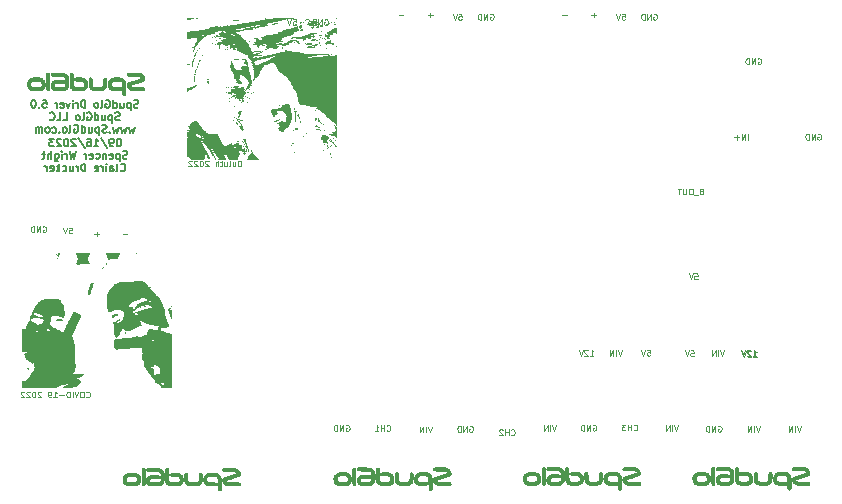
<source format=gbo>
G04 #@! TF.GenerationSoftware,KiCad,Pcbnew,7.0.2-0*
G04 #@! TF.CreationDate,2023-09-20T20:36:23-05:00*
G04 #@! TF.ProjectId,spudglo_driver_v5p0,73707564-676c-46f5-9f64-72697665725f,rev?*
G04 #@! TF.SameCoordinates,Original*
G04 #@! TF.FileFunction,Legend,Bot*
G04 #@! TF.FilePolarity,Positive*
%FSLAX46Y46*%
G04 Gerber Fmt 4.6, Leading zero omitted, Abs format (unit mm)*
G04 Created by KiCad (PCBNEW 7.0.2-0) date 2023-09-20 20:36:23*
%MOMM*%
%LPD*%
G01*
G04 APERTURE LIST*
%ADD10C,0.125000*%
%ADD11C,0.162500*%
%ADD12R,1.700000X1.700000*%
%ADD13O,1.700000X1.700000*%
%ADD14C,5.500000*%
%ADD15C,2.000000*%
%ADD16R,1.800000X4.400000*%
%ADD17O,1.800000X4.000000*%
%ADD18O,4.000000X1.800000*%
%ADD19C,0.650000*%
%ADD20O,2.100000X1.000000*%
%ADD21O,1.600000X1.000000*%
G04 APERTURE END LIST*
D10*
X74779238Y-169690190D02*
X74803047Y-169714000D01*
X74803047Y-169714000D02*
X74874476Y-169737809D01*
X74874476Y-169737809D02*
X74922095Y-169737809D01*
X74922095Y-169737809D02*
X74993523Y-169714000D01*
X74993523Y-169714000D02*
X75041142Y-169666380D01*
X75041142Y-169666380D02*
X75064952Y-169618761D01*
X75064952Y-169618761D02*
X75088761Y-169523523D01*
X75088761Y-169523523D02*
X75088761Y-169452095D01*
X75088761Y-169452095D02*
X75064952Y-169356857D01*
X75064952Y-169356857D02*
X75041142Y-169309238D01*
X75041142Y-169309238D02*
X74993523Y-169261619D01*
X74993523Y-169261619D02*
X74922095Y-169237809D01*
X74922095Y-169237809D02*
X74874476Y-169237809D01*
X74874476Y-169237809D02*
X74803047Y-169261619D01*
X74803047Y-169261619D02*
X74779238Y-169285428D01*
X74469714Y-169237809D02*
X74374476Y-169237809D01*
X74374476Y-169237809D02*
X74326857Y-169261619D01*
X74326857Y-169261619D02*
X74279238Y-169309238D01*
X74279238Y-169309238D02*
X74255428Y-169404476D01*
X74255428Y-169404476D02*
X74255428Y-169571142D01*
X74255428Y-169571142D02*
X74279238Y-169666380D01*
X74279238Y-169666380D02*
X74326857Y-169714000D01*
X74326857Y-169714000D02*
X74374476Y-169737809D01*
X74374476Y-169737809D02*
X74469714Y-169737809D01*
X74469714Y-169737809D02*
X74517333Y-169714000D01*
X74517333Y-169714000D02*
X74564952Y-169666380D01*
X74564952Y-169666380D02*
X74588761Y-169571142D01*
X74588761Y-169571142D02*
X74588761Y-169404476D01*
X74588761Y-169404476D02*
X74564952Y-169309238D01*
X74564952Y-169309238D02*
X74517333Y-169261619D01*
X74517333Y-169261619D02*
X74469714Y-169237809D01*
X74112570Y-169237809D02*
X73945904Y-169737809D01*
X73945904Y-169737809D02*
X73779237Y-169237809D01*
X73612571Y-169737809D02*
X73612571Y-169237809D01*
X73374476Y-169737809D02*
X73374476Y-169237809D01*
X73374476Y-169237809D02*
X73255428Y-169237809D01*
X73255428Y-169237809D02*
X73184000Y-169261619D01*
X73184000Y-169261619D02*
X73136381Y-169309238D01*
X73136381Y-169309238D02*
X73112571Y-169356857D01*
X73112571Y-169356857D02*
X73088762Y-169452095D01*
X73088762Y-169452095D02*
X73088762Y-169523523D01*
X73088762Y-169523523D02*
X73112571Y-169618761D01*
X73112571Y-169618761D02*
X73136381Y-169666380D01*
X73136381Y-169666380D02*
X73184000Y-169714000D01*
X73184000Y-169714000D02*
X73255428Y-169737809D01*
X73255428Y-169737809D02*
X73374476Y-169737809D01*
X72874476Y-169547333D02*
X72493524Y-169547333D01*
X71993523Y-169737809D02*
X72279237Y-169737809D01*
X72136380Y-169737809D02*
X72136380Y-169237809D01*
X72136380Y-169237809D02*
X72183999Y-169309238D01*
X72183999Y-169309238D02*
X72231618Y-169356857D01*
X72231618Y-169356857D02*
X72279237Y-169380666D01*
X71755428Y-169737809D02*
X71660190Y-169737809D01*
X71660190Y-169737809D02*
X71612571Y-169714000D01*
X71612571Y-169714000D02*
X71588762Y-169690190D01*
X71588762Y-169690190D02*
X71541143Y-169618761D01*
X71541143Y-169618761D02*
X71517333Y-169523523D01*
X71517333Y-169523523D02*
X71517333Y-169333047D01*
X71517333Y-169333047D02*
X71541143Y-169285428D01*
X71541143Y-169285428D02*
X71564952Y-169261619D01*
X71564952Y-169261619D02*
X71612571Y-169237809D01*
X71612571Y-169237809D02*
X71707809Y-169237809D01*
X71707809Y-169237809D02*
X71755428Y-169261619D01*
X71755428Y-169261619D02*
X71779238Y-169285428D01*
X71779238Y-169285428D02*
X71803047Y-169333047D01*
X71803047Y-169333047D02*
X71803047Y-169452095D01*
X71803047Y-169452095D02*
X71779238Y-169499714D01*
X71779238Y-169499714D02*
X71755428Y-169523523D01*
X71755428Y-169523523D02*
X71707809Y-169547333D01*
X71707809Y-169547333D02*
X71612571Y-169547333D01*
X71612571Y-169547333D02*
X71564952Y-169523523D01*
X71564952Y-169523523D02*
X71541143Y-169499714D01*
X71541143Y-169499714D02*
X71517333Y-169452095D01*
X70945905Y-169285428D02*
X70922096Y-169261619D01*
X70922096Y-169261619D02*
X70874477Y-169237809D01*
X70874477Y-169237809D02*
X70755429Y-169237809D01*
X70755429Y-169237809D02*
X70707810Y-169261619D01*
X70707810Y-169261619D02*
X70684001Y-169285428D01*
X70684001Y-169285428D02*
X70660191Y-169333047D01*
X70660191Y-169333047D02*
X70660191Y-169380666D01*
X70660191Y-169380666D02*
X70684001Y-169452095D01*
X70684001Y-169452095D02*
X70969715Y-169737809D01*
X70969715Y-169737809D02*
X70660191Y-169737809D01*
X70350668Y-169237809D02*
X70303049Y-169237809D01*
X70303049Y-169237809D02*
X70255430Y-169261619D01*
X70255430Y-169261619D02*
X70231620Y-169285428D01*
X70231620Y-169285428D02*
X70207811Y-169333047D01*
X70207811Y-169333047D02*
X70184001Y-169428285D01*
X70184001Y-169428285D02*
X70184001Y-169547333D01*
X70184001Y-169547333D02*
X70207811Y-169642571D01*
X70207811Y-169642571D02*
X70231620Y-169690190D01*
X70231620Y-169690190D02*
X70255430Y-169714000D01*
X70255430Y-169714000D02*
X70303049Y-169737809D01*
X70303049Y-169737809D02*
X70350668Y-169737809D01*
X70350668Y-169737809D02*
X70398287Y-169714000D01*
X70398287Y-169714000D02*
X70422096Y-169690190D01*
X70422096Y-169690190D02*
X70445906Y-169642571D01*
X70445906Y-169642571D02*
X70469715Y-169547333D01*
X70469715Y-169547333D02*
X70469715Y-169428285D01*
X70469715Y-169428285D02*
X70445906Y-169333047D01*
X70445906Y-169333047D02*
X70422096Y-169285428D01*
X70422096Y-169285428D02*
X70398287Y-169261619D01*
X70398287Y-169261619D02*
X70350668Y-169237809D01*
X69993525Y-169285428D02*
X69969716Y-169261619D01*
X69969716Y-169261619D02*
X69922097Y-169237809D01*
X69922097Y-169237809D02*
X69803049Y-169237809D01*
X69803049Y-169237809D02*
X69755430Y-169261619D01*
X69755430Y-169261619D02*
X69731621Y-169285428D01*
X69731621Y-169285428D02*
X69707811Y-169333047D01*
X69707811Y-169333047D02*
X69707811Y-169380666D01*
X69707811Y-169380666D02*
X69731621Y-169452095D01*
X69731621Y-169452095D02*
X70017335Y-169737809D01*
X70017335Y-169737809D02*
X69707811Y-169737809D01*
X69517335Y-169285428D02*
X69493526Y-169261619D01*
X69493526Y-169261619D02*
X69445907Y-169237809D01*
X69445907Y-169237809D02*
X69326859Y-169237809D01*
X69326859Y-169237809D02*
X69279240Y-169261619D01*
X69279240Y-169261619D02*
X69255431Y-169285428D01*
X69255431Y-169285428D02*
X69231621Y-169333047D01*
X69231621Y-169333047D02*
X69231621Y-169380666D01*
X69231621Y-169380666D02*
X69255431Y-169452095D01*
X69255431Y-169452095D02*
X69541145Y-169737809D01*
X69541145Y-169737809D02*
X69231621Y-169737809D01*
X131184522Y-166231309D02*
X131470236Y-166231309D01*
X131327379Y-166231309D02*
X131327379Y-165731309D01*
X131327379Y-165731309D02*
X131374998Y-165802738D01*
X131374998Y-165802738D02*
X131422617Y-165850357D01*
X131422617Y-165850357D02*
X131470236Y-165874166D01*
X130994046Y-165778928D02*
X130970237Y-165755119D01*
X130970237Y-165755119D02*
X130922618Y-165731309D01*
X130922618Y-165731309D02*
X130803570Y-165731309D01*
X130803570Y-165731309D02*
X130755951Y-165755119D01*
X130755951Y-165755119D02*
X130732142Y-165778928D01*
X130732142Y-165778928D02*
X130708332Y-165826547D01*
X130708332Y-165826547D02*
X130708332Y-165874166D01*
X130708332Y-165874166D02*
X130732142Y-165945595D01*
X130732142Y-165945595D02*
X131017856Y-166231309D01*
X131017856Y-166231309D02*
X130708332Y-166231309D01*
X130565475Y-165731309D02*
X130398809Y-166231309D01*
X130398809Y-166231309D02*
X130232142Y-165731309D01*
X128797618Y-165731309D02*
X128630952Y-166231309D01*
X128630952Y-166231309D02*
X128464285Y-165731309D01*
X128297619Y-166231309D02*
X128297619Y-165731309D01*
X128059524Y-166231309D02*
X128059524Y-165731309D01*
X128059524Y-165731309D02*
X127773810Y-166231309D01*
X127773810Y-166231309D02*
X127773810Y-165731309D01*
X110745238Y-172883690D02*
X110769047Y-172907500D01*
X110769047Y-172907500D02*
X110840476Y-172931309D01*
X110840476Y-172931309D02*
X110888095Y-172931309D01*
X110888095Y-172931309D02*
X110959523Y-172907500D01*
X110959523Y-172907500D02*
X111007142Y-172859880D01*
X111007142Y-172859880D02*
X111030952Y-172812261D01*
X111030952Y-172812261D02*
X111054761Y-172717023D01*
X111054761Y-172717023D02*
X111054761Y-172645595D01*
X111054761Y-172645595D02*
X111030952Y-172550357D01*
X111030952Y-172550357D02*
X111007142Y-172502738D01*
X111007142Y-172502738D02*
X110959523Y-172455119D01*
X110959523Y-172455119D02*
X110888095Y-172431309D01*
X110888095Y-172431309D02*
X110840476Y-172431309D01*
X110840476Y-172431309D02*
X110769047Y-172455119D01*
X110769047Y-172455119D02*
X110745238Y-172478928D01*
X110530952Y-172931309D02*
X110530952Y-172431309D01*
X110530952Y-172669404D02*
X110245238Y-172669404D01*
X110245238Y-172931309D02*
X110245238Y-172431309D01*
X110030951Y-172478928D02*
X110007142Y-172455119D01*
X110007142Y-172455119D02*
X109959523Y-172431309D01*
X109959523Y-172431309D02*
X109840475Y-172431309D01*
X109840475Y-172431309D02*
X109792856Y-172455119D01*
X109792856Y-172455119D02*
X109769047Y-172478928D01*
X109769047Y-172478928D02*
X109745237Y-172526547D01*
X109745237Y-172526547D02*
X109745237Y-172574166D01*
X109745237Y-172574166D02*
X109769047Y-172645595D01*
X109769047Y-172645595D02*
X110054761Y-172931309D01*
X110054761Y-172931309D02*
X109745237Y-172931309D01*
X92270237Y-137706309D02*
X92508332Y-137706309D01*
X92508332Y-137706309D02*
X92532141Y-137944404D01*
X92532141Y-137944404D02*
X92508332Y-137920595D01*
X92508332Y-137920595D02*
X92460713Y-137896785D01*
X92460713Y-137896785D02*
X92341665Y-137896785D01*
X92341665Y-137896785D02*
X92294046Y-137920595D01*
X92294046Y-137920595D02*
X92270237Y-137944404D01*
X92270237Y-137944404D02*
X92246427Y-137992023D01*
X92246427Y-137992023D02*
X92246427Y-138111071D01*
X92246427Y-138111071D02*
X92270237Y-138158690D01*
X92270237Y-138158690D02*
X92294046Y-138182500D01*
X92294046Y-138182500D02*
X92341665Y-138206309D01*
X92341665Y-138206309D02*
X92460713Y-138206309D01*
X92460713Y-138206309D02*
X92508332Y-138182500D01*
X92508332Y-138182500D02*
X92532141Y-138158690D01*
X92103570Y-137706309D02*
X91936904Y-138206309D01*
X91936904Y-138206309D02*
X91770237Y-137706309D01*
X73345237Y-155356309D02*
X73583332Y-155356309D01*
X73583332Y-155356309D02*
X73607141Y-155594404D01*
X73607141Y-155594404D02*
X73583332Y-155570595D01*
X73583332Y-155570595D02*
X73535713Y-155546785D01*
X73535713Y-155546785D02*
X73416665Y-155546785D01*
X73416665Y-155546785D02*
X73369046Y-155570595D01*
X73369046Y-155570595D02*
X73345237Y-155594404D01*
X73345237Y-155594404D02*
X73321427Y-155642023D01*
X73321427Y-155642023D02*
X73321427Y-155761071D01*
X73321427Y-155761071D02*
X73345237Y-155808690D01*
X73345237Y-155808690D02*
X73369046Y-155832500D01*
X73369046Y-155832500D02*
X73416665Y-155856309D01*
X73416665Y-155856309D02*
X73535713Y-155856309D01*
X73535713Y-155856309D02*
X73583332Y-155832500D01*
X73583332Y-155832500D02*
X73607141Y-155808690D01*
X73178570Y-155356309D02*
X73011904Y-155856309D01*
X73011904Y-155856309D02*
X72845237Y-155356309D01*
X115440476Y-137365833D02*
X115059524Y-137365833D01*
X125945237Y-165756309D02*
X126183332Y-165756309D01*
X126183332Y-165756309D02*
X126207141Y-165994404D01*
X126207141Y-165994404D02*
X126183332Y-165970595D01*
X126183332Y-165970595D02*
X126135713Y-165946785D01*
X126135713Y-165946785D02*
X126016665Y-165946785D01*
X126016665Y-165946785D02*
X125969046Y-165970595D01*
X125969046Y-165970595D02*
X125945237Y-165994404D01*
X125945237Y-165994404D02*
X125921427Y-166042023D01*
X125921427Y-166042023D02*
X125921427Y-166161071D01*
X125921427Y-166161071D02*
X125945237Y-166208690D01*
X125945237Y-166208690D02*
X125969046Y-166232500D01*
X125969046Y-166232500D02*
X126016665Y-166256309D01*
X126016665Y-166256309D02*
X126135713Y-166256309D01*
X126135713Y-166256309D02*
X126183332Y-166232500D01*
X126183332Y-166232500D02*
X126207141Y-166208690D01*
X125778570Y-165756309D02*
X125611904Y-166256309D01*
X125611904Y-166256309D02*
X125445237Y-165756309D01*
D11*
X79184523Y-145176750D02*
X79091666Y-145207702D01*
X79091666Y-145207702D02*
X78936904Y-145207702D01*
X78936904Y-145207702D02*
X78874999Y-145176750D01*
X78874999Y-145176750D02*
X78844047Y-145145797D01*
X78844047Y-145145797D02*
X78813094Y-145083892D01*
X78813094Y-145083892D02*
X78813094Y-145021988D01*
X78813094Y-145021988D02*
X78844047Y-144960083D01*
X78844047Y-144960083D02*
X78874999Y-144929130D01*
X78874999Y-144929130D02*
X78936904Y-144898178D01*
X78936904Y-144898178D02*
X79060713Y-144867226D01*
X79060713Y-144867226D02*
X79122618Y-144836273D01*
X79122618Y-144836273D02*
X79153571Y-144805321D01*
X79153571Y-144805321D02*
X79184523Y-144743416D01*
X79184523Y-144743416D02*
X79184523Y-144681511D01*
X79184523Y-144681511D02*
X79153571Y-144619607D01*
X79153571Y-144619607D02*
X79122618Y-144588654D01*
X79122618Y-144588654D02*
X79060713Y-144557702D01*
X79060713Y-144557702D02*
X78905952Y-144557702D01*
X78905952Y-144557702D02*
X78813094Y-144588654D01*
X78534523Y-144774369D02*
X78534523Y-145424369D01*
X78534523Y-144805321D02*
X78472618Y-144774369D01*
X78472618Y-144774369D02*
X78348808Y-144774369D01*
X78348808Y-144774369D02*
X78286904Y-144805321D01*
X78286904Y-144805321D02*
X78255951Y-144836273D01*
X78255951Y-144836273D02*
X78224999Y-144898178D01*
X78224999Y-144898178D02*
X78224999Y-145083892D01*
X78224999Y-145083892D02*
X78255951Y-145145797D01*
X78255951Y-145145797D02*
X78286904Y-145176750D01*
X78286904Y-145176750D02*
X78348808Y-145207702D01*
X78348808Y-145207702D02*
X78472618Y-145207702D01*
X78472618Y-145207702D02*
X78534523Y-145176750D01*
X77667856Y-144774369D02*
X77667856Y-145207702D01*
X77946428Y-144774369D02*
X77946428Y-145114845D01*
X77946428Y-145114845D02*
X77915475Y-145176750D01*
X77915475Y-145176750D02*
X77853570Y-145207702D01*
X77853570Y-145207702D02*
X77760713Y-145207702D01*
X77760713Y-145207702D02*
X77698809Y-145176750D01*
X77698809Y-145176750D02*
X77667856Y-145145797D01*
X77079761Y-145207702D02*
X77079761Y-144557702D01*
X77079761Y-145176750D02*
X77141666Y-145207702D01*
X77141666Y-145207702D02*
X77265475Y-145207702D01*
X77265475Y-145207702D02*
X77327380Y-145176750D01*
X77327380Y-145176750D02*
X77358333Y-145145797D01*
X77358333Y-145145797D02*
X77389285Y-145083892D01*
X77389285Y-145083892D02*
X77389285Y-144898178D01*
X77389285Y-144898178D02*
X77358333Y-144836273D01*
X77358333Y-144836273D02*
X77327380Y-144805321D01*
X77327380Y-144805321D02*
X77265475Y-144774369D01*
X77265475Y-144774369D02*
X77141666Y-144774369D01*
X77141666Y-144774369D02*
X77079761Y-144805321D01*
X76429761Y-144588654D02*
X76491666Y-144557702D01*
X76491666Y-144557702D02*
X76584523Y-144557702D01*
X76584523Y-144557702D02*
X76677380Y-144588654D01*
X76677380Y-144588654D02*
X76739285Y-144650559D01*
X76739285Y-144650559D02*
X76770238Y-144712464D01*
X76770238Y-144712464D02*
X76801190Y-144836273D01*
X76801190Y-144836273D02*
X76801190Y-144929130D01*
X76801190Y-144929130D02*
X76770238Y-145052940D01*
X76770238Y-145052940D02*
X76739285Y-145114845D01*
X76739285Y-145114845D02*
X76677380Y-145176750D01*
X76677380Y-145176750D02*
X76584523Y-145207702D01*
X76584523Y-145207702D02*
X76522619Y-145207702D01*
X76522619Y-145207702D02*
X76429761Y-145176750D01*
X76429761Y-145176750D02*
X76398809Y-145145797D01*
X76398809Y-145145797D02*
X76398809Y-144929130D01*
X76398809Y-144929130D02*
X76522619Y-144929130D01*
X76027380Y-145207702D02*
X76089285Y-145176750D01*
X76089285Y-145176750D02*
X76120238Y-145114845D01*
X76120238Y-145114845D02*
X76120238Y-144557702D01*
X75686904Y-145207702D02*
X75748809Y-145176750D01*
X75748809Y-145176750D02*
X75779762Y-145145797D01*
X75779762Y-145145797D02*
X75810714Y-145083892D01*
X75810714Y-145083892D02*
X75810714Y-144898178D01*
X75810714Y-144898178D02*
X75779762Y-144836273D01*
X75779762Y-144836273D02*
X75748809Y-144805321D01*
X75748809Y-144805321D02*
X75686904Y-144774369D01*
X75686904Y-144774369D02*
X75594047Y-144774369D01*
X75594047Y-144774369D02*
X75532143Y-144805321D01*
X75532143Y-144805321D02*
X75501190Y-144836273D01*
X75501190Y-144836273D02*
X75470238Y-144898178D01*
X75470238Y-144898178D02*
X75470238Y-145083892D01*
X75470238Y-145083892D02*
X75501190Y-145145797D01*
X75501190Y-145145797D02*
X75532143Y-145176750D01*
X75532143Y-145176750D02*
X75594047Y-145207702D01*
X75594047Y-145207702D02*
X75686904Y-145207702D01*
X74696429Y-145207702D02*
X74696429Y-144557702D01*
X74696429Y-144557702D02*
X74541667Y-144557702D01*
X74541667Y-144557702D02*
X74448810Y-144588654D01*
X74448810Y-144588654D02*
X74386905Y-144650559D01*
X74386905Y-144650559D02*
X74355952Y-144712464D01*
X74355952Y-144712464D02*
X74325000Y-144836273D01*
X74325000Y-144836273D02*
X74325000Y-144929130D01*
X74325000Y-144929130D02*
X74355952Y-145052940D01*
X74355952Y-145052940D02*
X74386905Y-145114845D01*
X74386905Y-145114845D02*
X74448810Y-145176750D01*
X74448810Y-145176750D02*
X74541667Y-145207702D01*
X74541667Y-145207702D02*
X74696429Y-145207702D01*
X74046429Y-145207702D02*
X74046429Y-144774369D01*
X74046429Y-144898178D02*
X74015476Y-144836273D01*
X74015476Y-144836273D02*
X73984524Y-144805321D01*
X73984524Y-144805321D02*
X73922619Y-144774369D01*
X73922619Y-144774369D02*
X73860714Y-144774369D01*
X73644048Y-145207702D02*
X73644048Y-144774369D01*
X73644048Y-144557702D02*
X73675000Y-144588654D01*
X73675000Y-144588654D02*
X73644048Y-144619607D01*
X73644048Y-144619607D02*
X73613095Y-144588654D01*
X73613095Y-144588654D02*
X73644048Y-144557702D01*
X73644048Y-144557702D02*
X73644048Y-144619607D01*
X73396428Y-144774369D02*
X73241666Y-145207702D01*
X73241666Y-145207702D02*
X73086905Y-144774369D01*
X72591667Y-145176750D02*
X72653571Y-145207702D01*
X72653571Y-145207702D02*
X72777381Y-145207702D01*
X72777381Y-145207702D02*
X72839286Y-145176750D01*
X72839286Y-145176750D02*
X72870238Y-145114845D01*
X72870238Y-145114845D02*
X72870238Y-144867226D01*
X72870238Y-144867226D02*
X72839286Y-144805321D01*
X72839286Y-144805321D02*
X72777381Y-144774369D01*
X72777381Y-144774369D02*
X72653571Y-144774369D01*
X72653571Y-144774369D02*
X72591667Y-144805321D01*
X72591667Y-144805321D02*
X72560714Y-144867226D01*
X72560714Y-144867226D02*
X72560714Y-144929130D01*
X72560714Y-144929130D02*
X72870238Y-144991035D01*
X72282143Y-145207702D02*
X72282143Y-144774369D01*
X72282143Y-144898178D02*
X72251190Y-144836273D01*
X72251190Y-144836273D02*
X72220238Y-144805321D01*
X72220238Y-144805321D02*
X72158333Y-144774369D01*
X72158333Y-144774369D02*
X72096428Y-144774369D01*
X71075000Y-144557702D02*
X71384524Y-144557702D01*
X71384524Y-144557702D02*
X71415476Y-144867226D01*
X71415476Y-144867226D02*
X71384524Y-144836273D01*
X71384524Y-144836273D02*
X71322619Y-144805321D01*
X71322619Y-144805321D02*
X71167857Y-144805321D01*
X71167857Y-144805321D02*
X71105952Y-144836273D01*
X71105952Y-144836273D02*
X71075000Y-144867226D01*
X71075000Y-144867226D02*
X71044047Y-144929130D01*
X71044047Y-144929130D02*
X71044047Y-145083892D01*
X71044047Y-145083892D02*
X71075000Y-145145797D01*
X71075000Y-145145797D02*
X71105952Y-145176750D01*
X71105952Y-145176750D02*
X71167857Y-145207702D01*
X71167857Y-145207702D02*
X71322619Y-145207702D01*
X71322619Y-145207702D02*
X71384524Y-145176750D01*
X71384524Y-145176750D02*
X71415476Y-145145797D01*
X70765476Y-145145797D02*
X70734523Y-145176750D01*
X70734523Y-145176750D02*
X70765476Y-145207702D01*
X70765476Y-145207702D02*
X70796428Y-145176750D01*
X70796428Y-145176750D02*
X70765476Y-145145797D01*
X70765476Y-145145797D02*
X70765476Y-145207702D01*
X70332142Y-144557702D02*
X70270237Y-144557702D01*
X70270237Y-144557702D02*
X70208333Y-144588654D01*
X70208333Y-144588654D02*
X70177380Y-144619607D01*
X70177380Y-144619607D02*
X70146428Y-144681511D01*
X70146428Y-144681511D02*
X70115475Y-144805321D01*
X70115475Y-144805321D02*
X70115475Y-144960083D01*
X70115475Y-144960083D02*
X70146428Y-145083892D01*
X70146428Y-145083892D02*
X70177380Y-145145797D01*
X70177380Y-145145797D02*
X70208333Y-145176750D01*
X70208333Y-145176750D02*
X70270237Y-145207702D01*
X70270237Y-145207702D02*
X70332142Y-145207702D01*
X70332142Y-145207702D02*
X70394047Y-145176750D01*
X70394047Y-145176750D02*
X70424999Y-145145797D01*
X70424999Y-145145797D02*
X70455952Y-145083892D01*
X70455952Y-145083892D02*
X70486904Y-144960083D01*
X70486904Y-144960083D02*
X70486904Y-144805321D01*
X70486904Y-144805321D02*
X70455952Y-144681511D01*
X70455952Y-144681511D02*
X70424999Y-144619607D01*
X70424999Y-144619607D02*
X70394047Y-144588654D01*
X70394047Y-144588654D02*
X70332142Y-144557702D01*
X77605951Y-146229750D02*
X77513094Y-146260702D01*
X77513094Y-146260702D02*
X77358332Y-146260702D01*
X77358332Y-146260702D02*
X77296427Y-146229750D01*
X77296427Y-146229750D02*
X77265475Y-146198797D01*
X77265475Y-146198797D02*
X77234522Y-146136892D01*
X77234522Y-146136892D02*
X77234522Y-146074988D01*
X77234522Y-146074988D02*
X77265475Y-146013083D01*
X77265475Y-146013083D02*
X77296427Y-145982130D01*
X77296427Y-145982130D02*
X77358332Y-145951178D01*
X77358332Y-145951178D02*
X77482141Y-145920226D01*
X77482141Y-145920226D02*
X77544046Y-145889273D01*
X77544046Y-145889273D02*
X77574999Y-145858321D01*
X77574999Y-145858321D02*
X77605951Y-145796416D01*
X77605951Y-145796416D02*
X77605951Y-145734511D01*
X77605951Y-145734511D02*
X77574999Y-145672607D01*
X77574999Y-145672607D02*
X77544046Y-145641654D01*
X77544046Y-145641654D02*
X77482141Y-145610702D01*
X77482141Y-145610702D02*
X77327380Y-145610702D01*
X77327380Y-145610702D02*
X77234522Y-145641654D01*
X76955951Y-145827369D02*
X76955951Y-146477369D01*
X76955951Y-145858321D02*
X76894046Y-145827369D01*
X76894046Y-145827369D02*
X76770236Y-145827369D01*
X76770236Y-145827369D02*
X76708332Y-145858321D01*
X76708332Y-145858321D02*
X76677379Y-145889273D01*
X76677379Y-145889273D02*
X76646427Y-145951178D01*
X76646427Y-145951178D02*
X76646427Y-146136892D01*
X76646427Y-146136892D02*
X76677379Y-146198797D01*
X76677379Y-146198797D02*
X76708332Y-146229750D01*
X76708332Y-146229750D02*
X76770236Y-146260702D01*
X76770236Y-146260702D02*
X76894046Y-146260702D01*
X76894046Y-146260702D02*
X76955951Y-146229750D01*
X76089284Y-145827369D02*
X76089284Y-146260702D01*
X76367856Y-145827369D02*
X76367856Y-146167845D01*
X76367856Y-146167845D02*
X76336903Y-146229750D01*
X76336903Y-146229750D02*
X76274998Y-146260702D01*
X76274998Y-146260702D02*
X76182141Y-146260702D01*
X76182141Y-146260702D02*
X76120237Y-146229750D01*
X76120237Y-146229750D02*
X76089284Y-146198797D01*
X75501189Y-146260702D02*
X75501189Y-145610702D01*
X75501189Y-146229750D02*
X75563094Y-146260702D01*
X75563094Y-146260702D02*
X75686903Y-146260702D01*
X75686903Y-146260702D02*
X75748808Y-146229750D01*
X75748808Y-146229750D02*
X75779761Y-146198797D01*
X75779761Y-146198797D02*
X75810713Y-146136892D01*
X75810713Y-146136892D02*
X75810713Y-145951178D01*
X75810713Y-145951178D02*
X75779761Y-145889273D01*
X75779761Y-145889273D02*
X75748808Y-145858321D01*
X75748808Y-145858321D02*
X75686903Y-145827369D01*
X75686903Y-145827369D02*
X75563094Y-145827369D01*
X75563094Y-145827369D02*
X75501189Y-145858321D01*
X74851189Y-145641654D02*
X74913094Y-145610702D01*
X74913094Y-145610702D02*
X75005951Y-145610702D01*
X75005951Y-145610702D02*
X75098808Y-145641654D01*
X75098808Y-145641654D02*
X75160713Y-145703559D01*
X75160713Y-145703559D02*
X75191666Y-145765464D01*
X75191666Y-145765464D02*
X75222618Y-145889273D01*
X75222618Y-145889273D02*
X75222618Y-145982130D01*
X75222618Y-145982130D02*
X75191666Y-146105940D01*
X75191666Y-146105940D02*
X75160713Y-146167845D01*
X75160713Y-146167845D02*
X75098808Y-146229750D01*
X75098808Y-146229750D02*
X75005951Y-146260702D01*
X75005951Y-146260702D02*
X74944047Y-146260702D01*
X74944047Y-146260702D02*
X74851189Y-146229750D01*
X74851189Y-146229750D02*
X74820237Y-146198797D01*
X74820237Y-146198797D02*
X74820237Y-145982130D01*
X74820237Y-145982130D02*
X74944047Y-145982130D01*
X74448808Y-146260702D02*
X74510713Y-146229750D01*
X74510713Y-146229750D02*
X74541666Y-146167845D01*
X74541666Y-146167845D02*
X74541666Y-145610702D01*
X74108332Y-146260702D02*
X74170237Y-146229750D01*
X74170237Y-146229750D02*
X74201190Y-146198797D01*
X74201190Y-146198797D02*
X74232142Y-146136892D01*
X74232142Y-146136892D02*
X74232142Y-145951178D01*
X74232142Y-145951178D02*
X74201190Y-145889273D01*
X74201190Y-145889273D02*
X74170237Y-145858321D01*
X74170237Y-145858321D02*
X74108332Y-145827369D01*
X74108332Y-145827369D02*
X74015475Y-145827369D01*
X74015475Y-145827369D02*
X73953571Y-145858321D01*
X73953571Y-145858321D02*
X73922618Y-145889273D01*
X73922618Y-145889273D02*
X73891666Y-145951178D01*
X73891666Y-145951178D02*
X73891666Y-146136892D01*
X73891666Y-146136892D02*
X73922618Y-146198797D01*
X73922618Y-146198797D02*
X73953571Y-146229750D01*
X73953571Y-146229750D02*
X74015475Y-146260702D01*
X74015475Y-146260702D02*
X74108332Y-146260702D01*
X72808333Y-146260702D02*
X73117857Y-146260702D01*
X73117857Y-146260702D02*
X73117857Y-145610702D01*
X72282143Y-146260702D02*
X72591667Y-146260702D01*
X72591667Y-146260702D02*
X72591667Y-145610702D01*
X71694048Y-146198797D02*
X71725000Y-146229750D01*
X71725000Y-146229750D02*
X71817858Y-146260702D01*
X71817858Y-146260702D02*
X71879762Y-146260702D01*
X71879762Y-146260702D02*
X71972619Y-146229750D01*
X71972619Y-146229750D02*
X72034524Y-146167845D01*
X72034524Y-146167845D02*
X72065477Y-146105940D01*
X72065477Y-146105940D02*
X72096429Y-145982130D01*
X72096429Y-145982130D02*
X72096429Y-145889273D01*
X72096429Y-145889273D02*
X72065477Y-145765464D01*
X72065477Y-145765464D02*
X72034524Y-145703559D01*
X72034524Y-145703559D02*
X71972619Y-145641654D01*
X71972619Y-145641654D02*
X71879762Y-145610702D01*
X71879762Y-145610702D02*
X71817858Y-145610702D01*
X71817858Y-145610702D02*
X71725000Y-145641654D01*
X71725000Y-145641654D02*
X71694048Y-145672607D01*
X78874998Y-146880369D02*
X78751189Y-147313702D01*
X78751189Y-147313702D02*
X78627379Y-147004178D01*
X78627379Y-147004178D02*
X78503570Y-147313702D01*
X78503570Y-147313702D02*
X78379760Y-146880369D01*
X78194046Y-146880369D02*
X78070237Y-147313702D01*
X78070237Y-147313702D02*
X77946427Y-147004178D01*
X77946427Y-147004178D02*
X77822618Y-147313702D01*
X77822618Y-147313702D02*
X77698808Y-146880369D01*
X77513094Y-146880369D02*
X77389285Y-147313702D01*
X77389285Y-147313702D02*
X77265475Y-147004178D01*
X77265475Y-147004178D02*
X77141666Y-147313702D01*
X77141666Y-147313702D02*
X77017856Y-146880369D01*
X76770238Y-147251797D02*
X76739285Y-147282750D01*
X76739285Y-147282750D02*
X76770238Y-147313702D01*
X76770238Y-147313702D02*
X76801190Y-147282750D01*
X76801190Y-147282750D02*
X76770238Y-147251797D01*
X76770238Y-147251797D02*
X76770238Y-147313702D01*
X76491666Y-147282750D02*
X76398809Y-147313702D01*
X76398809Y-147313702D02*
X76244047Y-147313702D01*
X76244047Y-147313702D02*
X76182142Y-147282750D01*
X76182142Y-147282750D02*
X76151190Y-147251797D01*
X76151190Y-147251797D02*
X76120237Y-147189892D01*
X76120237Y-147189892D02*
X76120237Y-147127988D01*
X76120237Y-147127988D02*
X76151190Y-147066083D01*
X76151190Y-147066083D02*
X76182142Y-147035130D01*
X76182142Y-147035130D02*
X76244047Y-147004178D01*
X76244047Y-147004178D02*
X76367856Y-146973226D01*
X76367856Y-146973226D02*
X76429761Y-146942273D01*
X76429761Y-146942273D02*
X76460714Y-146911321D01*
X76460714Y-146911321D02*
X76491666Y-146849416D01*
X76491666Y-146849416D02*
X76491666Y-146787511D01*
X76491666Y-146787511D02*
X76460714Y-146725607D01*
X76460714Y-146725607D02*
X76429761Y-146694654D01*
X76429761Y-146694654D02*
X76367856Y-146663702D01*
X76367856Y-146663702D02*
X76213095Y-146663702D01*
X76213095Y-146663702D02*
X76120237Y-146694654D01*
X75841666Y-146880369D02*
X75841666Y-147530369D01*
X75841666Y-146911321D02*
X75779761Y-146880369D01*
X75779761Y-146880369D02*
X75655951Y-146880369D01*
X75655951Y-146880369D02*
X75594047Y-146911321D01*
X75594047Y-146911321D02*
X75563094Y-146942273D01*
X75563094Y-146942273D02*
X75532142Y-147004178D01*
X75532142Y-147004178D02*
X75532142Y-147189892D01*
X75532142Y-147189892D02*
X75563094Y-147251797D01*
X75563094Y-147251797D02*
X75594047Y-147282750D01*
X75594047Y-147282750D02*
X75655951Y-147313702D01*
X75655951Y-147313702D02*
X75779761Y-147313702D01*
X75779761Y-147313702D02*
X75841666Y-147282750D01*
X74974999Y-146880369D02*
X74974999Y-147313702D01*
X75253571Y-146880369D02*
X75253571Y-147220845D01*
X75253571Y-147220845D02*
X75222618Y-147282750D01*
X75222618Y-147282750D02*
X75160713Y-147313702D01*
X75160713Y-147313702D02*
X75067856Y-147313702D01*
X75067856Y-147313702D02*
X75005952Y-147282750D01*
X75005952Y-147282750D02*
X74974999Y-147251797D01*
X74386904Y-147313702D02*
X74386904Y-146663702D01*
X74386904Y-147282750D02*
X74448809Y-147313702D01*
X74448809Y-147313702D02*
X74572618Y-147313702D01*
X74572618Y-147313702D02*
X74634523Y-147282750D01*
X74634523Y-147282750D02*
X74665476Y-147251797D01*
X74665476Y-147251797D02*
X74696428Y-147189892D01*
X74696428Y-147189892D02*
X74696428Y-147004178D01*
X74696428Y-147004178D02*
X74665476Y-146942273D01*
X74665476Y-146942273D02*
X74634523Y-146911321D01*
X74634523Y-146911321D02*
X74572618Y-146880369D01*
X74572618Y-146880369D02*
X74448809Y-146880369D01*
X74448809Y-146880369D02*
X74386904Y-146911321D01*
X73736904Y-146694654D02*
X73798809Y-146663702D01*
X73798809Y-146663702D02*
X73891666Y-146663702D01*
X73891666Y-146663702D02*
X73984523Y-146694654D01*
X73984523Y-146694654D02*
X74046428Y-146756559D01*
X74046428Y-146756559D02*
X74077381Y-146818464D01*
X74077381Y-146818464D02*
X74108333Y-146942273D01*
X74108333Y-146942273D02*
X74108333Y-147035130D01*
X74108333Y-147035130D02*
X74077381Y-147158940D01*
X74077381Y-147158940D02*
X74046428Y-147220845D01*
X74046428Y-147220845D02*
X73984523Y-147282750D01*
X73984523Y-147282750D02*
X73891666Y-147313702D01*
X73891666Y-147313702D02*
X73829762Y-147313702D01*
X73829762Y-147313702D02*
X73736904Y-147282750D01*
X73736904Y-147282750D02*
X73705952Y-147251797D01*
X73705952Y-147251797D02*
X73705952Y-147035130D01*
X73705952Y-147035130D02*
X73829762Y-147035130D01*
X73334523Y-147313702D02*
X73396428Y-147282750D01*
X73396428Y-147282750D02*
X73427381Y-147220845D01*
X73427381Y-147220845D02*
X73427381Y-146663702D01*
X72994047Y-147313702D02*
X73055952Y-147282750D01*
X73055952Y-147282750D02*
X73086905Y-147251797D01*
X73086905Y-147251797D02*
X73117857Y-147189892D01*
X73117857Y-147189892D02*
X73117857Y-147004178D01*
X73117857Y-147004178D02*
X73086905Y-146942273D01*
X73086905Y-146942273D02*
X73055952Y-146911321D01*
X73055952Y-146911321D02*
X72994047Y-146880369D01*
X72994047Y-146880369D02*
X72901190Y-146880369D01*
X72901190Y-146880369D02*
X72839286Y-146911321D01*
X72839286Y-146911321D02*
X72808333Y-146942273D01*
X72808333Y-146942273D02*
X72777381Y-147004178D01*
X72777381Y-147004178D02*
X72777381Y-147189892D01*
X72777381Y-147189892D02*
X72808333Y-147251797D01*
X72808333Y-147251797D02*
X72839286Y-147282750D01*
X72839286Y-147282750D02*
X72901190Y-147313702D01*
X72901190Y-147313702D02*
X72994047Y-147313702D01*
X72498810Y-147251797D02*
X72467857Y-147282750D01*
X72467857Y-147282750D02*
X72498810Y-147313702D01*
X72498810Y-147313702D02*
X72529762Y-147282750D01*
X72529762Y-147282750D02*
X72498810Y-147251797D01*
X72498810Y-147251797D02*
X72498810Y-147313702D01*
X71910714Y-147282750D02*
X71972619Y-147313702D01*
X71972619Y-147313702D02*
X72096428Y-147313702D01*
X72096428Y-147313702D02*
X72158333Y-147282750D01*
X72158333Y-147282750D02*
X72189286Y-147251797D01*
X72189286Y-147251797D02*
X72220238Y-147189892D01*
X72220238Y-147189892D02*
X72220238Y-147004178D01*
X72220238Y-147004178D02*
X72189286Y-146942273D01*
X72189286Y-146942273D02*
X72158333Y-146911321D01*
X72158333Y-146911321D02*
X72096428Y-146880369D01*
X72096428Y-146880369D02*
X71972619Y-146880369D01*
X71972619Y-146880369D02*
X71910714Y-146911321D01*
X71539285Y-147313702D02*
X71601190Y-147282750D01*
X71601190Y-147282750D02*
X71632143Y-147251797D01*
X71632143Y-147251797D02*
X71663095Y-147189892D01*
X71663095Y-147189892D02*
X71663095Y-147004178D01*
X71663095Y-147004178D02*
X71632143Y-146942273D01*
X71632143Y-146942273D02*
X71601190Y-146911321D01*
X71601190Y-146911321D02*
X71539285Y-146880369D01*
X71539285Y-146880369D02*
X71446428Y-146880369D01*
X71446428Y-146880369D02*
X71384524Y-146911321D01*
X71384524Y-146911321D02*
X71353571Y-146942273D01*
X71353571Y-146942273D02*
X71322619Y-147004178D01*
X71322619Y-147004178D02*
X71322619Y-147189892D01*
X71322619Y-147189892D02*
X71353571Y-147251797D01*
X71353571Y-147251797D02*
X71384524Y-147282750D01*
X71384524Y-147282750D02*
X71446428Y-147313702D01*
X71446428Y-147313702D02*
X71539285Y-147313702D01*
X71044048Y-147313702D02*
X71044048Y-146880369D01*
X71044048Y-146942273D02*
X71013095Y-146911321D01*
X71013095Y-146911321D02*
X70951190Y-146880369D01*
X70951190Y-146880369D02*
X70858333Y-146880369D01*
X70858333Y-146880369D02*
X70796429Y-146911321D01*
X70796429Y-146911321D02*
X70765476Y-146973226D01*
X70765476Y-146973226D02*
X70765476Y-147313702D01*
X70765476Y-146973226D02*
X70734524Y-146911321D01*
X70734524Y-146911321D02*
X70672619Y-146880369D01*
X70672619Y-146880369D02*
X70579762Y-146880369D01*
X70579762Y-146880369D02*
X70517857Y-146911321D01*
X70517857Y-146911321D02*
X70486905Y-146973226D01*
X70486905Y-146973226D02*
X70486905Y-147313702D01*
D10*
X71105952Y-155280119D02*
X71153571Y-155256309D01*
X71153571Y-155256309D02*
X71225000Y-155256309D01*
X71225000Y-155256309D02*
X71296428Y-155280119D01*
X71296428Y-155280119D02*
X71344047Y-155327738D01*
X71344047Y-155327738D02*
X71367857Y-155375357D01*
X71367857Y-155375357D02*
X71391666Y-155470595D01*
X71391666Y-155470595D02*
X71391666Y-155542023D01*
X71391666Y-155542023D02*
X71367857Y-155637261D01*
X71367857Y-155637261D02*
X71344047Y-155684880D01*
X71344047Y-155684880D02*
X71296428Y-155732500D01*
X71296428Y-155732500D02*
X71225000Y-155756309D01*
X71225000Y-155756309D02*
X71177381Y-155756309D01*
X71177381Y-155756309D02*
X71105952Y-155732500D01*
X71105952Y-155732500D02*
X71082143Y-155708690D01*
X71082143Y-155708690D02*
X71082143Y-155542023D01*
X71082143Y-155542023D02*
X71177381Y-155542023D01*
X70867857Y-155756309D02*
X70867857Y-155256309D01*
X70867857Y-155256309D02*
X70582143Y-155756309D01*
X70582143Y-155756309D02*
X70582143Y-155256309D01*
X70344047Y-155756309D02*
X70344047Y-155256309D01*
X70344047Y-155256309D02*
X70224999Y-155256309D01*
X70224999Y-155256309D02*
X70153571Y-155280119D01*
X70153571Y-155280119D02*
X70105952Y-155327738D01*
X70105952Y-155327738D02*
X70082142Y-155375357D01*
X70082142Y-155375357D02*
X70058333Y-155470595D01*
X70058333Y-155470595D02*
X70058333Y-155542023D01*
X70058333Y-155542023D02*
X70082142Y-155637261D01*
X70082142Y-155637261D02*
X70105952Y-155684880D01*
X70105952Y-155684880D02*
X70153571Y-155732500D01*
X70153571Y-155732500D02*
X70224999Y-155756309D01*
X70224999Y-155756309D02*
X70344047Y-155756309D01*
X100220238Y-172533690D02*
X100244047Y-172557500D01*
X100244047Y-172557500D02*
X100315476Y-172581309D01*
X100315476Y-172581309D02*
X100363095Y-172581309D01*
X100363095Y-172581309D02*
X100434523Y-172557500D01*
X100434523Y-172557500D02*
X100482142Y-172509880D01*
X100482142Y-172509880D02*
X100505952Y-172462261D01*
X100505952Y-172462261D02*
X100529761Y-172367023D01*
X100529761Y-172367023D02*
X100529761Y-172295595D01*
X100529761Y-172295595D02*
X100505952Y-172200357D01*
X100505952Y-172200357D02*
X100482142Y-172152738D01*
X100482142Y-172152738D02*
X100434523Y-172105119D01*
X100434523Y-172105119D02*
X100363095Y-172081309D01*
X100363095Y-172081309D02*
X100315476Y-172081309D01*
X100315476Y-172081309D02*
X100244047Y-172105119D01*
X100244047Y-172105119D02*
X100220238Y-172128928D01*
X100005952Y-172581309D02*
X100005952Y-172081309D01*
X100005952Y-172319404D02*
X99720238Y-172319404D01*
X99720238Y-172581309D02*
X99720238Y-172081309D01*
X99220237Y-172581309D02*
X99505951Y-172581309D01*
X99363094Y-172581309D02*
X99363094Y-172081309D01*
X99363094Y-172081309D02*
X99410713Y-172152738D01*
X99410713Y-172152738D02*
X99458332Y-172200357D01*
X99458332Y-172200357D02*
X99505951Y-172224166D01*
X90065476Y-137815833D02*
X89684524Y-137815833D01*
X89875000Y-138006309D02*
X89875000Y-137625357D01*
X128280952Y-172155119D02*
X128328571Y-172131309D01*
X128328571Y-172131309D02*
X128400000Y-172131309D01*
X128400000Y-172131309D02*
X128471428Y-172155119D01*
X128471428Y-172155119D02*
X128519047Y-172202738D01*
X128519047Y-172202738D02*
X128542857Y-172250357D01*
X128542857Y-172250357D02*
X128566666Y-172345595D01*
X128566666Y-172345595D02*
X128566666Y-172417023D01*
X128566666Y-172417023D02*
X128542857Y-172512261D01*
X128542857Y-172512261D02*
X128519047Y-172559880D01*
X128519047Y-172559880D02*
X128471428Y-172607500D01*
X128471428Y-172607500D02*
X128400000Y-172631309D01*
X128400000Y-172631309D02*
X128352381Y-172631309D01*
X128352381Y-172631309D02*
X128280952Y-172607500D01*
X128280952Y-172607500D02*
X128257143Y-172583690D01*
X128257143Y-172583690D02*
X128257143Y-172417023D01*
X128257143Y-172417023D02*
X128352381Y-172417023D01*
X128042857Y-172631309D02*
X128042857Y-172131309D01*
X128042857Y-172131309D02*
X127757143Y-172631309D01*
X127757143Y-172631309D02*
X127757143Y-172131309D01*
X127519047Y-172631309D02*
X127519047Y-172131309D01*
X127519047Y-172131309D02*
X127399999Y-172131309D01*
X127399999Y-172131309D02*
X127328571Y-172155119D01*
X127328571Y-172155119D02*
X127280952Y-172202738D01*
X127280952Y-172202738D02*
X127257142Y-172250357D01*
X127257142Y-172250357D02*
X127233333Y-172345595D01*
X127233333Y-172345595D02*
X127233333Y-172417023D01*
X127233333Y-172417023D02*
X127257142Y-172512261D01*
X127257142Y-172512261D02*
X127280952Y-172559880D01*
X127280952Y-172559880D02*
X127328571Y-172607500D01*
X127328571Y-172607500D02*
X127399999Y-172631309D01*
X127399999Y-172631309D02*
X127519047Y-172631309D01*
X117680952Y-172080119D02*
X117728571Y-172056309D01*
X117728571Y-172056309D02*
X117800000Y-172056309D01*
X117800000Y-172056309D02*
X117871428Y-172080119D01*
X117871428Y-172080119D02*
X117919047Y-172127738D01*
X117919047Y-172127738D02*
X117942857Y-172175357D01*
X117942857Y-172175357D02*
X117966666Y-172270595D01*
X117966666Y-172270595D02*
X117966666Y-172342023D01*
X117966666Y-172342023D02*
X117942857Y-172437261D01*
X117942857Y-172437261D02*
X117919047Y-172484880D01*
X117919047Y-172484880D02*
X117871428Y-172532500D01*
X117871428Y-172532500D02*
X117800000Y-172556309D01*
X117800000Y-172556309D02*
X117752381Y-172556309D01*
X117752381Y-172556309D02*
X117680952Y-172532500D01*
X117680952Y-172532500D02*
X117657143Y-172508690D01*
X117657143Y-172508690D02*
X117657143Y-172342023D01*
X117657143Y-172342023D02*
X117752381Y-172342023D01*
X117442857Y-172556309D02*
X117442857Y-172056309D01*
X117442857Y-172056309D02*
X117157143Y-172556309D01*
X117157143Y-172556309D02*
X117157143Y-172056309D01*
X116919047Y-172556309D02*
X116919047Y-172056309D01*
X116919047Y-172056309D02*
X116799999Y-172056309D01*
X116799999Y-172056309D02*
X116728571Y-172080119D01*
X116728571Y-172080119D02*
X116680952Y-172127738D01*
X116680952Y-172127738D02*
X116657142Y-172175357D01*
X116657142Y-172175357D02*
X116633333Y-172270595D01*
X116633333Y-172270595D02*
X116633333Y-172342023D01*
X116633333Y-172342023D02*
X116657142Y-172437261D01*
X116657142Y-172437261D02*
X116680952Y-172484880D01*
X116680952Y-172484880D02*
X116728571Y-172532500D01*
X116728571Y-172532500D02*
X116799999Y-172556309D01*
X116799999Y-172556309D02*
X116919047Y-172556309D01*
X121120238Y-172483690D02*
X121144047Y-172507500D01*
X121144047Y-172507500D02*
X121215476Y-172531309D01*
X121215476Y-172531309D02*
X121263095Y-172531309D01*
X121263095Y-172531309D02*
X121334523Y-172507500D01*
X121334523Y-172507500D02*
X121382142Y-172459880D01*
X121382142Y-172459880D02*
X121405952Y-172412261D01*
X121405952Y-172412261D02*
X121429761Y-172317023D01*
X121429761Y-172317023D02*
X121429761Y-172245595D01*
X121429761Y-172245595D02*
X121405952Y-172150357D01*
X121405952Y-172150357D02*
X121382142Y-172102738D01*
X121382142Y-172102738D02*
X121334523Y-172055119D01*
X121334523Y-172055119D02*
X121263095Y-172031309D01*
X121263095Y-172031309D02*
X121215476Y-172031309D01*
X121215476Y-172031309D02*
X121144047Y-172055119D01*
X121144047Y-172055119D02*
X121120238Y-172078928D01*
X120905952Y-172531309D02*
X120905952Y-172031309D01*
X120905952Y-172269404D02*
X120620238Y-172269404D01*
X120620238Y-172531309D02*
X120620238Y-172031309D01*
X120429761Y-172031309D02*
X120120237Y-172031309D01*
X120120237Y-172031309D02*
X120286904Y-172221785D01*
X120286904Y-172221785D02*
X120215475Y-172221785D01*
X120215475Y-172221785D02*
X120167856Y-172245595D01*
X120167856Y-172245595D02*
X120144047Y-172269404D01*
X120144047Y-172269404D02*
X120120237Y-172317023D01*
X120120237Y-172317023D02*
X120120237Y-172436071D01*
X120120237Y-172436071D02*
X120144047Y-172483690D01*
X120144047Y-172483690D02*
X120167856Y-172507500D01*
X120167856Y-172507500D02*
X120215475Y-172531309D01*
X120215475Y-172531309D02*
X120358332Y-172531309D01*
X120358332Y-172531309D02*
X120405951Y-172507500D01*
X120405951Y-172507500D02*
X120429761Y-172483690D01*
X117915476Y-137365833D02*
X117534524Y-137365833D01*
X117725000Y-137556309D02*
X117725000Y-137175357D01*
D11*
X77568572Y-147827702D02*
X77506667Y-147827702D01*
X77506667Y-147827702D02*
X77444763Y-147858654D01*
X77444763Y-147858654D02*
X77413810Y-147889607D01*
X77413810Y-147889607D02*
X77382858Y-147951511D01*
X77382858Y-147951511D02*
X77351905Y-148075321D01*
X77351905Y-148075321D02*
X77351905Y-148230083D01*
X77351905Y-148230083D02*
X77382858Y-148353892D01*
X77382858Y-148353892D02*
X77413810Y-148415797D01*
X77413810Y-148415797D02*
X77444763Y-148446750D01*
X77444763Y-148446750D02*
X77506667Y-148477702D01*
X77506667Y-148477702D02*
X77568572Y-148477702D01*
X77568572Y-148477702D02*
X77630477Y-148446750D01*
X77630477Y-148446750D02*
X77661429Y-148415797D01*
X77661429Y-148415797D02*
X77692382Y-148353892D01*
X77692382Y-148353892D02*
X77723334Y-148230083D01*
X77723334Y-148230083D02*
X77723334Y-148075321D01*
X77723334Y-148075321D02*
X77692382Y-147951511D01*
X77692382Y-147951511D02*
X77661429Y-147889607D01*
X77661429Y-147889607D02*
X77630477Y-147858654D01*
X77630477Y-147858654D02*
X77568572Y-147827702D01*
X77042381Y-148477702D02*
X76918572Y-148477702D01*
X76918572Y-148477702D02*
X76856667Y-148446750D01*
X76856667Y-148446750D02*
X76825715Y-148415797D01*
X76825715Y-148415797D02*
X76763810Y-148322940D01*
X76763810Y-148322940D02*
X76732857Y-148199130D01*
X76732857Y-148199130D02*
X76732857Y-147951511D01*
X76732857Y-147951511D02*
X76763810Y-147889607D01*
X76763810Y-147889607D02*
X76794762Y-147858654D01*
X76794762Y-147858654D02*
X76856667Y-147827702D01*
X76856667Y-147827702D02*
X76980476Y-147827702D01*
X76980476Y-147827702D02*
X77042381Y-147858654D01*
X77042381Y-147858654D02*
X77073334Y-147889607D01*
X77073334Y-147889607D02*
X77104286Y-147951511D01*
X77104286Y-147951511D02*
X77104286Y-148106273D01*
X77104286Y-148106273D02*
X77073334Y-148168178D01*
X77073334Y-148168178D02*
X77042381Y-148199130D01*
X77042381Y-148199130D02*
X76980476Y-148230083D01*
X76980476Y-148230083D02*
X76856667Y-148230083D01*
X76856667Y-148230083D02*
X76794762Y-148199130D01*
X76794762Y-148199130D02*
X76763810Y-148168178D01*
X76763810Y-148168178D02*
X76732857Y-148106273D01*
X75990000Y-147796750D02*
X76547143Y-148632464D01*
X75432857Y-148477702D02*
X75804286Y-148477702D01*
X75618572Y-148477702D02*
X75618572Y-147827702D01*
X75618572Y-147827702D02*
X75680476Y-147920559D01*
X75680476Y-147920559D02*
X75742381Y-147982464D01*
X75742381Y-147982464D02*
X75804286Y-148013416D01*
X74875714Y-147827702D02*
X74999524Y-147827702D01*
X74999524Y-147827702D02*
X75061428Y-147858654D01*
X75061428Y-147858654D02*
X75092381Y-147889607D01*
X75092381Y-147889607D02*
X75154286Y-147982464D01*
X75154286Y-147982464D02*
X75185238Y-148106273D01*
X75185238Y-148106273D02*
X75185238Y-148353892D01*
X75185238Y-148353892D02*
X75154286Y-148415797D01*
X75154286Y-148415797D02*
X75123333Y-148446750D01*
X75123333Y-148446750D02*
X75061428Y-148477702D01*
X75061428Y-148477702D02*
X74937619Y-148477702D01*
X74937619Y-148477702D02*
X74875714Y-148446750D01*
X74875714Y-148446750D02*
X74844762Y-148415797D01*
X74844762Y-148415797D02*
X74813809Y-148353892D01*
X74813809Y-148353892D02*
X74813809Y-148199130D01*
X74813809Y-148199130D02*
X74844762Y-148137226D01*
X74844762Y-148137226D02*
X74875714Y-148106273D01*
X74875714Y-148106273D02*
X74937619Y-148075321D01*
X74937619Y-148075321D02*
X75061428Y-148075321D01*
X75061428Y-148075321D02*
X75123333Y-148106273D01*
X75123333Y-148106273D02*
X75154286Y-148137226D01*
X75154286Y-148137226D02*
X75185238Y-148199130D01*
X74070952Y-147796750D02*
X74628095Y-148632464D01*
X73885238Y-147889607D02*
X73854286Y-147858654D01*
X73854286Y-147858654D02*
X73792381Y-147827702D01*
X73792381Y-147827702D02*
X73637619Y-147827702D01*
X73637619Y-147827702D02*
X73575714Y-147858654D01*
X73575714Y-147858654D02*
X73544762Y-147889607D01*
X73544762Y-147889607D02*
X73513809Y-147951511D01*
X73513809Y-147951511D02*
X73513809Y-148013416D01*
X73513809Y-148013416D02*
X73544762Y-148106273D01*
X73544762Y-148106273D02*
X73916190Y-148477702D01*
X73916190Y-148477702D02*
X73513809Y-148477702D01*
X73111428Y-147827702D02*
X73049523Y-147827702D01*
X73049523Y-147827702D02*
X72987619Y-147858654D01*
X72987619Y-147858654D02*
X72956666Y-147889607D01*
X72956666Y-147889607D02*
X72925714Y-147951511D01*
X72925714Y-147951511D02*
X72894761Y-148075321D01*
X72894761Y-148075321D02*
X72894761Y-148230083D01*
X72894761Y-148230083D02*
X72925714Y-148353892D01*
X72925714Y-148353892D02*
X72956666Y-148415797D01*
X72956666Y-148415797D02*
X72987619Y-148446750D01*
X72987619Y-148446750D02*
X73049523Y-148477702D01*
X73049523Y-148477702D02*
X73111428Y-148477702D01*
X73111428Y-148477702D02*
X73173333Y-148446750D01*
X73173333Y-148446750D02*
X73204285Y-148415797D01*
X73204285Y-148415797D02*
X73235238Y-148353892D01*
X73235238Y-148353892D02*
X73266190Y-148230083D01*
X73266190Y-148230083D02*
X73266190Y-148075321D01*
X73266190Y-148075321D02*
X73235238Y-147951511D01*
X73235238Y-147951511D02*
X73204285Y-147889607D01*
X73204285Y-147889607D02*
X73173333Y-147858654D01*
X73173333Y-147858654D02*
X73111428Y-147827702D01*
X72647142Y-147889607D02*
X72616190Y-147858654D01*
X72616190Y-147858654D02*
X72554285Y-147827702D01*
X72554285Y-147827702D02*
X72399523Y-147827702D01*
X72399523Y-147827702D02*
X72337618Y-147858654D01*
X72337618Y-147858654D02*
X72306666Y-147889607D01*
X72306666Y-147889607D02*
X72275713Y-147951511D01*
X72275713Y-147951511D02*
X72275713Y-148013416D01*
X72275713Y-148013416D02*
X72306666Y-148106273D01*
X72306666Y-148106273D02*
X72678094Y-148477702D01*
X72678094Y-148477702D02*
X72275713Y-148477702D01*
X72059046Y-147827702D02*
X71656665Y-147827702D01*
X71656665Y-147827702D02*
X71873332Y-148075321D01*
X71873332Y-148075321D02*
X71780475Y-148075321D01*
X71780475Y-148075321D02*
X71718570Y-148106273D01*
X71718570Y-148106273D02*
X71687618Y-148137226D01*
X71687618Y-148137226D02*
X71656665Y-148199130D01*
X71656665Y-148199130D02*
X71656665Y-148353892D01*
X71656665Y-148353892D02*
X71687618Y-148415797D01*
X71687618Y-148415797D02*
X71718570Y-148446750D01*
X71718570Y-148446750D02*
X71780475Y-148477702D01*
X71780475Y-148477702D02*
X71966189Y-148477702D01*
X71966189Y-148477702D02*
X72028094Y-148446750D01*
X72028094Y-148446750D02*
X72059046Y-148415797D01*
X78249523Y-149499750D02*
X78156666Y-149530702D01*
X78156666Y-149530702D02*
X78001904Y-149530702D01*
X78001904Y-149530702D02*
X77939999Y-149499750D01*
X77939999Y-149499750D02*
X77909047Y-149468797D01*
X77909047Y-149468797D02*
X77878094Y-149406892D01*
X77878094Y-149406892D02*
X77878094Y-149344988D01*
X77878094Y-149344988D02*
X77909047Y-149283083D01*
X77909047Y-149283083D02*
X77939999Y-149252130D01*
X77939999Y-149252130D02*
X78001904Y-149221178D01*
X78001904Y-149221178D02*
X78125713Y-149190226D01*
X78125713Y-149190226D02*
X78187618Y-149159273D01*
X78187618Y-149159273D02*
X78218571Y-149128321D01*
X78218571Y-149128321D02*
X78249523Y-149066416D01*
X78249523Y-149066416D02*
X78249523Y-149004511D01*
X78249523Y-149004511D02*
X78218571Y-148942607D01*
X78218571Y-148942607D02*
X78187618Y-148911654D01*
X78187618Y-148911654D02*
X78125713Y-148880702D01*
X78125713Y-148880702D02*
X77970952Y-148880702D01*
X77970952Y-148880702D02*
X77878094Y-148911654D01*
X77599523Y-149097369D02*
X77599523Y-149747369D01*
X77599523Y-149128321D02*
X77537618Y-149097369D01*
X77537618Y-149097369D02*
X77413808Y-149097369D01*
X77413808Y-149097369D02*
X77351904Y-149128321D01*
X77351904Y-149128321D02*
X77320951Y-149159273D01*
X77320951Y-149159273D02*
X77289999Y-149221178D01*
X77289999Y-149221178D02*
X77289999Y-149406892D01*
X77289999Y-149406892D02*
X77320951Y-149468797D01*
X77320951Y-149468797D02*
X77351904Y-149499750D01*
X77351904Y-149499750D02*
X77413808Y-149530702D01*
X77413808Y-149530702D02*
X77537618Y-149530702D01*
X77537618Y-149530702D02*
X77599523Y-149499750D01*
X76763809Y-149499750D02*
X76825713Y-149530702D01*
X76825713Y-149530702D02*
X76949523Y-149530702D01*
X76949523Y-149530702D02*
X77011428Y-149499750D01*
X77011428Y-149499750D02*
X77042380Y-149437845D01*
X77042380Y-149437845D02*
X77042380Y-149190226D01*
X77042380Y-149190226D02*
X77011428Y-149128321D01*
X77011428Y-149128321D02*
X76949523Y-149097369D01*
X76949523Y-149097369D02*
X76825713Y-149097369D01*
X76825713Y-149097369D02*
X76763809Y-149128321D01*
X76763809Y-149128321D02*
X76732856Y-149190226D01*
X76732856Y-149190226D02*
X76732856Y-149252130D01*
X76732856Y-149252130D02*
X77042380Y-149314035D01*
X76454285Y-149097369D02*
X76454285Y-149530702D01*
X76454285Y-149159273D02*
X76423332Y-149128321D01*
X76423332Y-149128321D02*
X76361427Y-149097369D01*
X76361427Y-149097369D02*
X76268570Y-149097369D01*
X76268570Y-149097369D02*
X76206666Y-149128321D01*
X76206666Y-149128321D02*
X76175713Y-149190226D01*
X76175713Y-149190226D02*
X76175713Y-149530702D01*
X75587618Y-149499750D02*
X75649523Y-149530702D01*
X75649523Y-149530702D02*
X75773332Y-149530702D01*
X75773332Y-149530702D02*
X75835237Y-149499750D01*
X75835237Y-149499750D02*
X75866190Y-149468797D01*
X75866190Y-149468797D02*
X75897142Y-149406892D01*
X75897142Y-149406892D02*
X75897142Y-149221178D01*
X75897142Y-149221178D02*
X75866190Y-149159273D01*
X75866190Y-149159273D02*
X75835237Y-149128321D01*
X75835237Y-149128321D02*
X75773332Y-149097369D01*
X75773332Y-149097369D02*
X75649523Y-149097369D01*
X75649523Y-149097369D02*
X75587618Y-149128321D01*
X75061428Y-149499750D02*
X75123332Y-149530702D01*
X75123332Y-149530702D02*
X75247142Y-149530702D01*
X75247142Y-149530702D02*
X75309047Y-149499750D01*
X75309047Y-149499750D02*
X75339999Y-149437845D01*
X75339999Y-149437845D02*
X75339999Y-149190226D01*
X75339999Y-149190226D02*
X75309047Y-149128321D01*
X75309047Y-149128321D02*
X75247142Y-149097369D01*
X75247142Y-149097369D02*
X75123332Y-149097369D01*
X75123332Y-149097369D02*
X75061428Y-149128321D01*
X75061428Y-149128321D02*
X75030475Y-149190226D01*
X75030475Y-149190226D02*
X75030475Y-149252130D01*
X75030475Y-149252130D02*
X75339999Y-149314035D01*
X74751904Y-149530702D02*
X74751904Y-149097369D01*
X74751904Y-149221178D02*
X74720951Y-149159273D01*
X74720951Y-149159273D02*
X74689999Y-149128321D01*
X74689999Y-149128321D02*
X74628094Y-149097369D01*
X74628094Y-149097369D02*
X74566189Y-149097369D01*
X73916189Y-148880702D02*
X73761427Y-149530702D01*
X73761427Y-149530702D02*
X73637618Y-149066416D01*
X73637618Y-149066416D02*
X73513808Y-149530702D01*
X73513808Y-149530702D02*
X73359047Y-148880702D01*
X73111428Y-149530702D02*
X73111428Y-149097369D01*
X73111428Y-149221178D02*
X73080475Y-149159273D01*
X73080475Y-149159273D02*
X73049523Y-149128321D01*
X73049523Y-149128321D02*
X72987618Y-149097369D01*
X72987618Y-149097369D02*
X72925713Y-149097369D01*
X72709047Y-149530702D02*
X72709047Y-149097369D01*
X72709047Y-148880702D02*
X72739999Y-148911654D01*
X72739999Y-148911654D02*
X72709047Y-148942607D01*
X72709047Y-148942607D02*
X72678094Y-148911654D01*
X72678094Y-148911654D02*
X72709047Y-148880702D01*
X72709047Y-148880702D02*
X72709047Y-148942607D01*
X72120951Y-149097369D02*
X72120951Y-149623559D01*
X72120951Y-149623559D02*
X72151904Y-149685464D01*
X72151904Y-149685464D02*
X72182856Y-149716416D01*
X72182856Y-149716416D02*
X72244761Y-149747369D01*
X72244761Y-149747369D02*
X72337618Y-149747369D01*
X72337618Y-149747369D02*
X72399523Y-149716416D01*
X72120951Y-149499750D02*
X72182856Y-149530702D01*
X72182856Y-149530702D02*
X72306665Y-149530702D01*
X72306665Y-149530702D02*
X72368570Y-149499750D01*
X72368570Y-149499750D02*
X72399523Y-149468797D01*
X72399523Y-149468797D02*
X72430475Y-149406892D01*
X72430475Y-149406892D02*
X72430475Y-149221178D01*
X72430475Y-149221178D02*
X72399523Y-149159273D01*
X72399523Y-149159273D02*
X72368570Y-149128321D01*
X72368570Y-149128321D02*
X72306665Y-149097369D01*
X72306665Y-149097369D02*
X72182856Y-149097369D01*
X72182856Y-149097369D02*
X72120951Y-149128321D01*
X71811428Y-149530702D02*
X71811428Y-148880702D01*
X71532856Y-149530702D02*
X71532856Y-149190226D01*
X71532856Y-149190226D02*
X71563809Y-149128321D01*
X71563809Y-149128321D02*
X71625713Y-149097369D01*
X71625713Y-149097369D02*
X71718570Y-149097369D01*
X71718570Y-149097369D02*
X71780475Y-149128321D01*
X71780475Y-149128321D02*
X71811428Y-149159273D01*
X71316190Y-149097369D02*
X71068571Y-149097369D01*
X71223333Y-148880702D02*
X71223333Y-149437845D01*
X71223333Y-149437845D02*
X71192380Y-149499750D01*
X71192380Y-149499750D02*
X71130475Y-149530702D01*
X71130475Y-149530702D02*
X71068571Y-149530702D01*
X77676904Y-150521797D02*
X77707856Y-150552750D01*
X77707856Y-150552750D02*
X77800714Y-150583702D01*
X77800714Y-150583702D02*
X77862618Y-150583702D01*
X77862618Y-150583702D02*
X77955475Y-150552750D01*
X77955475Y-150552750D02*
X78017380Y-150490845D01*
X78017380Y-150490845D02*
X78048333Y-150428940D01*
X78048333Y-150428940D02*
X78079285Y-150305130D01*
X78079285Y-150305130D02*
X78079285Y-150212273D01*
X78079285Y-150212273D02*
X78048333Y-150088464D01*
X78048333Y-150088464D02*
X78017380Y-150026559D01*
X78017380Y-150026559D02*
X77955475Y-149964654D01*
X77955475Y-149964654D02*
X77862618Y-149933702D01*
X77862618Y-149933702D02*
X77800714Y-149933702D01*
X77800714Y-149933702D02*
X77707856Y-149964654D01*
X77707856Y-149964654D02*
X77676904Y-149995607D01*
X77305475Y-150583702D02*
X77367380Y-150552750D01*
X77367380Y-150552750D02*
X77398333Y-150490845D01*
X77398333Y-150490845D02*
X77398333Y-149933702D01*
X76779285Y-150583702D02*
X76779285Y-150243226D01*
X76779285Y-150243226D02*
X76810238Y-150181321D01*
X76810238Y-150181321D02*
X76872142Y-150150369D01*
X76872142Y-150150369D02*
X76995952Y-150150369D01*
X76995952Y-150150369D02*
X77057857Y-150181321D01*
X76779285Y-150552750D02*
X76841190Y-150583702D01*
X76841190Y-150583702D02*
X76995952Y-150583702D01*
X76995952Y-150583702D02*
X77057857Y-150552750D01*
X77057857Y-150552750D02*
X77088809Y-150490845D01*
X77088809Y-150490845D02*
X77088809Y-150428940D01*
X77088809Y-150428940D02*
X77057857Y-150367035D01*
X77057857Y-150367035D02*
X76995952Y-150336083D01*
X76995952Y-150336083D02*
X76841190Y-150336083D01*
X76841190Y-150336083D02*
X76779285Y-150305130D01*
X76469762Y-150583702D02*
X76469762Y-150150369D01*
X76469762Y-149933702D02*
X76500714Y-149964654D01*
X76500714Y-149964654D02*
X76469762Y-149995607D01*
X76469762Y-149995607D02*
X76438809Y-149964654D01*
X76438809Y-149964654D02*
X76469762Y-149933702D01*
X76469762Y-149933702D02*
X76469762Y-149995607D01*
X76160238Y-150583702D02*
X76160238Y-150150369D01*
X76160238Y-150274178D02*
X76129285Y-150212273D01*
X76129285Y-150212273D02*
X76098333Y-150181321D01*
X76098333Y-150181321D02*
X76036428Y-150150369D01*
X76036428Y-150150369D02*
X75974523Y-150150369D01*
X75510238Y-150552750D02*
X75572142Y-150583702D01*
X75572142Y-150583702D02*
X75695952Y-150583702D01*
X75695952Y-150583702D02*
X75757857Y-150552750D01*
X75757857Y-150552750D02*
X75788809Y-150490845D01*
X75788809Y-150490845D02*
X75788809Y-150243226D01*
X75788809Y-150243226D02*
X75757857Y-150181321D01*
X75757857Y-150181321D02*
X75695952Y-150150369D01*
X75695952Y-150150369D02*
X75572142Y-150150369D01*
X75572142Y-150150369D02*
X75510238Y-150181321D01*
X75510238Y-150181321D02*
X75479285Y-150243226D01*
X75479285Y-150243226D02*
X75479285Y-150305130D01*
X75479285Y-150305130D02*
X75788809Y-150367035D01*
X74705476Y-150583702D02*
X74705476Y-149933702D01*
X74705476Y-149933702D02*
X74550714Y-149933702D01*
X74550714Y-149933702D02*
X74457857Y-149964654D01*
X74457857Y-149964654D02*
X74395952Y-150026559D01*
X74395952Y-150026559D02*
X74364999Y-150088464D01*
X74364999Y-150088464D02*
X74334047Y-150212273D01*
X74334047Y-150212273D02*
X74334047Y-150305130D01*
X74334047Y-150305130D02*
X74364999Y-150428940D01*
X74364999Y-150428940D02*
X74395952Y-150490845D01*
X74395952Y-150490845D02*
X74457857Y-150552750D01*
X74457857Y-150552750D02*
X74550714Y-150583702D01*
X74550714Y-150583702D02*
X74705476Y-150583702D01*
X74055476Y-150583702D02*
X74055476Y-150150369D01*
X74055476Y-150274178D02*
X74024523Y-150212273D01*
X74024523Y-150212273D02*
X73993571Y-150181321D01*
X73993571Y-150181321D02*
X73931666Y-150150369D01*
X73931666Y-150150369D02*
X73869761Y-150150369D01*
X73374523Y-150150369D02*
X73374523Y-150583702D01*
X73653095Y-150150369D02*
X73653095Y-150490845D01*
X73653095Y-150490845D02*
X73622142Y-150552750D01*
X73622142Y-150552750D02*
X73560237Y-150583702D01*
X73560237Y-150583702D02*
X73467380Y-150583702D01*
X73467380Y-150583702D02*
X73405476Y-150552750D01*
X73405476Y-150552750D02*
X73374523Y-150521797D01*
X72786428Y-150552750D02*
X72848333Y-150583702D01*
X72848333Y-150583702D02*
X72972142Y-150583702D01*
X72972142Y-150583702D02*
X73034047Y-150552750D01*
X73034047Y-150552750D02*
X73065000Y-150521797D01*
X73065000Y-150521797D02*
X73095952Y-150459892D01*
X73095952Y-150459892D02*
X73095952Y-150274178D01*
X73095952Y-150274178D02*
X73065000Y-150212273D01*
X73065000Y-150212273D02*
X73034047Y-150181321D01*
X73034047Y-150181321D02*
X72972142Y-150150369D01*
X72972142Y-150150369D02*
X72848333Y-150150369D01*
X72848333Y-150150369D02*
X72786428Y-150181321D01*
X72507857Y-150583702D02*
X72507857Y-149933702D01*
X72445952Y-150336083D02*
X72260238Y-150583702D01*
X72260238Y-150150369D02*
X72507857Y-150397988D01*
X71734048Y-150552750D02*
X71795952Y-150583702D01*
X71795952Y-150583702D02*
X71919762Y-150583702D01*
X71919762Y-150583702D02*
X71981667Y-150552750D01*
X71981667Y-150552750D02*
X72012619Y-150490845D01*
X72012619Y-150490845D02*
X72012619Y-150243226D01*
X72012619Y-150243226D02*
X71981667Y-150181321D01*
X71981667Y-150181321D02*
X71919762Y-150150369D01*
X71919762Y-150150369D02*
X71795952Y-150150369D01*
X71795952Y-150150369D02*
X71734048Y-150181321D01*
X71734048Y-150181321D02*
X71703095Y-150243226D01*
X71703095Y-150243226D02*
X71703095Y-150305130D01*
X71703095Y-150305130D02*
X72012619Y-150367035D01*
X71424524Y-150583702D02*
X71424524Y-150150369D01*
X71424524Y-150274178D02*
X71393571Y-150212273D01*
X71393571Y-150212273D02*
X71362619Y-150181321D01*
X71362619Y-150181321D02*
X71300714Y-150150369D01*
X71300714Y-150150369D02*
X71238809Y-150150369D01*
D10*
X78240476Y-155865833D02*
X77859524Y-155865833D01*
X130796428Y-147906309D02*
X130796428Y-147406309D01*
X130558333Y-147906309D02*
X130558333Y-147406309D01*
X130558333Y-147406309D02*
X130272619Y-147906309D01*
X130272619Y-147906309D02*
X130272619Y-147406309D01*
X130034523Y-147715833D02*
X129653571Y-147715833D01*
X129844047Y-147906309D02*
X129844047Y-147525357D01*
X107230952Y-172180119D02*
X107278571Y-172156309D01*
X107278571Y-172156309D02*
X107350000Y-172156309D01*
X107350000Y-172156309D02*
X107421428Y-172180119D01*
X107421428Y-172180119D02*
X107469047Y-172227738D01*
X107469047Y-172227738D02*
X107492857Y-172275357D01*
X107492857Y-172275357D02*
X107516666Y-172370595D01*
X107516666Y-172370595D02*
X107516666Y-172442023D01*
X107516666Y-172442023D02*
X107492857Y-172537261D01*
X107492857Y-172537261D02*
X107469047Y-172584880D01*
X107469047Y-172584880D02*
X107421428Y-172632500D01*
X107421428Y-172632500D02*
X107350000Y-172656309D01*
X107350000Y-172656309D02*
X107302381Y-172656309D01*
X107302381Y-172656309D02*
X107230952Y-172632500D01*
X107230952Y-172632500D02*
X107207143Y-172608690D01*
X107207143Y-172608690D02*
X107207143Y-172442023D01*
X107207143Y-172442023D02*
X107302381Y-172442023D01*
X106992857Y-172656309D02*
X106992857Y-172156309D01*
X106992857Y-172156309D02*
X106707143Y-172656309D01*
X106707143Y-172656309D02*
X106707143Y-172156309D01*
X106469047Y-172656309D02*
X106469047Y-172156309D01*
X106469047Y-172156309D02*
X106349999Y-172156309D01*
X106349999Y-172156309D02*
X106278571Y-172180119D01*
X106278571Y-172180119D02*
X106230952Y-172227738D01*
X106230952Y-172227738D02*
X106207142Y-172275357D01*
X106207142Y-172275357D02*
X106183333Y-172370595D01*
X106183333Y-172370595D02*
X106183333Y-172442023D01*
X106183333Y-172442023D02*
X106207142Y-172537261D01*
X106207142Y-172537261D02*
X106230952Y-172584880D01*
X106230952Y-172584880D02*
X106278571Y-172632500D01*
X106278571Y-172632500D02*
X106349999Y-172656309D01*
X106349999Y-172656309D02*
X106469047Y-172656309D01*
X104090476Y-137365833D02*
X103709524Y-137365833D01*
X103900000Y-137556309D02*
X103900000Y-137175357D01*
X106295237Y-137256309D02*
X106533332Y-137256309D01*
X106533332Y-137256309D02*
X106557141Y-137494404D01*
X106557141Y-137494404D02*
X106533332Y-137470595D01*
X106533332Y-137470595D02*
X106485713Y-137446785D01*
X106485713Y-137446785D02*
X106366665Y-137446785D01*
X106366665Y-137446785D02*
X106319046Y-137470595D01*
X106319046Y-137470595D02*
X106295237Y-137494404D01*
X106295237Y-137494404D02*
X106271427Y-137542023D01*
X106271427Y-137542023D02*
X106271427Y-137661071D01*
X106271427Y-137661071D02*
X106295237Y-137708690D01*
X106295237Y-137708690D02*
X106319046Y-137732500D01*
X106319046Y-137732500D02*
X106366665Y-137756309D01*
X106366665Y-137756309D02*
X106485713Y-137756309D01*
X106485713Y-137756309D02*
X106533332Y-137732500D01*
X106533332Y-137732500D02*
X106557141Y-137708690D01*
X106128570Y-137256309D02*
X105961904Y-137756309D01*
X105961904Y-137756309D02*
X105795237Y-137256309D01*
X87891952Y-150179809D02*
X87891952Y-149679809D01*
X87891952Y-149679809D02*
X87772904Y-149679809D01*
X87772904Y-149679809D02*
X87701476Y-149703619D01*
X87701476Y-149703619D02*
X87653857Y-149751238D01*
X87653857Y-149751238D02*
X87630047Y-149798857D01*
X87630047Y-149798857D02*
X87606238Y-149894095D01*
X87606238Y-149894095D02*
X87606238Y-149965523D01*
X87606238Y-149965523D02*
X87630047Y-150060761D01*
X87630047Y-150060761D02*
X87653857Y-150108380D01*
X87653857Y-150108380D02*
X87701476Y-150156000D01*
X87701476Y-150156000D02*
X87772904Y-150179809D01*
X87772904Y-150179809D02*
X87891952Y-150179809D01*
X87177666Y-149846476D02*
X87177666Y-150179809D01*
X87391952Y-149846476D02*
X87391952Y-150108380D01*
X87391952Y-150108380D02*
X87368142Y-150156000D01*
X87368142Y-150156000D02*
X87320523Y-150179809D01*
X87320523Y-150179809D02*
X87249095Y-150179809D01*
X87249095Y-150179809D02*
X87201476Y-150156000D01*
X87201476Y-150156000D02*
X87177666Y-150132190D01*
X86868142Y-150179809D02*
X86915761Y-150156000D01*
X86915761Y-150156000D02*
X86939571Y-150108380D01*
X86939571Y-150108380D02*
X86939571Y-149679809D01*
X86463380Y-149846476D02*
X86463380Y-150179809D01*
X86677666Y-149846476D02*
X86677666Y-150108380D01*
X86677666Y-150108380D02*
X86653856Y-150156000D01*
X86653856Y-150156000D02*
X86606237Y-150179809D01*
X86606237Y-150179809D02*
X86534809Y-150179809D01*
X86534809Y-150179809D02*
X86487190Y-150156000D01*
X86487190Y-150156000D02*
X86463380Y-150132190D01*
X86296713Y-149846476D02*
X86106237Y-149846476D01*
X86225285Y-149679809D02*
X86225285Y-150108380D01*
X86225285Y-150108380D02*
X86201475Y-150156000D01*
X86201475Y-150156000D02*
X86153856Y-150179809D01*
X86153856Y-150179809D02*
X86106237Y-150179809D01*
X85939571Y-150179809D02*
X85939571Y-149679809D01*
X85725285Y-150179809D02*
X85725285Y-149917904D01*
X85725285Y-149917904D02*
X85749095Y-149870285D01*
X85749095Y-149870285D02*
X85796714Y-149846476D01*
X85796714Y-149846476D02*
X85868142Y-149846476D01*
X85868142Y-149846476D02*
X85915761Y-149870285D01*
X85915761Y-149870285D02*
X85939571Y-149894095D01*
X85130047Y-149727428D02*
X85106238Y-149703619D01*
X85106238Y-149703619D02*
X85058619Y-149679809D01*
X85058619Y-149679809D02*
X84939571Y-149679809D01*
X84939571Y-149679809D02*
X84891952Y-149703619D01*
X84891952Y-149703619D02*
X84868143Y-149727428D01*
X84868143Y-149727428D02*
X84844333Y-149775047D01*
X84844333Y-149775047D02*
X84844333Y-149822666D01*
X84844333Y-149822666D02*
X84868143Y-149894095D01*
X84868143Y-149894095D02*
X85153857Y-150179809D01*
X85153857Y-150179809D02*
X84844333Y-150179809D01*
X84534810Y-149679809D02*
X84487191Y-149679809D01*
X84487191Y-149679809D02*
X84439572Y-149703619D01*
X84439572Y-149703619D02*
X84415762Y-149727428D01*
X84415762Y-149727428D02*
X84391953Y-149775047D01*
X84391953Y-149775047D02*
X84368143Y-149870285D01*
X84368143Y-149870285D02*
X84368143Y-149989333D01*
X84368143Y-149989333D02*
X84391953Y-150084571D01*
X84391953Y-150084571D02*
X84415762Y-150132190D01*
X84415762Y-150132190D02*
X84439572Y-150156000D01*
X84439572Y-150156000D02*
X84487191Y-150179809D01*
X84487191Y-150179809D02*
X84534810Y-150179809D01*
X84534810Y-150179809D02*
X84582429Y-150156000D01*
X84582429Y-150156000D02*
X84606238Y-150132190D01*
X84606238Y-150132190D02*
X84630048Y-150084571D01*
X84630048Y-150084571D02*
X84653857Y-149989333D01*
X84653857Y-149989333D02*
X84653857Y-149870285D01*
X84653857Y-149870285D02*
X84630048Y-149775047D01*
X84630048Y-149775047D02*
X84606238Y-149727428D01*
X84606238Y-149727428D02*
X84582429Y-149703619D01*
X84582429Y-149703619D02*
X84534810Y-149679809D01*
X84177667Y-149727428D02*
X84153858Y-149703619D01*
X84153858Y-149703619D02*
X84106239Y-149679809D01*
X84106239Y-149679809D02*
X83987191Y-149679809D01*
X83987191Y-149679809D02*
X83939572Y-149703619D01*
X83939572Y-149703619D02*
X83915763Y-149727428D01*
X83915763Y-149727428D02*
X83891953Y-149775047D01*
X83891953Y-149775047D02*
X83891953Y-149822666D01*
X83891953Y-149822666D02*
X83915763Y-149894095D01*
X83915763Y-149894095D02*
X84201477Y-150179809D01*
X84201477Y-150179809D02*
X83891953Y-150179809D01*
X83701477Y-149727428D02*
X83677668Y-149703619D01*
X83677668Y-149703619D02*
X83630049Y-149679809D01*
X83630049Y-149679809D02*
X83511001Y-149679809D01*
X83511001Y-149679809D02*
X83463382Y-149703619D01*
X83463382Y-149703619D02*
X83439573Y-149727428D01*
X83439573Y-149727428D02*
X83415763Y-149775047D01*
X83415763Y-149775047D02*
X83415763Y-149822666D01*
X83415763Y-149822666D02*
X83439573Y-149894095D01*
X83439573Y-149894095D02*
X83725287Y-150179809D01*
X83725287Y-150179809D02*
X83415763Y-150179809D01*
X120147618Y-165706309D02*
X119980952Y-166206309D01*
X119980952Y-166206309D02*
X119814285Y-165706309D01*
X119647619Y-166206309D02*
X119647619Y-165706309D01*
X119409524Y-166206309D02*
X119409524Y-165706309D01*
X119409524Y-165706309D02*
X119123810Y-166206309D01*
X119123810Y-166206309D02*
X119123810Y-165706309D01*
X96780952Y-172105119D02*
X96828571Y-172081309D01*
X96828571Y-172081309D02*
X96900000Y-172081309D01*
X96900000Y-172081309D02*
X96971428Y-172105119D01*
X96971428Y-172105119D02*
X97019047Y-172152738D01*
X97019047Y-172152738D02*
X97042857Y-172200357D01*
X97042857Y-172200357D02*
X97066666Y-172295595D01*
X97066666Y-172295595D02*
X97066666Y-172367023D01*
X97066666Y-172367023D02*
X97042857Y-172462261D01*
X97042857Y-172462261D02*
X97019047Y-172509880D01*
X97019047Y-172509880D02*
X96971428Y-172557500D01*
X96971428Y-172557500D02*
X96900000Y-172581309D01*
X96900000Y-172581309D02*
X96852381Y-172581309D01*
X96852381Y-172581309D02*
X96780952Y-172557500D01*
X96780952Y-172557500D02*
X96757143Y-172533690D01*
X96757143Y-172533690D02*
X96757143Y-172367023D01*
X96757143Y-172367023D02*
X96852381Y-172367023D01*
X96542857Y-172581309D02*
X96542857Y-172081309D01*
X96542857Y-172081309D02*
X96257143Y-172581309D01*
X96257143Y-172581309D02*
X96257143Y-172081309D01*
X96019047Y-172581309D02*
X96019047Y-172081309D01*
X96019047Y-172081309D02*
X95899999Y-172081309D01*
X95899999Y-172081309D02*
X95828571Y-172105119D01*
X95828571Y-172105119D02*
X95780952Y-172152738D01*
X95780952Y-172152738D02*
X95757142Y-172200357D01*
X95757142Y-172200357D02*
X95733333Y-172295595D01*
X95733333Y-172295595D02*
X95733333Y-172367023D01*
X95733333Y-172367023D02*
X95757142Y-172462261D01*
X95757142Y-172462261D02*
X95780952Y-172509880D01*
X95780952Y-172509880D02*
X95828571Y-172557500D01*
X95828571Y-172557500D02*
X95899999Y-172581309D01*
X95899999Y-172581309D02*
X96019047Y-172581309D01*
X135297618Y-172156309D02*
X135130952Y-172656309D01*
X135130952Y-172656309D02*
X134964285Y-172156309D01*
X134797619Y-172656309D02*
X134797619Y-172156309D01*
X134559524Y-172656309D02*
X134559524Y-172156309D01*
X134559524Y-172156309D02*
X134273810Y-172656309D01*
X134273810Y-172656309D02*
X134273810Y-172156309D01*
X104022618Y-172206309D02*
X103855952Y-172706309D01*
X103855952Y-172706309D02*
X103689285Y-172206309D01*
X103522619Y-172706309D02*
X103522619Y-172206309D01*
X103284524Y-172706309D02*
X103284524Y-172206309D01*
X103284524Y-172206309D02*
X102998810Y-172706309D01*
X102998810Y-172706309D02*
X102998810Y-172206309D01*
X101615476Y-137365833D02*
X101234524Y-137365833D01*
X75840476Y-155890833D02*
X75459524Y-155890833D01*
X75650000Y-156081309D02*
X75650000Y-155700357D01*
X124897618Y-172106309D02*
X124730952Y-172606309D01*
X124730952Y-172606309D02*
X124564285Y-172106309D01*
X124397619Y-172606309D02*
X124397619Y-172106309D01*
X124159524Y-172606309D02*
X124159524Y-172106309D01*
X124159524Y-172106309D02*
X123873810Y-172606309D01*
X123873810Y-172606309D02*
X123873810Y-172106309D01*
X94955952Y-137730119D02*
X95003571Y-137706309D01*
X95003571Y-137706309D02*
X95075000Y-137706309D01*
X95075000Y-137706309D02*
X95146428Y-137730119D01*
X95146428Y-137730119D02*
X95194047Y-137777738D01*
X95194047Y-137777738D02*
X95217857Y-137825357D01*
X95217857Y-137825357D02*
X95241666Y-137920595D01*
X95241666Y-137920595D02*
X95241666Y-137992023D01*
X95241666Y-137992023D02*
X95217857Y-138087261D01*
X95217857Y-138087261D02*
X95194047Y-138134880D01*
X95194047Y-138134880D02*
X95146428Y-138182500D01*
X95146428Y-138182500D02*
X95075000Y-138206309D01*
X95075000Y-138206309D02*
X95027381Y-138206309D01*
X95027381Y-138206309D02*
X94955952Y-138182500D01*
X94955952Y-138182500D02*
X94932143Y-138158690D01*
X94932143Y-138158690D02*
X94932143Y-137992023D01*
X94932143Y-137992023D02*
X95027381Y-137992023D01*
X94717857Y-138206309D02*
X94717857Y-137706309D01*
X94717857Y-137706309D02*
X94432143Y-138206309D01*
X94432143Y-138206309D02*
X94432143Y-137706309D01*
X94194047Y-138206309D02*
X94194047Y-137706309D01*
X94194047Y-137706309D02*
X94074999Y-137706309D01*
X94074999Y-137706309D02*
X94003571Y-137730119D01*
X94003571Y-137730119D02*
X93955952Y-137777738D01*
X93955952Y-137777738D02*
X93932142Y-137825357D01*
X93932142Y-137825357D02*
X93908333Y-137920595D01*
X93908333Y-137920595D02*
X93908333Y-137992023D01*
X93908333Y-137992023D02*
X93932142Y-138087261D01*
X93932142Y-138087261D02*
X93955952Y-138134880D01*
X93955952Y-138134880D02*
X94003571Y-138182500D01*
X94003571Y-138182500D02*
X94074999Y-138206309D01*
X94074999Y-138206309D02*
X94194047Y-138206309D01*
X108980952Y-137280119D02*
X109028571Y-137256309D01*
X109028571Y-137256309D02*
X109100000Y-137256309D01*
X109100000Y-137256309D02*
X109171428Y-137280119D01*
X109171428Y-137280119D02*
X109219047Y-137327738D01*
X109219047Y-137327738D02*
X109242857Y-137375357D01*
X109242857Y-137375357D02*
X109266666Y-137470595D01*
X109266666Y-137470595D02*
X109266666Y-137542023D01*
X109266666Y-137542023D02*
X109242857Y-137637261D01*
X109242857Y-137637261D02*
X109219047Y-137684880D01*
X109219047Y-137684880D02*
X109171428Y-137732500D01*
X109171428Y-137732500D02*
X109100000Y-137756309D01*
X109100000Y-137756309D02*
X109052381Y-137756309D01*
X109052381Y-137756309D02*
X108980952Y-137732500D01*
X108980952Y-137732500D02*
X108957143Y-137708690D01*
X108957143Y-137708690D02*
X108957143Y-137542023D01*
X108957143Y-137542023D02*
X109052381Y-137542023D01*
X108742857Y-137756309D02*
X108742857Y-137256309D01*
X108742857Y-137256309D02*
X108457143Y-137756309D01*
X108457143Y-137756309D02*
X108457143Y-137256309D01*
X108219047Y-137756309D02*
X108219047Y-137256309D01*
X108219047Y-137256309D02*
X108099999Y-137256309D01*
X108099999Y-137256309D02*
X108028571Y-137280119D01*
X108028571Y-137280119D02*
X107980952Y-137327738D01*
X107980952Y-137327738D02*
X107957142Y-137375357D01*
X107957142Y-137375357D02*
X107933333Y-137470595D01*
X107933333Y-137470595D02*
X107933333Y-137542023D01*
X107933333Y-137542023D02*
X107957142Y-137637261D01*
X107957142Y-137637261D02*
X107980952Y-137684880D01*
X107980952Y-137684880D02*
X108028571Y-137732500D01*
X108028571Y-137732500D02*
X108099999Y-137756309D01*
X108099999Y-137756309D02*
X108219047Y-137756309D01*
X120120237Y-137256309D02*
X120358332Y-137256309D01*
X120358332Y-137256309D02*
X120382141Y-137494404D01*
X120382141Y-137494404D02*
X120358332Y-137470595D01*
X120358332Y-137470595D02*
X120310713Y-137446785D01*
X120310713Y-137446785D02*
X120191665Y-137446785D01*
X120191665Y-137446785D02*
X120144046Y-137470595D01*
X120144046Y-137470595D02*
X120120237Y-137494404D01*
X120120237Y-137494404D02*
X120096427Y-137542023D01*
X120096427Y-137542023D02*
X120096427Y-137661071D01*
X120096427Y-137661071D02*
X120120237Y-137708690D01*
X120120237Y-137708690D02*
X120144046Y-137732500D01*
X120144046Y-137732500D02*
X120191665Y-137756309D01*
X120191665Y-137756309D02*
X120310713Y-137756309D01*
X120310713Y-137756309D02*
X120358332Y-137732500D01*
X120358332Y-137732500D02*
X120382141Y-137708690D01*
X119953570Y-137256309D02*
X119786904Y-137756309D01*
X119786904Y-137756309D02*
X119620237Y-137256309D01*
X87590476Y-137815833D02*
X87209524Y-137815833D01*
X122805952Y-137280119D02*
X122853571Y-137256309D01*
X122853571Y-137256309D02*
X122925000Y-137256309D01*
X122925000Y-137256309D02*
X122996428Y-137280119D01*
X122996428Y-137280119D02*
X123044047Y-137327738D01*
X123044047Y-137327738D02*
X123067857Y-137375357D01*
X123067857Y-137375357D02*
X123091666Y-137470595D01*
X123091666Y-137470595D02*
X123091666Y-137542023D01*
X123091666Y-137542023D02*
X123067857Y-137637261D01*
X123067857Y-137637261D02*
X123044047Y-137684880D01*
X123044047Y-137684880D02*
X122996428Y-137732500D01*
X122996428Y-137732500D02*
X122925000Y-137756309D01*
X122925000Y-137756309D02*
X122877381Y-137756309D01*
X122877381Y-137756309D02*
X122805952Y-137732500D01*
X122805952Y-137732500D02*
X122782143Y-137708690D01*
X122782143Y-137708690D02*
X122782143Y-137542023D01*
X122782143Y-137542023D02*
X122877381Y-137542023D01*
X122567857Y-137756309D02*
X122567857Y-137256309D01*
X122567857Y-137256309D02*
X122282143Y-137756309D01*
X122282143Y-137756309D02*
X122282143Y-137256309D01*
X122044047Y-137756309D02*
X122044047Y-137256309D01*
X122044047Y-137256309D02*
X121924999Y-137256309D01*
X121924999Y-137256309D02*
X121853571Y-137280119D01*
X121853571Y-137280119D02*
X121805952Y-137327738D01*
X121805952Y-137327738D02*
X121782142Y-137375357D01*
X121782142Y-137375357D02*
X121758333Y-137470595D01*
X121758333Y-137470595D02*
X121758333Y-137542023D01*
X121758333Y-137542023D02*
X121782142Y-137637261D01*
X121782142Y-137637261D02*
X121805952Y-137684880D01*
X121805952Y-137684880D02*
X121853571Y-137732500D01*
X121853571Y-137732500D02*
X121924999Y-137756309D01*
X121924999Y-137756309D02*
X122044047Y-137756309D01*
X136705952Y-147430119D02*
X136753571Y-147406309D01*
X136753571Y-147406309D02*
X136825000Y-147406309D01*
X136825000Y-147406309D02*
X136896428Y-147430119D01*
X136896428Y-147430119D02*
X136944047Y-147477738D01*
X136944047Y-147477738D02*
X136967857Y-147525357D01*
X136967857Y-147525357D02*
X136991666Y-147620595D01*
X136991666Y-147620595D02*
X136991666Y-147692023D01*
X136991666Y-147692023D02*
X136967857Y-147787261D01*
X136967857Y-147787261D02*
X136944047Y-147834880D01*
X136944047Y-147834880D02*
X136896428Y-147882500D01*
X136896428Y-147882500D02*
X136825000Y-147906309D01*
X136825000Y-147906309D02*
X136777381Y-147906309D01*
X136777381Y-147906309D02*
X136705952Y-147882500D01*
X136705952Y-147882500D02*
X136682143Y-147858690D01*
X136682143Y-147858690D02*
X136682143Y-147692023D01*
X136682143Y-147692023D02*
X136777381Y-147692023D01*
X136467857Y-147906309D02*
X136467857Y-147406309D01*
X136467857Y-147406309D02*
X136182143Y-147906309D01*
X136182143Y-147906309D02*
X136182143Y-147406309D01*
X135944047Y-147906309D02*
X135944047Y-147406309D01*
X135944047Y-147406309D02*
X135824999Y-147406309D01*
X135824999Y-147406309D02*
X135753571Y-147430119D01*
X135753571Y-147430119D02*
X135705952Y-147477738D01*
X135705952Y-147477738D02*
X135682142Y-147525357D01*
X135682142Y-147525357D02*
X135658333Y-147620595D01*
X135658333Y-147620595D02*
X135658333Y-147692023D01*
X135658333Y-147692023D02*
X135682142Y-147787261D01*
X135682142Y-147787261D02*
X135705952Y-147834880D01*
X135705952Y-147834880D02*
X135753571Y-147882500D01*
X135753571Y-147882500D02*
X135824999Y-147906309D01*
X135824999Y-147906309D02*
X135944047Y-147906309D01*
X131630952Y-141055119D02*
X131678571Y-141031309D01*
X131678571Y-141031309D02*
X131750000Y-141031309D01*
X131750000Y-141031309D02*
X131821428Y-141055119D01*
X131821428Y-141055119D02*
X131869047Y-141102738D01*
X131869047Y-141102738D02*
X131892857Y-141150357D01*
X131892857Y-141150357D02*
X131916666Y-141245595D01*
X131916666Y-141245595D02*
X131916666Y-141317023D01*
X131916666Y-141317023D02*
X131892857Y-141412261D01*
X131892857Y-141412261D02*
X131869047Y-141459880D01*
X131869047Y-141459880D02*
X131821428Y-141507500D01*
X131821428Y-141507500D02*
X131750000Y-141531309D01*
X131750000Y-141531309D02*
X131702381Y-141531309D01*
X131702381Y-141531309D02*
X131630952Y-141507500D01*
X131630952Y-141507500D02*
X131607143Y-141483690D01*
X131607143Y-141483690D02*
X131607143Y-141317023D01*
X131607143Y-141317023D02*
X131702381Y-141317023D01*
X131392857Y-141531309D02*
X131392857Y-141031309D01*
X131392857Y-141031309D02*
X131107143Y-141531309D01*
X131107143Y-141531309D02*
X131107143Y-141031309D01*
X130869047Y-141531309D02*
X130869047Y-141031309D01*
X130869047Y-141031309D02*
X130749999Y-141031309D01*
X130749999Y-141031309D02*
X130678571Y-141055119D01*
X130678571Y-141055119D02*
X130630952Y-141102738D01*
X130630952Y-141102738D02*
X130607142Y-141150357D01*
X130607142Y-141150357D02*
X130583333Y-141245595D01*
X130583333Y-141245595D02*
X130583333Y-141317023D01*
X130583333Y-141317023D02*
X130607142Y-141412261D01*
X130607142Y-141412261D02*
X130630952Y-141459880D01*
X130630952Y-141459880D02*
X130678571Y-141507500D01*
X130678571Y-141507500D02*
X130749999Y-141531309D01*
X130749999Y-141531309D02*
X130869047Y-141531309D01*
X131797618Y-172181309D02*
X131630952Y-172681309D01*
X131630952Y-172681309D02*
X131464285Y-172181309D01*
X131297619Y-172681309D02*
X131297619Y-172181309D01*
X131059524Y-172681309D02*
X131059524Y-172181309D01*
X131059524Y-172181309D02*
X130773810Y-172681309D01*
X130773810Y-172681309D02*
X130773810Y-172181309D01*
X114572618Y-172056309D02*
X114405952Y-172556309D01*
X114405952Y-172556309D02*
X114239285Y-172056309D01*
X114072619Y-172556309D02*
X114072619Y-172056309D01*
X113834524Y-172556309D02*
X113834524Y-172056309D01*
X113834524Y-172056309D02*
X113548810Y-172556309D01*
X113548810Y-172556309D02*
X113548810Y-172056309D01*
X117409522Y-166206309D02*
X117695236Y-166206309D01*
X117552379Y-166206309D02*
X117552379Y-165706309D01*
X117552379Y-165706309D02*
X117599998Y-165777738D01*
X117599998Y-165777738D02*
X117647617Y-165825357D01*
X117647617Y-165825357D02*
X117695236Y-165849166D01*
X117219046Y-165753928D02*
X117195237Y-165730119D01*
X117195237Y-165730119D02*
X117147618Y-165706309D01*
X117147618Y-165706309D02*
X117028570Y-165706309D01*
X117028570Y-165706309D02*
X116980951Y-165730119D01*
X116980951Y-165730119D02*
X116957142Y-165753928D01*
X116957142Y-165753928D02*
X116933332Y-165801547D01*
X116933332Y-165801547D02*
X116933332Y-165849166D01*
X116933332Y-165849166D02*
X116957142Y-165920595D01*
X116957142Y-165920595D02*
X117242856Y-166206309D01*
X117242856Y-166206309D02*
X116933332Y-166206309D01*
X116790475Y-165706309D02*
X116623809Y-166206309D01*
X116623809Y-166206309D02*
X116457142Y-165706309D01*
X126270237Y-159231309D02*
X126508332Y-159231309D01*
X126508332Y-159231309D02*
X126532141Y-159469404D01*
X126532141Y-159469404D02*
X126508332Y-159445595D01*
X126508332Y-159445595D02*
X126460713Y-159421785D01*
X126460713Y-159421785D02*
X126341665Y-159421785D01*
X126341665Y-159421785D02*
X126294046Y-159445595D01*
X126294046Y-159445595D02*
X126270237Y-159469404D01*
X126270237Y-159469404D02*
X126246427Y-159517023D01*
X126246427Y-159517023D02*
X126246427Y-159636071D01*
X126246427Y-159636071D02*
X126270237Y-159683690D01*
X126270237Y-159683690D02*
X126294046Y-159707500D01*
X126294046Y-159707500D02*
X126341665Y-159731309D01*
X126341665Y-159731309D02*
X126460713Y-159731309D01*
X126460713Y-159731309D02*
X126508332Y-159707500D01*
X126508332Y-159707500D02*
X126532141Y-159683690D01*
X126103570Y-159231309D02*
X125936904Y-159731309D01*
X125936904Y-159731309D02*
X125770237Y-159231309D01*
X122270237Y-165706309D02*
X122508332Y-165706309D01*
X122508332Y-165706309D02*
X122532141Y-165944404D01*
X122532141Y-165944404D02*
X122508332Y-165920595D01*
X122508332Y-165920595D02*
X122460713Y-165896785D01*
X122460713Y-165896785D02*
X122341665Y-165896785D01*
X122341665Y-165896785D02*
X122294046Y-165920595D01*
X122294046Y-165920595D02*
X122270237Y-165944404D01*
X122270237Y-165944404D02*
X122246427Y-165992023D01*
X122246427Y-165992023D02*
X122246427Y-166111071D01*
X122246427Y-166111071D02*
X122270237Y-166158690D01*
X122270237Y-166158690D02*
X122294046Y-166182500D01*
X122294046Y-166182500D02*
X122341665Y-166206309D01*
X122341665Y-166206309D02*
X122460713Y-166206309D01*
X122460713Y-166206309D02*
X122508332Y-166182500D01*
X122508332Y-166182500D02*
X122532141Y-166158690D01*
X122103570Y-165706309D02*
X121936904Y-166206309D01*
X121936904Y-166206309D02*
X121770237Y-165706309D01*
X131259522Y-166281309D02*
X131545236Y-166281309D01*
X131402379Y-166281309D02*
X131402379Y-165781309D01*
X131402379Y-165781309D02*
X131449998Y-165852738D01*
X131449998Y-165852738D02*
X131497617Y-165900357D01*
X131497617Y-165900357D02*
X131545236Y-165924166D01*
X131069046Y-165828928D02*
X131045237Y-165805119D01*
X131045237Y-165805119D02*
X130997618Y-165781309D01*
X130997618Y-165781309D02*
X130878570Y-165781309D01*
X130878570Y-165781309D02*
X130830951Y-165805119D01*
X130830951Y-165805119D02*
X130807142Y-165828928D01*
X130807142Y-165828928D02*
X130783332Y-165876547D01*
X130783332Y-165876547D02*
X130783332Y-165924166D01*
X130783332Y-165924166D02*
X130807142Y-165995595D01*
X130807142Y-165995595D02*
X131092856Y-166281309D01*
X131092856Y-166281309D02*
X130783332Y-166281309D01*
X130640475Y-165781309D02*
X130473809Y-166281309D01*
X130473809Y-166281309D02*
X130307142Y-165781309D01*
X126819047Y-152294404D02*
X126747619Y-152318214D01*
X126747619Y-152318214D02*
X126723809Y-152342023D01*
X126723809Y-152342023D02*
X126700000Y-152389642D01*
X126700000Y-152389642D02*
X126700000Y-152461071D01*
X126700000Y-152461071D02*
X126723809Y-152508690D01*
X126723809Y-152508690D02*
X126747619Y-152532500D01*
X126747619Y-152532500D02*
X126795238Y-152556309D01*
X126795238Y-152556309D02*
X126985714Y-152556309D01*
X126985714Y-152556309D02*
X126985714Y-152056309D01*
X126985714Y-152056309D02*
X126819047Y-152056309D01*
X126819047Y-152056309D02*
X126771428Y-152080119D01*
X126771428Y-152080119D02*
X126747619Y-152103928D01*
X126747619Y-152103928D02*
X126723809Y-152151547D01*
X126723809Y-152151547D02*
X126723809Y-152199166D01*
X126723809Y-152199166D02*
X126747619Y-152246785D01*
X126747619Y-152246785D02*
X126771428Y-152270595D01*
X126771428Y-152270595D02*
X126819047Y-152294404D01*
X126819047Y-152294404D02*
X126985714Y-152294404D01*
X126604762Y-152603928D02*
X126223809Y-152603928D01*
X126009524Y-152056309D02*
X125914286Y-152056309D01*
X125914286Y-152056309D02*
X125866667Y-152080119D01*
X125866667Y-152080119D02*
X125819048Y-152127738D01*
X125819048Y-152127738D02*
X125795238Y-152222976D01*
X125795238Y-152222976D02*
X125795238Y-152389642D01*
X125795238Y-152389642D02*
X125819048Y-152484880D01*
X125819048Y-152484880D02*
X125866667Y-152532500D01*
X125866667Y-152532500D02*
X125914286Y-152556309D01*
X125914286Y-152556309D02*
X126009524Y-152556309D01*
X126009524Y-152556309D02*
X126057143Y-152532500D01*
X126057143Y-152532500D02*
X126104762Y-152484880D01*
X126104762Y-152484880D02*
X126128571Y-152389642D01*
X126128571Y-152389642D02*
X126128571Y-152222976D01*
X126128571Y-152222976D02*
X126104762Y-152127738D01*
X126104762Y-152127738D02*
X126057143Y-152080119D01*
X126057143Y-152080119D02*
X126009524Y-152056309D01*
X125580952Y-152056309D02*
X125580952Y-152461071D01*
X125580952Y-152461071D02*
X125557142Y-152508690D01*
X125557142Y-152508690D02*
X125533333Y-152532500D01*
X125533333Y-152532500D02*
X125485714Y-152556309D01*
X125485714Y-152556309D02*
X125390476Y-152556309D01*
X125390476Y-152556309D02*
X125342857Y-152532500D01*
X125342857Y-152532500D02*
X125319047Y-152508690D01*
X125319047Y-152508690D02*
X125295238Y-152461071D01*
X125295238Y-152461071D02*
X125295238Y-152056309D01*
X125128570Y-152056309D02*
X124842856Y-152056309D01*
X124985713Y-152556309D02*
X124985713Y-152056309D01*
G36*
X81149977Y-161651788D02*
G01*
X81156876Y-161662557D01*
X81176492Y-161694463D01*
X81190186Y-161718727D01*
X81195334Y-161730779D01*
X81195800Y-161733152D01*
X81204023Y-161749386D01*
X81219266Y-161772093D01*
X81223920Y-161779083D01*
X81240212Y-161815405D01*
X81250171Y-161857095D01*
X81253148Y-161873989D01*
X81264304Y-161912966D01*
X81278486Y-161944192D01*
X81282842Y-161951866D01*
X81298059Y-161987541D01*
X81308509Y-162024938D01*
X81311567Y-162041145D01*
X81317130Y-162069038D01*
X81319717Y-162082009D01*
X81326374Y-162108135D01*
X81333081Y-162123428D01*
X81341380Y-162131795D01*
X81352814Y-162137142D01*
X81368348Y-162146864D01*
X81376762Y-162162116D01*
X81376772Y-162162701D01*
X81381577Y-162182819D01*
X81392515Y-162208447D01*
X81399115Y-162222342D01*
X81402646Y-162240398D01*
X81395035Y-162255238D01*
X81387994Y-162265633D01*
X81394106Y-162264181D01*
X81404293Y-162265193D01*
X81412337Y-162284925D01*
X81412779Y-162286992D01*
X81418518Y-162312407D01*
X81427150Y-162349246D01*
X81436984Y-162390285D01*
X81441852Y-162411203D01*
X81448914Y-162450770D01*
X81449886Y-162481006D01*
X81447668Y-162494249D01*
X81445243Y-162508725D01*
X81442807Y-162519784D01*
X81442193Y-162553294D01*
X81454760Y-162572844D01*
X81479955Y-162577345D01*
X81489505Y-162577259D01*
X81503217Y-162584564D01*
X81501677Y-162597937D01*
X81484163Y-162611517D01*
X81470026Y-162620708D01*
X81454583Y-162642579D01*
X81451681Y-162666400D01*
X81463252Y-162685342D01*
X81474178Y-162698434D01*
X81469714Y-162717090D01*
X81465017Y-162736280D01*
X81463986Y-162765730D01*
X81464797Y-162776706D01*
X81466332Y-162797476D01*
X81471490Y-162824056D01*
X81478893Y-162838009D01*
X81480675Y-162839958D01*
X81485641Y-162856938D01*
X81487635Y-162883739D01*
X81489187Y-162904072D01*
X81499695Y-162934971D01*
X81522913Y-162970269D01*
X81549093Y-163012499D01*
X81558191Y-163048619D01*
X81558192Y-163049291D01*
X81560290Y-163073643D01*
X81565170Y-163087747D01*
X81569915Y-163096082D01*
X81575519Y-163116806D01*
X81581434Y-163136759D01*
X81594645Y-163162932D01*
X81603902Y-163183760D01*
X81605519Y-163205647D01*
X81606786Y-163220902D01*
X81625272Y-163240456D01*
X81642768Y-163257402D01*
X81643415Y-163277053D01*
X81642923Y-163294614D01*
X81659089Y-163321104D01*
X81660219Y-163322327D01*
X81673318Y-163341075D01*
X81675470Y-163354059D01*
X81675027Y-163355072D01*
X81679333Y-163368602D01*
X81694573Y-163386800D01*
X81695770Y-163387944D01*
X81712542Y-163408917D01*
X81719461Y-163427078D01*
X81720485Y-163440495D01*
X81729160Y-163471560D01*
X81743685Y-163497389D01*
X81760412Y-163510547D01*
X81765510Y-163512542D01*
X81777880Y-163527927D01*
X81778421Y-163548536D01*
X81766138Y-163564916D01*
X81756465Y-163574287D01*
X81745300Y-163595655D01*
X81743973Y-163600252D01*
X81744230Y-163614721D01*
X81758504Y-163618333D01*
X81760216Y-163618353D01*
X81780926Y-163624287D01*
X81784302Y-163638360D01*
X81769354Y-163657032D01*
X81759212Y-163665978D01*
X81752923Y-163679278D01*
X81759737Y-163694557D01*
X81760670Y-163696650D01*
X81773611Y-163710797D01*
X81794700Y-163721229D01*
X81807410Y-163726694D01*
X81818429Y-163746796D01*
X81818625Y-163748237D01*
X81817331Y-163763429D01*
X81805702Y-163763307D01*
X81796049Y-163761787D01*
X81775979Y-163768627D01*
X81765346Y-163772761D01*
X81740745Y-163774984D01*
X81710306Y-163773899D01*
X81680524Y-163770108D01*
X81657892Y-163764215D01*
X81648905Y-163756823D01*
X81645902Y-163753395D01*
X81633786Y-163759445D01*
X81624195Y-163770065D01*
X81619788Y-163790455D01*
X81632850Y-163806821D01*
X81635643Y-163809126D01*
X81644995Y-163827593D01*
X81650489Y-163855199D01*
X81651065Y-163862307D01*
X81650989Y-163884809D01*
X81643871Y-163894878D01*
X81626266Y-163898702D01*
X81616422Y-163899045D01*
X81593507Y-163891346D01*
X81568310Y-163868737D01*
X81558723Y-163857826D01*
X81541736Y-163832607D01*
X81540552Y-163814845D01*
X81554566Y-163801590D01*
X81556705Y-163800259D01*
X81564877Y-163787285D01*
X81559703Y-163776142D01*
X81544489Y-163775415D01*
X81537807Y-163777122D01*
X81513575Y-163780442D01*
X81481816Y-163782825D01*
X81468537Y-163783579D01*
X81445218Y-163786782D01*
X81435442Y-163793628D01*
X81434406Y-163806518D01*
X81432183Y-163821573D01*
X81414688Y-163833546D01*
X81413517Y-163833846D01*
X81392396Y-163835744D01*
X81387467Y-163828606D01*
X81400466Y-163814728D01*
X81410652Y-163803761D01*
X81412366Y-163790209D01*
X81399946Y-163778964D01*
X81377553Y-163765297D01*
X81352016Y-163752728D01*
X81330026Y-163744541D01*
X81318271Y-163744020D01*
X81317415Y-163746006D01*
X81320418Y-163761547D01*
X81330947Y-163785101D01*
X81338653Y-163800863D01*
X81343544Y-163821801D01*
X81334208Y-163828591D01*
X81310534Y-163821430D01*
X81290472Y-163814804D01*
X81275859Y-163814949D01*
X81272008Y-163816019D01*
X81252050Y-163815383D01*
X81223698Y-163810542D01*
X81219806Y-163809697D01*
X81187853Y-163805869D01*
X81170639Y-163810346D01*
X81165983Y-163813072D01*
X81144526Y-163817977D01*
X81114610Y-163819921D01*
X81102192Y-163820406D01*
X81070494Y-163825623D01*
X81048590Y-163834719D01*
X81045288Y-163837271D01*
X81036341Y-163846969D01*
X81044143Y-163849902D01*
X81045442Y-163850035D01*
X81060748Y-163859887D01*
X81076432Y-163880461D01*
X81077909Y-163882961D01*
X81094040Y-163902587D01*
X81109190Y-163910635D01*
X81121182Y-163915166D01*
X81122781Y-163930866D01*
X81110090Y-163954371D01*
X81100648Y-163975405D01*
X81104094Y-164004200D01*
X81124459Y-164028467D01*
X81137110Y-164042361D01*
X81144937Y-164066214D01*
X81146053Y-164076107D01*
X81152560Y-164087391D01*
X81167417Y-164097440D01*
X81193475Y-164107565D01*
X81233586Y-164119079D01*
X81290599Y-164133297D01*
X81299674Y-164135545D01*
X81352766Y-164150461D01*
X81406977Y-164168071D01*
X81451869Y-164185025D01*
X81494605Y-164201900D01*
X81556001Y-164223987D01*
X81626602Y-164247790D01*
X81701727Y-164271850D01*
X81776692Y-164294707D01*
X81846815Y-164314902D01*
X81907414Y-164330976D01*
X81953806Y-164341468D01*
X82042000Y-164358336D01*
X82042000Y-164896120D01*
X82042000Y-164955236D01*
X82042000Y-164972494D01*
X82042000Y-165002461D01*
X82042000Y-165120768D01*
X82042000Y-165179806D01*
X82042000Y-166629128D01*
X82042000Y-167862308D01*
X82042000Y-168899921D01*
X81715136Y-168899921D01*
X81388271Y-168899921D01*
X81378113Y-168847004D01*
X81373721Y-168823914D01*
X81365686Y-168781224D01*
X81356188Y-168730433D01*
X81346471Y-168678175D01*
X81336594Y-168626532D01*
X81326071Y-168577943D01*
X81316406Y-168543491D01*
X81306468Y-168519960D01*
X81295124Y-168504131D01*
X81281242Y-168492787D01*
X81260008Y-168483712D01*
X81227603Y-168475292D01*
X81190338Y-168468576D01*
X81154290Y-168464458D01*
X81125539Y-168463832D01*
X81110163Y-168467596D01*
X81106574Y-168472368D01*
X81113140Y-168476587D01*
X81113523Y-168476594D01*
X81121281Y-168484739D01*
X81119779Y-168509345D01*
X81118267Y-168520375D01*
X81120250Y-168539405D01*
X81131398Y-168559227D01*
X81154600Y-168586214D01*
X81171910Y-168606811D01*
X81188801Y-168632151D01*
X81195334Y-168649735D01*
X81201551Y-168665158D01*
X81225572Y-168679685D01*
X81226622Y-168680059D01*
X81247272Y-168691351D01*
X81255810Y-168703658D01*
X81260556Y-168712610D01*
X81278078Y-168720311D01*
X81278333Y-168720349D01*
X81290608Y-168724969D01*
X81299873Y-168736740D01*
X81307208Y-168758903D01*
X81313694Y-168794699D01*
X81320409Y-168847370D01*
X81326570Y-168900653D01*
X81228369Y-168897767D01*
X81130167Y-168894881D01*
X81089675Y-168833936D01*
X81065492Y-168797289D01*
X81034590Y-168750026D01*
X81006477Y-168706630D01*
X81003026Y-168701296D01*
X80963432Y-168645036D01*
X80923944Y-168599788D01*
X80878242Y-168558238D01*
X80865327Y-168547916D01*
X80849817Y-168539879D01*
X80832598Y-168540990D01*
X80805130Y-168550322D01*
X80790146Y-168555716D01*
X80767631Y-168561307D01*
X80750245Y-168558610D01*
X80728821Y-168547258D01*
X80700291Y-168525349D01*
X80662430Y-168482814D01*
X80628106Y-168430309D01*
X80600921Y-168373548D01*
X80584476Y-168318246D01*
X80577057Y-168295379D01*
X80556046Y-168261221D01*
X80520271Y-168219564D01*
X80515609Y-168214603D01*
X80485071Y-168181361D01*
X80457619Y-168150344D01*
X80438706Y-168127696D01*
X80426926Y-168113235D01*
X80403166Y-168084933D01*
X80371126Y-168047261D01*
X80333473Y-168003354D01*
X80292875Y-167956347D01*
X80284557Y-167946741D01*
X80223060Y-167874903D01*
X80172793Y-167814339D01*
X80131431Y-167762027D01*
X80096650Y-167714947D01*
X80066127Y-167670077D01*
X80037536Y-167624396D01*
X80014206Y-167586239D01*
X79983100Y-167536289D01*
X79947827Y-167480321D01*
X79910505Y-167421638D01*
X79873254Y-167363543D01*
X79838191Y-167309342D01*
X79807437Y-167262336D01*
X79783111Y-167225829D01*
X79767330Y-167203126D01*
X79766883Y-167202519D01*
X80217635Y-167202519D01*
X80223929Y-167214727D01*
X80249594Y-167230300D01*
X80294622Y-167245889D01*
X80358571Y-167261311D01*
X80362017Y-167262038D01*
X80399149Y-167271007D01*
X80428713Y-167280063D01*
X80444576Y-167287351D01*
X80452548Y-167301519D01*
X80461562Y-167329777D01*
X80469368Y-167365618D01*
X80476817Y-167400228D01*
X80485357Y-167427342D01*
X80493004Y-167440405D01*
X80500621Y-167449490D01*
X80507188Y-167470801D01*
X80507472Y-167473503D01*
X80510349Y-167497399D01*
X80514987Y-167533284D01*
X80520526Y-167574484D01*
X80525300Y-167623700D01*
X80527546Y-167679901D01*
X80526527Y-167728792D01*
X80525222Y-167750804D01*
X80524973Y-167782687D01*
X80528331Y-167800434D01*
X80535752Y-167807941D01*
X80540415Y-167808323D01*
X80562740Y-167805631D01*
X80598936Y-167798828D01*
X80645213Y-167788666D01*
X80697781Y-167775893D01*
X80702991Y-167774572D01*
X80763964Y-167759682D01*
X80810083Y-167749901D01*
X80845499Y-167744594D01*
X80874360Y-167743127D01*
X80900815Y-167744866D01*
X80938476Y-167750373D01*
X80966409Y-167758611D01*
X80984182Y-167771488D01*
X80997087Y-167791570D01*
X81010374Y-167808102D01*
X81034092Y-167821435D01*
X81050847Y-167829583D01*
X81062708Y-167847069D01*
X81065825Y-167858858D01*
X81074222Y-167875224D01*
X81078181Y-167878310D01*
X81086885Y-167875798D01*
X81090289Y-167862308D01*
X81085860Y-167844517D01*
X81082105Y-167833547D01*
X81075289Y-167804951D01*
X81067451Y-167765157D01*
X81059644Y-167719205D01*
X81055376Y-167693216D01*
X81044905Y-167635455D01*
X81033616Y-167579320D01*
X81023308Y-167533980D01*
X81018125Y-167512656D01*
X81008258Y-167463361D01*
X81004762Y-167422198D01*
X81007336Y-167381192D01*
X81015677Y-167332367D01*
X81021276Y-167302276D01*
X81022827Y-167281674D01*
X81018671Y-167270310D01*
X81008218Y-167262651D01*
X80999594Y-167256554D01*
X80977265Y-167237766D01*
X80947393Y-167210673D01*
X80914019Y-167178869D01*
X80890865Y-167156894D01*
X80861039Y-167130516D01*
X80838041Y-167112477D01*
X80825523Y-167105794D01*
X80819737Y-167105157D01*
X80792607Y-167093438D01*
X80757468Y-167068851D01*
X80717566Y-167033891D01*
X80676147Y-166991051D01*
X80663611Y-166977173D01*
X80638386Y-166950172D01*
X80619770Y-166931530D01*
X80611098Y-166924651D01*
X80603435Y-166932240D01*
X80589553Y-166952328D01*
X80572951Y-166979276D01*
X80556965Y-167007436D01*
X80544928Y-167031158D01*
X80540175Y-167044795D01*
X80540155Y-167045136D01*
X80532608Y-167057936D01*
X80514062Y-167079473D01*
X80488347Y-167105279D01*
X80477867Y-167114655D01*
X80434405Y-167145452D01*
X80388117Y-167168004D01*
X80344442Y-167180065D01*
X80308818Y-167179392D01*
X80304835Y-167178486D01*
X80277084Y-167177173D01*
X80248679Y-167181914D01*
X80226552Y-167190948D01*
X80217635Y-167202519D01*
X79766883Y-167202519D01*
X79761768Y-167195572D01*
X79735670Y-167160372D01*
X79711097Y-167127531D01*
X79698321Y-167108905D01*
X79666884Y-167045895D01*
X79643278Y-166972448D01*
X79628847Y-166894980D01*
X79624933Y-166819910D01*
X79632879Y-166753655D01*
X79634691Y-166746027D01*
X79639864Y-166718953D01*
X79639074Y-166698195D01*
X79630974Y-166675816D01*
X79614211Y-166643877D01*
X79562450Y-166545819D01*
X79518953Y-166454390D01*
X79487114Y-166374895D01*
X79466372Y-166305431D01*
X79456164Y-166244093D01*
X79455931Y-166188979D01*
X79465110Y-166138185D01*
X79474367Y-166110664D01*
X79495126Y-166063555D01*
X79518463Y-166022233D01*
X79554791Y-165967520D01*
X79529117Y-165858819D01*
X79511583Y-165781081D01*
X79494908Y-165695143D01*
X79485071Y-165625572D01*
X79481842Y-165570980D01*
X79481488Y-165556865D01*
X79478737Y-165531827D01*
X79474151Y-165519770D01*
X79467214Y-165519205D01*
X79442392Y-165519775D01*
X79402397Y-165521733D01*
X79350057Y-165524916D01*
X79288198Y-165529163D01*
X79219647Y-165534313D01*
X79181926Y-165537244D01*
X79106642Y-165542991D01*
X79034203Y-165548400D01*
X78968921Y-165553152D01*
X78915109Y-165556933D01*
X78877080Y-165559425D01*
X78856942Y-165560796D01*
X78811172Y-165564915D01*
X78771940Y-165569733D01*
X78746048Y-165574469D01*
X78726320Y-165578217D01*
X78688455Y-165582189D01*
X78648111Y-165583753D01*
X78639239Y-165583893D01*
X78603958Y-165585408D01*
X78554047Y-165588376D01*
X78493433Y-165592534D01*
X78426044Y-165597619D01*
X78355809Y-165603367D01*
X78275835Y-165610079D01*
X78182042Y-165617774D01*
X78085477Y-165625548D01*
X77993757Y-165632787D01*
X77914500Y-165638878D01*
X77849415Y-165643913D01*
X77765547Y-165650687D01*
X77680877Y-165657787D01*
X77602373Y-165664629D01*
X77537007Y-165670625D01*
X77453917Y-165677371D01*
X77377978Y-165680194D01*
X77317649Y-165677679D01*
X77270809Y-165669433D01*
X77235340Y-165655065D01*
X77209123Y-165634181D01*
X77190039Y-165606391D01*
X77181351Y-165583352D01*
X77170375Y-165541184D01*
X77158778Y-165485487D01*
X77147071Y-165419765D01*
X77135765Y-165347522D01*
X77126259Y-165278687D01*
X79403722Y-165278687D01*
X79414630Y-165284413D01*
X79439241Y-165291004D01*
X79465937Y-165286564D01*
X79482243Y-165265255D01*
X79484483Y-165259764D01*
X79496331Y-165244731D01*
X79515161Y-165244759D01*
X79527162Y-165246161D01*
X79541776Y-165238623D01*
X79556775Y-165215833D01*
X79565457Y-165198158D01*
X79569435Y-165179806D01*
X79562797Y-165165902D01*
X79556889Y-165155219D01*
X79555993Y-165135406D01*
X79556635Y-165123085D01*
X79547800Y-165121292D01*
X79535728Y-165132746D01*
X79531637Y-165142220D01*
X79527574Y-165165470D01*
X79527565Y-165165823D01*
X79518680Y-165183644D01*
X79491921Y-165197019D01*
X79482772Y-165200279D01*
X79460929Y-165214420D01*
X79451583Y-165236921D01*
X79443164Y-165258338D01*
X79429810Y-165266310D01*
X79421344Y-165271364D01*
X79410332Y-165274221D01*
X79403722Y-165278687D01*
X77126259Y-165278687D01*
X77125371Y-165272260D01*
X77124657Y-165266310D01*
X79381048Y-165266310D01*
X79386088Y-165271349D01*
X79391127Y-165266310D01*
X79386088Y-165261270D01*
X79381048Y-165266310D01*
X77124657Y-165266310D01*
X77116402Y-165197485D01*
X77110615Y-165139257D01*
X79443595Y-165139257D01*
X79445694Y-165149363D01*
X79457267Y-165147410D01*
X79472727Y-165134115D01*
X79476520Y-165129402D01*
X79480074Y-165120768D01*
X79467237Y-165121516D01*
X79456401Y-165125462D01*
X79444039Y-165137798D01*
X79443595Y-165139257D01*
X77110615Y-165139257D01*
X77109367Y-165126698D01*
X77106294Y-165084310D01*
X79395147Y-165084310D01*
X79397240Y-165100065D01*
X79403807Y-165103971D01*
X79420198Y-165100036D01*
X79436226Y-165082687D01*
X79447435Y-165055849D01*
X79449433Y-165038338D01*
X79448777Y-165037558D01*
X79489003Y-165037558D01*
X79489017Y-165038338D01*
X79489251Y-165051329D01*
X79498007Y-165053672D01*
X79513838Y-165040625D01*
X79526506Y-165028141D01*
X79542987Y-165017462D01*
X79546081Y-165015676D01*
X79550270Y-165002461D01*
X79545600Y-164986685D01*
X79534450Y-164979048D01*
X79532568Y-164979547D01*
X79519735Y-164990171D01*
X79502866Y-165010271D01*
X79498695Y-165016320D01*
X79489003Y-165037558D01*
X79448777Y-165037558D01*
X79443026Y-165030719D01*
X79428386Y-165039004D01*
X79407391Y-165062865D01*
X79395147Y-165084310D01*
X77106294Y-165084310D01*
X77104779Y-165063405D01*
X77103694Y-165028605D01*
X79345770Y-165028605D01*
X79346086Y-165036059D01*
X79352945Y-165053559D01*
X79369288Y-165055012D01*
X79395810Y-165040265D01*
X79433205Y-165009162D01*
X79441972Y-165000611D01*
X79456152Y-164982831D01*
X79458489Y-164972494D01*
X79450998Y-164972160D01*
X79437947Y-164983792D01*
X79420560Y-164996668D01*
X79385135Y-165003215D01*
X79359705Y-165005401D01*
X79348310Y-165012651D01*
X79345770Y-165028605D01*
X77103694Y-165028605D01*
X77103149Y-165011108D01*
X77103609Y-164977632D01*
X77106432Y-164939867D01*
X77112382Y-164913974D01*
X79330651Y-164913974D01*
X79333545Y-164930538D01*
X79343250Y-164937057D01*
X79357649Y-164938722D01*
X79380057Y-164947868D01*
X79392385Y-164954299D01*
X79400369Y-164955236D01*
X79397696Y-164944118D01*
X79394418Y-164934462D01*
X79391127Y-164918691D01*
X79387057Y-164914762D01*
X79370969Y-164915651D01*
X79356985Y-164916364D01*
X79350810Y-164904628D01*
X79349484Y-164896575D01*
X79340731Y-164888333D01*
X79334047Y-164894821D01*
X79330651Y-164913974D01*
X77112382Y-164913974D01*
X77112653Y-164912795D01*
X77123216Y-164890761D01*
X77148420Y-164859995D01*
X77165688Y-164848016D01*
X79471762Y-164848016D01*
X79472034Y-164850407D01*
X79481247Y-164858095D01*
X79484075Y-164857711D01*
X79496961Y-164848016D01*
X79497881Y-164842976D01*
X79522159Y-164842976D01*
X79527199Y-164848016D01*
X79532239Y-164842976D01*
X79527199Y-164837937D01*
X79522312Y-164842823D01*
X79522159Y-164842976D01*
X79497881Y-164842976D01*
X79497909Y-164842823D01*
X79487476Y-164837937D01*
X79479967Y-164839170D01*
X79471762Y-164848016D01*
X77165688Y-164848016D01*
X77193552Y-164828687D01*
X77246644Y-164811342D01*
X77249035Y-164810913D01*
X77281754Y-164799692D01*
X77308873Y-164782420D01*
X77325715Y-164771036D01*
X77351294Y-164760536D01*
X77377260Y-164754422D01*
X77397399Y-164754080D01*
X77405493Y-164760893D01*
X77409324Y-164763126D01*
X77429936Y-164765442D01*
X77465731Y-164766333D01*
X77513692Y-164765914D01*
X77570800Y-164764300D01*
X77634038Y-164761609D01*
X77700388Y-164757955D01*
X77766834Y-164753454D01*
X77830357Y-164748223D01*
X77887939Y-164742377D01*
X77891086Y-164742018D01*
X77947138Y-164735720D01*
X78001230Y-164729793D01*
X78047340Y-164724888D01*
X78065658Y-164723044D01*
X80325223Y-164723044D01*
X80326131Y-164730802D01*
X80332245Y-164762653D01*
X80341391Y-164797268D01*
X80351403Y-164827106D01*
X80359295Y-164842976D01*
X80360116Y-164844627D01*
X80361521Y-164846723D01*
X80366774Y-164867018D01*
X80367148Y-164895169D01*
X80366481Y-164904755D01*
X80368416Y-164925140D01*
X80378917Y-164934298D01*
X80401424Y-164933626D01*
X80439381Y-164924525D01*
X80447252Y-164922236D01*
X80475101Y-164909932D01*
X80483498Y-164896120D01*
X80482727Y-164892767D01*
X80473449Y-164873064D01*
X80456143Y-164843340D01*
X80433862Y-164808288D01*
X80409659Y-164772601D01*
X80386585Y-164740971D01*
X80367693Y-164718091D01*
X80362747Y-164713141D01*
X80342819Y-164700928D01*
X80329053Y-164704376D01*
X80325223Y-164723044D01*
X78065658Y-164723044D01*
X78079447Y-164721656D01*
X78083805Y-164721240D01*
X78124074Y-164717122D01*
X78173335Y-164711756D01*
X78221921Y-164706192D01*
X78240684Y-164704048D01*
X78295822Y-164698232D01*
X78356772Y-164692309D01*
X78413429Y-164687276D01*
X78462047Y-164683195D01*
X78588917Y-164672116D01*
X78697238Y-164661904D01*
X78788180Y-164652397D01*
X78862917Y-164643432D01*
X78922621Y-164634847D01*
X78968464Y-164626478D01*
X79001618Y-164618164D01*
X79023256Y-164609740D01*
X79034549Y-164601045D01*
X79042987Y-164593707D01*
X79062267Y-164591895D01*
X79072738Y-164594041D01*
X79096306Y-164590828D01*
X79098748Y-164589696D01*
X79103314Y-164582848D01*
X79093527Y-164576963D01*
X79074379Y-164573130D01*
X79050862Y-164572434D01*
X79027967Y-164575960D01*
X79006462Y-164579595D01*
X78998032Y-164575170D01*
X78998165Y-164573434D01*
X79005722Y-164565794D01*
X79012976Y-164560520D01*
X79023360Y-164543242D01*
X79027797Y-164535907D01*
X79050625Y-164521167D01*
X79083601Y-164517808D01*
X79121284Y-164526746D01*
X79136030Y-164533492D01*
X79142658Y-164542736D01*
X79134997Y-164557498D01*
X79127742Y-164573272D01*
X79126314Y-164596684D01*
X79127058Y-164598934D01*
X79138298Y-164609855D01*
X79162146Y-164615425D01*
X79200316Y-164615675D01*
X79254526Y-164610639D01*
X79326490Y-164600346D01*
X79346977Y-164597148D01*
X79400309Y-164589198D01*
X79451188Y-164582066D01*
X79490897Y-164576989D01*
X79495701Y-164576414D01*
X79533994Y-164569791D01*
X79558902Y-164559946D01*
X79576572Y-164544549D01*
X79618077Y-164503820D01*
X79674502Y-164467963D01*
X79743450Y-164442196D01*
X79828100Y-164425007D01*
X79854287Y-164420535D01*
X79881502Y-164413963D01*
X79895282Y-164408020D01*
X79896841Y-164405538D01*
X79904745Y-164387157D01*
X79916980Y-164354628D01*
X79932193Y-164311628D01*
X79949031Y-164261835D01*
X79958195Y-164234438D01*
X79985670Y-164157068D01*
X80010735Y-164096122D01*
X80035047Y-164049143D01*
X80060257Y-164013674D01*
X80088021Y-163987259D01*
X80119994Y-163967442D01*
X80157828Y-163951766D01*
X80171065Y-163947530D01*
X80198685Y-163941426D01*
X80229512Y-163938828D01*
X80265848Y-163940057D01*
X80309995Y-163945435D01*
X80364255Y-163955280D01*
X80430929Y-163969915D01*
X80512320Y-163989659D01*
X80610731Y-164014833D01*
X80629648Y-164019598D01*
X80680369Y-164031175D01*
X80728283Y-164040641D01*
X80765095Y-164046303D01*
X80790609Y-164049520D01*
X80820662Y-164054321D01*
X80838193Y-164058440D01*
X80853583Y-164060477D01*
X80878675Y-164057475D01*
X80885309Y-164055688D01*
X80897761Y-164049032D01*
X80901067Y-164035437D01*
X80897714Y-164008511D01*
X80896027Y-163999675D01*
X80887083Y-163969824D01*
X80876306Y-163949683D01*
X80864411Y-163930325D01*
X80856206Y-163899923D01*
X80856733Y-163870796D01*
X80866769Y-163850977D01*
X80875629Y-163840796D01*
X80882874Y-163820587D01*
X80887447Y-163804016D01*
X80902100Y-163783430D01*
X80920836Y-163768491D01*
X80937389Y-163765526D01*
X80945823Y-163771576D01*
X80956532Y-163790380D01*
X80960200Y-163798660D01*
X80973440Y-163808630D01*
X80987321Y-163807241D01*
X80993747Y-163793758D01*
X80988969Y-163774377D01*
X80977250Y-163749747D01*
X80976831Y-163749042D01*
X80965922Y-163734298D01*
X80951307Y-163725109D01*
X80927510Y-163719297D01*
X80889055Y-163714685D01*
X80887789Y-163714559D01*
X80850104Y-163710691D01*
X80819408Y-163707340D01*
X80802239Y-163705217D01*
X80783664Y-163699986D01*
X80759863Y-163690569D01*
X81351564Y-163690569D01*
X81352732Y-163695720D01*
X81365126Y-163706849D01*
X81372713Y-163706919D01*
X81375205Y-163694557D01*
X81367697Y-163681354D01*
X81356983Y-163679227D01*
X81351564Y-163690569D01*
X80759863Y-163690569D01*
X80757396Y-163689593D01*
X80730625Y-163677159D01*
X80709818Y-163665699D01*
X80701445Y-163658229D01*
X80695959Y-163655362D01*
X80675799Y-163653554D01*
X80646668Y-163653681D01*
X80614803Y-163655504D01*
X80586440Y-163658788D01*
X80567816Y-163663297D01*
X80551452Y-163664983D01*
X80524164Y-163653954D01*
X80501942Y-163643627D01*
X80484042Y-163642405D01*
X80473284Y-163642678D01*
X80446632Y-163639681D01*
X80410016Y-163633962D01*
X80368732Y-163626488D01*
X80328076Y-163618228D01*
X80293342Y-163610151D01*
X80269826Y-163603226D01*
X80262044Y-163595370D01*
X80258342Y-163575534D01*
X80259199Y-163560122D01*
X80259069Y-163540218D01*
X80255681Y-163532045D01*
X80240971Y-163527980D01*
X80219734Y-163535279D01*
X80197477Y-163552818D01*
X80188906Y-163561605D01*
X80170177Y-163575043D01*
X80150845Y-163575035D01*
X80122874Y-163562640D01*
X80122634Y-163562516D01*
X80096790Y-163553526D01*
X80075580Y-163553117D01*
X80069790Y-163553819D01*
X80046125Y-163548096D01*
X80016831Y-163533153D01*
X80003896Y-163525377D01*
X79978868Y-163512533D01*
X79963055Y-163507460D01*
X79948925Y-163503571D01*
X79927471Y-163491696D01*
X79909096Y-163483102D01*
X79884911Y-163482296D01*
X79871886Y-163484129D01*
X79864858Y-163474743D01*
X79864680Y-163473646D01*
X79853487Y-163462639D01*
X79827817Y-163448062D01*
X79791782Y-163432305D01*
X79789002Y-163431213D01*
X79748979Y-163413990D01*
X79712970Y-163396083D01*
X79688469Y-163381198D01*
X79686467Y-163379727D01*
X79658526Y-163362490D01*
X79633032Y-163351386D01*
X79602871Y-163340725D01*
X79567851Y-163325050D01*
X79535003Y-163307720D01*
X79509883Y-163291678D01*
X79498046Y-163279868D01*
X79485850Y-163269922D01*
X79462775Y-163265556D01*
X79437143Y-163259918D01*
X79402758Y-163235318D01*
X79395204Y-163228015D01*
X79375851Y-163211622D01*
X79364082Y-163205080D01*
X79362495Y-163205372D01*
X79348153Y-163213942D01*
X79328028Y-163230686D01*
X79322638Y-163235556D01*
X79306789Y-163247957D01*
X79300413Y-163249610D01*
X79300269Y-163247853D01*
X79294838Y-163246682D01*
X79284730Y-163256827D01*
X79274307Y-163272920D01*
X79267930Y-163289593D01*
X79266037Y-163303846D01*
X79271382Y-163307705D01*
X79289492Y-163299443D01*
X79301034Y-163293693D01*
X79311497Y-163292277D01*
X79316155Y-163303312D01*
X79318583Y-163330629D01*
X79321374Y-163355780D01*
X79327092Y-163369115D01*
X79337239Y-163369400D01*
X79346368Y-163368303D01*
X79350393Y-163370568D01*
X79362674Y-163377480D01*
X79371268Y-163386113D01*
X79377804Y-163378384D01*
X79380121Y-163375232D01*
X79390186Y-163377882D01*
X79403505Y-163392542D01*
X79416924Y-163414392D01*
X79427289Y-163438609D01*
X79431445Y-163460372D01*
X79431558Y-163465564D01*
X79437433Y-163507697D01*
X79450662Y-163557671D01*
X79469076Y-163607028D01*
X79469601Y-163608235D01*
X79478599Y-163641000D01*
X79473878Y-163672544D01*
X79468436Y-163688207D01*
X79464352Y-163693478D01*
X79462712Y-163681330D01*
X79459026Y-163667199D01*
X79447798Y-163658651D01*
X79445654Y-163658771D01*
X79428361Y-163667070D01*
X79416162Y-163682756D01*
X79415623Y-163697830D01*
X79418115Y-163703760D01*
X79413851Y-163711344D01*
X79396228Y-163717592D01*
X79361893Y-163724146D01*
X79355504Y-163725181D01*
X79331678Y-163727829D01*
X79322508Y-163724841D01*
X79323779Y-163715230D01*
X79325057Y-163703951D01*
X79317240Y-163699164D01*
X79305453Y-163709048D01*
X79298955Y-163714499D01*
X79279660Y-163719127D01*
X79268511Y-163720936D01*
X79260096Y-163729206D01*
X79251783Y-163736252D01*
X79231092Y-163739286D01*
X79208358Y-163743222D01*
X79189540Y-163754405D01*
X79178927Y-163762803D01*
X79155515Y-163769524D01*
X79150882Y-163770082D01*
X79128715Y-163780446D01*
X79105498Y-163799762D01*
X79103741Y-163801586D01*
X79076968Y-163822102D01*
X79051952Y-163830000D01*
X79033210Y-163832273D01*
X79010583Y-163840080D01*
X79004929Y-163842031D01*
X78987749Y-163849334D01*
X78962754Y-163854630D01*
X78950142Y-163857935D01*
X78948400Y-163863598D01*
X78945557Y-163872837D01*
X78944545Y-163883780D01*
X78930438Y-163889768D01*
X78926833Y-163889494D01*
X78908689Y-163885772D01*
X78890949Y-163879770D01*
X78879973Y-163873974D01*
X78882120Y-163870872D01*
X78884676Y-163869421D01*
X78882677Y-163866630D01*
X78899022Y-163866630D01*
X78907318Y-163870318D01*
X78912654Y-163869590D01*
X78914038Y-163863598D01*
X78912560Y-163862392D01*
X78900598Y-163863598D01*
X78899022Y-163866630D01*
X78882677Y-163866630D01*
X78879669Y-163862430D01*
X78867232Y-163854321D01*
X78854401Y-163850313D01*
X78850010Y-163853998D01*
X78846842Y-163870318D01*
X78848252Y-163882022D01*
X78854401Y-163890555D01*
X78854719Y-163890575D01*
X78864200Y-163899369D01*
X78874534Y-163918095D01*
X78881663Y-163937883D01*
X78881530Y-163949862D01*
X78876069Y-163952097D01*
X78861585Y-163946184D01*
X78847882Y-163931642D01*
X78841789Y-163914542D01*
X78840240Y-163903710D01*
X78830314Y-163897386D01*
X78806439Y-163899044D01*
X78802267Y-163903860D01*
X78808577Y-163920256D01*
X78810754Y-163923855D01*
X78816357Y-163940069D01*
X78807160Y-163949296D01*
X78780485Y-163954831D01*
X78749714Y-163960872D01*
X78725082Y-163970377D01*
X78715810Y-163980871D01*
X78721648Y-163984710D01*
X78739827Y-163983883D01*
X78749977Y-163983131D01*
X78767331Y-163988511D01*
X78774406Y-163999509D01*
X78766473Y-164011264D01*
X78751150Y-164016303D01*
X78721944Y-164022247D01*
X78684655Y-164028219D01*
X78644866Y-164033484D01*
X78608157Y-164037305D01*
X78580110Y-164038946D01*
X78566306Y-164037670D01*
X78554996Y-164037720D01*
X78538435Y-164048715D01*
X78525198Y-164065347D01*
X78522154Y-164080887D01*
X78522994Y-164083944D01*
X78518931Y-164090735D01*
X78499905Y-164088126D01*
X78474436Y-164087287D01*
X78443804Y-164102045D01*
X78426420Y-164111333D01*
X78385000Y-164117756D01*
X78337583Y-164108690D01*
X78288183Y-164084583D01*
X78265140Y-164071176D01*
X78245865Y-164065587D01*
X78230569Y-164070460D01*
X78219920Y-164075103D01*
X78191720Y-164082557D01*
X78157260Y-164088223D01*
X78136842Y-164090334D01*
X78110500Y-164090268D01*
X78091137Y-164083524D01*
X78070467Y-164068190D01*
X78066704Y-164065099D01*
X78033295Y-164043565D01*
X78002837Y-164033340D01*
X77980570Y-164036285D01*
X77976588Y-164037416D01*
X77966134Y-164029030D01*
X77957700Y-164008522D01*
X77953166Y-163981760D01*
X77954411Y-163954614D01*
X77956647Y-163939669D01*
X77953914Y-163926340D01*
X77940547Y-163916862D01*
X77912243Y-163906305D01*
X77888334Y-163898436D01*
X77869671Y-163894869D01*
X77857961Y-163899024D01*
X77846465Y-163911425D01*
X77834961Y-163929985D01*
X77828826Y-163951390D01*
X77824849Y-163963472D01*
X77808253Y-163976282D01*
X77793461Y-163986978D01*
X77781934Y-164011541D01*
X77774131Y-164034671D01*
X77759396Y-164058608D01*
X77744319Y-164075673D01*
X77715993Y-164114404D01*
X77702492Y-164147255D01*
X77702157Y-164177678D01*
X77704347Y-164192581D01*
X77701741Y-164211259D01*
X77688069Y-164222906D01*
X77674926Y-164228390D01*
X77667556Y-164227256D01*
X77665258Y-164225504D01*
X77653820Y-164232027D01*
X77646399Y-164245644D01*
X77638783Y-164273813D01*
X77633309Y-164309558D01*
X77631133Y-164327925D01*
X77621271Y-164375699D01*
X77607326Y-164404782D01*
X77589536Y-164414603D01*
X77584786Y-164415417D01*
X77576842Y-164425741D01*
X77574596Y-164433270D01*
X77563628Y-164454511D01*
X77546604Y-164481683D01*
X77535288Y-164499378D01*
X77521676Y-164524156D01*
X77516366Y-164539200D01*
X77512115Y-164552282D01*
X77498727Y-164571942D01*
X77482315Y-164593878D01*
X77465465Y-164621719D01*
X77459951Y-164631288D01*
X77442772Y-164647374D01*
X77415937Y-164651468D01*
X77413158Y-164651510D01*
X77389730Y-164655518D01*
X77377803Y-164664068D01*
X77376986Y-164669398D01*
X77383867Y-164676667D01*
X77389605Y-164680510D01*
X77392642Y-164696826D01*
X77390543Y-164708146D01*
X77381826Y-164716597D01*
X77369870Y-164706347D01*
X77364813Y-164701684D01*
X77347096Y-164698829D01*
X77331785Y-164695039D01*
X77310626Y-164680935D01*
X77292333Y-164662616D01*
X77284540Y-164646471D01*
X77283023Y-164641447D01*
X77270706Y-164629291D01*
X77261736Y-164620582D01*
X77246128Y-164596534D01*
X77230619Y-164565518D01*
X77218730Y-164534833D01*
X77213985Y-164511778D01*
X77211892Y-164498746D01*
X77200308Y-164475873D01*
X77198341Y-164473394D01*
X77187959Y-164453944D01*
X77176600Y-164421577D01*
X77163537Y-164373963D01*
X77148040Y-164308770D01*
X77146474Y-164301049D01*
X77141180Y-164263792D01*
X77136271Y-164213643D01*
X77132234Y-164156211D01*
X77129561Y-164097103D01*
X77126904Y-164014679D01*
X77123517Y-163917571D01*
X77120281Y-163837031D01*
X77120173Y-163834837D01*
X78980027Y-163834837D01*
X78981233Y-163846799D01*
X78984265Y-163848376D01*
X78987953Y-163840080D01*
X78987225Y-163834744D01*
X78981233Y-163833360D01*
X78980027Y-163834837D01*
X77120173Y-163834837D01*
X77117039Y-163770985D01*
X77113629Y-163717357D01*
X77109893Y-163674073D01*
X77105672Y-163639060D01*
X77100806Y-163610242D01*
X77095135Y-163585546D01*
X77088500Y-163562897D01*
X77085375Y-163553171D01*
X77067579Y-163497612D01*
X77055209Y-163457926D01*
X77047654Y-163431210D01*
X77044303Y-163414560D01*
X77044546Y-163405072D01*
X77047771Y-163399844D01*
X77053367Y-163395971D01*
X77061025Y-163392006D01*
X77082953Y-163386342D01*
X77095456Y-163383337D01*
X77108128Y-163376429D01*
X77193826Y-163376429D01*
X77193941Y-163378710D01*
X77198271Y-163386508D01*
X77199888Y-163386044D01*
X77208945Y-163376429D01*
X77210520Y-163372524D01*
X77204500Y-163366349D01*
X77201574Y-163366737D01*
X77193826Y-163376429D01*
X77108128Y-163376429D01*
X77116691Y-163371761D01*
X77130924Y-163364316D01*
X77149448Y-163363080D01*
X77156349Y-163364268D01*
X77159336Y-163361310D01*
X77244223Y-163361310D01*
X77249262Y-163366349D01*
X77254302Y-163361310D01*
X77249262Y-163356270D01*
X77244223Y-163361310D01*
X77159336Y-163361310D01*
X77163588Y-163357099D01*
X77171706Y-163344254D01*
X77192077Y-163334553D01*
X77216574Y-163330899D01*
X77237054Y-163335668D01*
X77254415Y-163340753D01*
X77271877Y-163332656D01*
X77281056Y-163313069D01*
X77277948Y-163286779D01*
X77274733Y-163277295D01*
X77274505Y-163259048D01*
X77288746Y-163244033D01*
X77292122Y-163241732D01*
X77318354Y-163229705D01*
X77350056Y-163221027D01*
X77360221Y-163218583D01*
X77395681Y-163204080D01*
X77428255Y-163183677D01*
X77441146Y-163174127D01*
X77462590Y-163161560D01*
X77474908Y-163159018D01*
X77475199Y-163159182D01*
X77489999Y-163158604D01*
X77512621Y-163150312D01*
X77525919Y-163145566D01*
X77559536Y-163139510D01*
X77596862Y-163137874D01*
X77629985Y-163140814D01*
X77651312Y-163150113D01*
X77658156Y-163168764D01*
X77653372Y-163199904D01*
X77644902Y-163216529D01*
X77628044Y-163218290D01*
X77624619Y-163217592D01*
X77607961Y-163222495D01*
X77592465Y-163244421D01*
X77589129Y-163250573D01*
X77573663Y-163269515D01*
X77552042Y-163277250D01*
X77517648Y-163276627D01*
X77509288Y-163276179D01*
X77498112Y-163280816D01*
X77499719Y-163298334D01*
X77499840Y-163298826D01*
X77500688Y-163312398D01*
X77493529Y-163324696D01*
X77475057Y-163339220D01*
X77441966Y-163359469D01*
X77441510Y-163359736D01*
X77438999Y-163361310D01*
X77421110Y-163372524D01*
X77406951Y-163381400D01*
X77377361Y-163402441D01*
X77359102Y-163418339D01*
X77346992Y-163432734D01*
X77348043Y-163437265D01*
X77365350Y-163433771D01*
X77378341Y-163430739D01*
X77409980Y-163423694D01*
X77445985Y-163415949D01*
X77462123Y-163411988D01*
X77500464Y-163399896D01*
X77543965Y-163383657D01*
X77550763Y-163380826D01*
X78973515Y-163380826D01*
X78983098Y-163390224D01*
X78992992Y-163400775D01*
X78998032Y-163422704D01*
X78998347Y-163433530D01*
X79002234Y-163443000D01*
X79013151Y-163436905D01*
X79022572Y-163430903D01*
X79028270Y-163435076D01*
X79027903Y-163438168D01*
X79018191Y-163452024D01*
X79014254Y-163455617D01*
X79008112Y-163472778D01*
X79008243Y-163475364D01*
X79016376Y-163486158D01*
X79034541Y-163483097D01*
X79059112Y-163466620D01*
X79067696Y-163459854D01*
X79090439Y-163450642D01*
X79121130Y-163452386D01*
X79140418Y-163454082D01*
X79158013Y-163448523D01*
X79157902Y-163433972D01*
X79139402Y-163411940D01*
X79126510Y-163401616D01*
X79113282Y-163399920D01*
X79094044Y-163410610D01*
X79092930Y-163411332D01*
X79075700Y-163419975D01*
X79068588Y-163418682D01*
X79069455Y-163415620D01*
X79083181Y-163403793D01*
X79109168Y-163391645D01*
X79141663Y-163382060D01*
X79151457Y-163379539D01*
X79168660Y-163370568D01*
X79168264Y-163361549D01*
X79151989Y-163354948D01*
X79121554Y-163353230D01*
X79110819Y-163353569D01*
X79083503Y-163351483D01*
X79063002Y-163341359D01*
X79039763Y-163319225D01*
X79019352Y-163299360D01*
X79005542Y-163291808D01*
X78997032Y-163297067D01*
X78991574Y-163307113D01*
X78986895Y-163339039D01*
X78985833Y-163347016D01*
X78978194Y-163365750D01*
X78973515Y-163380826D01*
X77550763Y-163380826D01*
X77588595Y-163365072D01*
X77630324Y-163345944D01*
X77665120Y-163328077D01*
X77688954Y-163313271D01*
X77697794Y-163303332D01*
X77703196Y-163296121D01*
X77720827Y-163286538D01*
X77723505Y-163285371D01*
X77744426Y-163272674D01*
X77773921Y-163251392D01*
X77806502Y-163225439D01*
X77841901Y-163193521D01*
X77862616Y-163168516D01*
X77869143Y-163149365D01*
X77871315Y-163133350D01*
X77879223Y-163119405D01*
X77880059Y-163118824D01*
X77887635Y-163102707D01*
X77888832Y-163077223D01*
X77884174Y-163051266D01*
X77874183Y-163033730D01*
X77860720Y-163017454D01*
X77862376Y-163006757D01*
X77878572Y-163006242D01*
X77893842Y-163006062D01*
X77904572Y-162992247D01*
X77902941Y-162965620D01*
X77902635Y-162955565D01*
X77913248Y-162936838D01*
X77939749Y-162912739D01*
X77981697Y-162879515D01*
X77978368Y-162814785D01*
X77977555Y-162795085D01*
X77977980Y-162776706D01*
X79139143Y-162776706D01*
X79144183Y-162781746D01*
X79149223Y-162776706D01*
X79144183Y-162771667D01*
X79139143Y-162776706D01*
X77977980Y-162776706D01*
X77978230Y-162765910D01*
X77982939Y-162749294D01*
X77992647Y-162740201D01*
X78002344Y-162732258D01*
X78010254Y-162715229D01*
X78007515Y-162701291D01*
X77996203Y-162673610D01*
X77980109Y-162644557D01*
X77963590Y-162622769D01*
X77956620Y-162613206D01*
X77949778Y-162590113D01*
X77948273Y-162579307D01*
X77939699Y-162565040D01*
X77934192Y-162558396D01*
X77929620Y-162538997D01*
X77924564Y-162524412D01*
X77904421Y-162509603D01*
X77887686Y-162498702D01*
X77879205Y-162482135D01*
X77873033Y-162466247D01*
X77855382Y-162449127D01*
X77842111Y-162440514D01*
X77804090Y-162414066D01*
X77768000Y-162386735D01*
X77737552Y-162361538D01*
X77716454Y-162341493D01*
X77708417Y-162329616D01*
X77705692Y-162322662D01*
X77691401Y-162322260D01*
X77681166Y-162324519D01*
X77658288Y-162324438D01*
X77634611Y-162320567D01*
X77617121Y-162314270D01*
X77612803Y-162306911D01*
X77612991Y-162306571D01*
X77607599Y-162300461D01*
X77588356Y-162297937D01*
X77565958Y-162301536D01*
X77553251Y-162310536D01*
X77548056Y-162317996D01*
X77539234Y-162310563D01*
X77536606Y-162308532D01*
X77517556Y-162304007D01*
X77486165Y-162301691D01*
X77448183Y-162301507D01*
X77409362Y-162303382D01*
X77375450Y-162307239D01*
X77352200Y-162313004D01*
X77338359Y-162314906D01*
X77314403Y-162302637D01*
X77304452Y-162294263D01*
X77291646Y-162290427D01*
X77276981Y-162300629D01*
X77259951Y-162312090D01*
X77232576Y-162323203D01*
X77213695Y-162332570D01*
X77200435Y-162350435D01*
X77199845Y-162352550D01*
X77190452Y-162365718D01*
X77170604Y-162364849D01*
X77155070Y-162364256D01*
X77121616Y-162373070D01*
X77073967Y-162393840D01*
X77067088Y-162397138D01*
X77030058Y-162413297D01*
X76998446Y-162424669D01*
X76978471Y-162428968D01*
X76961855Y-162433137D01*
X76943676Y-162454167D01*
X76932539Y-162470022D01*
X76909950Y-162479365D01*
X76888188Y-162485384D01*
X76864672Y-162501003D01*
X76852890Y-162511205D01*
X76838918Y-162516551D01*
X76824987Y-162508821D01*
X76810378Y-162501428D01*
X76785819Y-162495081D01*
X76759585Y-162491766D01*
X76738698Y-162492315D01*
X76730175Y-162497563D01*
X76722872Y-162502760D01*
X76703002Y-162504961D01*
X76685814Y-162501772D01*
X76669990Y-162488420D01*
X76653282Y-162460354D01*
X76647143Y-162447394D01*
X76630877Y-162405647D01*
X76618696Y-162364600D01*
X76613780Y-162345913D01*
X76603597Y-162316181D01*
X76594160Y-162297937D01*
X76587629Y-162288158D01*
X76580310Y-162267699D01*
X76578838Y-162253930D01*
X76573882Y-162215876D01*
X76566395Y-162163782D01*
X76556903Y-162101389D01*
X76552175Y-162063934D01*
X76550989Y-162048550D01*
X78386262Y-162048550D01*
X78392873Y-162065883D01*
X78409741Y-162072653D01*
X78429826Y-162065051D01*
X78440315Y-162058919D01*
X78443822Y-162067397D01*
X78449169Y-162092284D01*
X78465109Y-162100781D01*
X78491979Y-162092388D01*
X78495058Y-162090801D01*
X78515218Y-162082286D01*
X78527837Y-162085653D01*
X78541997Y-162102790D01*
X78553201Y-162116638D01*
X78566473Y-162123299D01*
X78583850Y-162117005D01*
X78601719Y-162110675D01*
X78621980Y-162110812D01*
X78624094Y-162111391D01*
X78644125Y-162108782D01*
X78669069Y-162097506D01*
X78671335Y-162096168D01*
X78700118Y-162084000D01*
X78725889Y-162079909D01*
X78737760Y-162081508D01*
X78747699Y-162090095D01*
X78747839Y-162111630D01*
X78747738Y-162112488D01*
X78741869Y-162137444D01*
X78730228Y-162172990D01*
X78715226Y-162211726D01*
X78703071Y-162242162D01*
X78693116Y-162275043D01*
X78689970Y-162304162D01*
X78692130Y-162337718D01*
X78695285Y-162360718D01*
X78701007Y-162388917D01*
X78706642Y-162404245D01*
X78707230Y-162405073D01*
X78713873Y-162423017D01*
X78718729Y-162449687D01*
X78727487Y-162489301D01*
X78747554Y-162526005D01*
X78782392Y-162564086D01*
X78791031Y-162572762D01*
X78808114Y-162595568D01*
X78811616Y-162611666D01*
X78813463Y-162622317D01*
X78826197Y-162639162D01*
X78844795Y-162655349D01*
X78863200Y-162665776D01*
X78875352Y-162665341D01*
X78877022Y-162661711D01*
X78869405Y-162653496D01*
X78867498Y-162652743D01*
X78849847Y-162637016D01*
X78842115Y-162614502D01*
X78847650Y-162594305D01*
X78855764Y-162578430D01*
X78860948Y-162552241D01*
X78864865Y-162533843D01*
X78879600Y-162521592D01*
X78880905Y-162521375D01*
X78894401Y-162526433D01*
X78896471Y-162544333D01*
X78886567Y-162571185D01*
X78885118Y-162574145D01*
X78882632Y-162589776D01*
X78889394Y-162610466D01*
X78906976Y-162641636D01*
X78919901Y-162664650D01*
X78930318Y-162688828D01*
X78931899Y-162702111D01*
X78930053Y-162706500D01*
X78935382Y-162723063D01*
X78956885Y-162739495D01*
X78991647Y-162753298D01*
X79018114Y-162760187D01*
X79070883Y-162767358D01*
X79112506Y-162761553D01*
X79146175Y-162742551D01*
X79151265Y-162738048D01*
X79172391Y-162713638D01*
X79184236Y-162690635D01*
X79184391Y-162690018D01*
X79186563Y-162678632D01*
X79184542Y-162669541D01*
X79175444Y-162660740D01*
X79156383Y-162650227D01*
X79135303Y-162640827D01*
X79491921Y-162640827D01*
X79492170Y-162643052D01*
X79499033Y-162648640D01*
X79517208Y-162648362D01*
X79549261Y-162641931D01*
X79597754Y-162629062D01*
X79636936Y-162618135D01*
X79673587Y-162608068D01*
X79698871Y-162601291D01*
X79718039Y-162595013D01*
X79750616Y-162582378D01*
X79789648Y-162566073D01*
X79830096Y-162548315D01*
X79866921Y-162531324D01*
X79895083Y-162517319D01*
X79909543Y-162508519D01*
X79912667Y-162504848D01*
X79913340Y-162494249D01*
X79905859Y-162494701D01*
X79883870Y-162500851D01*
X79852650Y-162511397D01*
X79817368Y-162524419D01*
X79783196Y-162537993D01*
X79755305Y-162550198D01*
X79738866Y-162559111D01*
X79730674Y-162562854D01*
X79706161Y-162571464D01*
X79670774Y-162582757D01*
X79629472Y-162595242D01*
X79587211Y-162607431D01*
X79548948Y-162617835D01*
X79519639Y-162624965D01*
X79500571Y-162631803D01*
X79491921Y-162640827D01*
X79135303Y-162640827D01*
X79124472Y-162635997D01*
X79076827Y-162616047D01*
X79074028Y-162614846D01*
X79041230Y-162596907D01*
X79013054Y-162575911D01*
X78986398Y-162551208D01*
X79008480Y-162521340D01*
X79033299Y-162496481D01*
X79082746Y-162469140D01*
X79149223Y-162449874D01*
X79160930Y-162447481D01*
X79192505Y-162440742D01*
X79214739Y-162435603D01*
X79232879Y-162431098D01*
X79266535Y-162422955D01*
X79305568Y-162413653D01*
X79343735Y-162404667D01*
X79374795Y-162397476D01*
X79392505Y-162393554D01*
X79403937Y-162390379D01*
X79427783Y-162380546D01*
X79440797Y-162374213D01*
X79481904Y-162357408D01*
X79526338Y-162342650D01*
X79566930Y-162332164D01*
X79596514Y-162328175D01*
X79602593Y-162327469D01*
X79626405Y-162320772D01*
X79655821Y-162309293D01*
X79663206Y-162306129D01*
X79704040Y-162290718D01*
X79743905Y-162278194D01*
X79753176Y-162275500D01*
X79791276Y-162261542D01*
X79824053Y-162245820D01*
X79841369Y-162237171D01*
X79894230Y-162220088D01*
X79961130Y-162208093D01*
X80038052Y-162202008D01*
X80040328Y-162201922D01*
X80097874Y-162195131D01*
X80138845Y-162179797D01*
X80157009Y-162170875D01*
X80193529Y-162157421D01*
X80232754Y-162146697D01*
X80260768Y-162139875D01*
X80288406Y-162131503D01*
X80302806Y-162124965D01*
X80308624Y-162121287D01*
X80328906Y-162116508D01*
X80342619Y-162110376D01*
X80356564Y-162092075D01*
X80357981Y-162088806D01*
X80361484Y-162069038D01*
X80351433Y-162055288D01*
X80325645Y-162046025D01*
X80281934Y-162039714D01*
X80255511Y-162036664D01*
X80229786Y-162032642D01*
X80218017Y-162029329D01*
X80218114Y-162021481D01*
X80226404Y-162003988D01*
X80232819Y-161989595D01*
X80230003Y-161973653D01*
X80223601Y-161969831D01*
X80198068Y-161962386D01*
X80158571Y-161955189D01*
X80109180Y-161948671D01*
X80053971Y-161943264D01*
X79997015Y-161939401D01*
X79942386Y-161937514D01*
X79894156Y-161938033D01*
X79860148Y-161940289D01*
X79778652Y-161950262D01*
X79688707Y-161966272D01*
X79597128Y-161987019D01*
X79510727Y-162011204D01*
X79496450Y-162015388D01*
X79465144Y-162022842D01*
X79443139Y-162025794D01*
X79436861Y-162026577D01*
X79412377Y-162035549D01*
X79384639Y-162051325D01*
X79378456Y-162055309D01*
X79341283Y-162074368D01*
X79303861Y-162087722D01*
X79293203Y-162090728D01*
X79265664Y-162101544D01*
X79249087Y-162112588D01*
X79241316Y-162119324D01*
X79219903Y-162126587D01*
X79200060Y-162132467D01*
X79176710Y-162146746D01*
X79176139Y-162147194D01*
X79155049Y-162161130D01*
X79139873Y-162166905D01*
X79125996Y-162170636D01*
X79099575Y-162184747D01*
X79067820Y-162206076D01*
X79035250Y-162231100D01*
X79006389Y-162256298D01*
X78985756Y-162278145D01*
X78977874Y-162293119D01*
X78976930Y-162296722D01*
X78964443Y-162311748D01*
X78942081Y-162328493D01*
X78936434Y-162332150D01*
X78909587Y-162353522D01*
X78890582Y-162374586D01*
X78882904Y-162385084D01*
X78870447Y-162392813D01*
X78858009Y-162383730D01*
X78842440Y-162356664D01*
X78830295Y-162327371D01*
X78827614Y-162305658D01*
X78836762Y-162297937D01*
X78838358Y-162297475D01*
X78844397Y-162285157D01*
X78846842Y-162261308D01*
X78847961Y-162241783D01*
X78853077Y-162209371D01*
X78860851Y-162178654D01*
X78869632Y-162155742D01*
X78877771Y-162146746D01*
X78893741Y-162140950D01*
X78916910Y-162126547D01*
X78941078Y-162108208D01*
X78960090Y-162090604D01*
X78967794Y-162078406D01*
X78968601Y-162071879D01*
X78977083Y-162048646D01*
X78991896Y-162020911D01*
X79009402Y-161994401D01*
X79025964Y-161974843D01*
X79037943Y-161967965D01*
X79044332Y-161967360D01*
X79054685Y-161956142D01*
X79056961Y-161938923D01*
X79048756Y-161925202D01*
X79046163Y-161920793D01*
X79053715Y-161903663D01*
X79078003Y-161875295D01*
X79095685Y-161855980D01*
X79112492Y-161835126D01*
X79118985Y-161823384D01*
X79118985Y-161823360D01*
X79127789Y-161816838D01*
X79148872Y-161814127D01*
X79178450Y-161806839D01*
X79213511Y-161783615D01*
X79246031Y-161761412D01*
X79285638Y-161751698D01*
X79312199Y-161747256D01*
X79346533Y-161726773D01*
X79370205Y-161710201D01*
X79394350Y-161703254D01*
X79416918Y-161698373D01*
X79442685Y-161684507D01*
X79455255Y-161676382D01*
X79497338Y-161660540D01*
X79552397Y-161651050D01*
X79560710Y-161648697D01*
X79577971Y-161635402D01*
X79581276Y-161632570D01*
X79602783Y-161624079D01*
X79639735Y-161615338D01*
X79656607Y-161612540D01*
X79945493Y-161612540D01*
X79945785Y-161614949D01*
X79955572Y-161622619D01*
X79957981Y-161622326D01*
X79965651Y-161612540D01*
X79965358Y-161610131D01*
X79955572Y-161602460D01*
X79953163Y-161602753D01*
X79945493Y-161612540D01*
X79656607Y-161612540D01*
X79688705Y-161607217D01*
X79717612Y-161602758D01*
X79755201Y-161595473D01*
X79781636Y-161588444D01*
X79783725Y-161587341D01*
X79895096Y-161587341D01*
X79900135Y-161592381D01*
X79905175Y-161587341D01*
X79902316Y-161584483D01*
X80028869Y-161584483D01*
X80030375Y-161587341D01*
X80034781Y-161595703D01*
X80049250Y-161603658D01*
X80076333Y-161604639D01*
X80077386Y-161604490D01*
X80098169Y-161604535D01*
X80106762Y-161610330D01*
X80108535Y-161612540D01*
X80111756Y-161616555D01*
X80129441Y-161619967D01*
X80134479Y-161619978D01*
X80162260Y-161621752D01*
X80194957Y-161625512D01*
X80217332Y-161627869D01*
X80233417Y-161625756D01*
X80237794Y-161616803D01*
X80232562Y-161604128D01*
X80214663Y-161591038D01*
X80192497Y-161585295D01*
X80175029Y-161590639D01*
X80174692Y-161590971D01*
X80150826Y-161601865D01*
X80123156Y-161596899D01*
X80098484Y-161577262D01*
X80087901Y-161565983D01*
X80068251Y-161554004D01*
X80052645Y-161554069D01*
X80046286Y-161567183D01*
X80045857Y-161569516D01*
X80045002Y-161574158D01*
X80034973Y-161582302D01*
X80028869Y-161584483D01*
X79902316Y-161584483D01*
X79900135Y-161582302D01*
X79895096Y-161587341D01*
X79783725Y-161587341D01*
X79792484Y-161582717D01*
X79793722Y-161580061D01*
X79799817Y-161576405D01*
X79940535Y-161576405D01*
X79944955Y-161580782D01*
X79967576Y-161582147D01*
X79972940Y-161582067D01*
X79997706Y-161578805D01*
X80011008Y-161572222D01*
X80011819Y-161569516D01*
X80003817Y-161563936D01*
X79985407Y-161562527D01*
X79963621Y-161565289D01*
X79945493Y-161572222D01*
X79940535Y-161576405D01*
X79799817Y-161576405D01*
X79806790Y-161572222D01*
X79810958Y-161571236D01*
X79829294Y-161561580D01*
X79853346Y-161544956D01*
X79883047Y-161527155D01*
X79934932Y-161514790D01*
X79963203Y-161512838D01*
X80014053Y-161507869D01*
X80049621Y-161501534D01*
X80073286Y-161493111D01*
X80088428Y-161481872D01*
X80095445Y-161473822D01*
X80105244Y-161459046D01*
X80105141Y-161452896D01*
X80094163Y-161459213D01*
X80093036Y-161460071D01*
X80073524Y-161468971D01*
X80046015Y-161476266D01*
X80039559Y-161477353D01*
X80010057Y-161476563D01*
X79983949Y-161462049D01*
X79983127Y-161461408D01*
X79960075Y-161447107D01*
X79941383Y-161441191D01*
X79938807Y-161441125D01*
X79926439Y-161435706D01*
X79930990Y-161423228D01*
X79951769Y-161406029D01*
X79956045Y-161403273D01*
X79973717Y-161394720D01*
X79991278Y-161395145D01*
X80017922Y-161404309D01*
X80027122Y-161407652D01*
X80053983Y-161414461D01*
X80071485Y-161414597D01*
X80078636Y-161409993D01*
X80080635Y-161397683D01*
X80069932Y-161385945D01*
X80050248Y-161380714D01*
X80034829Y-161377791D01*
X80026127Y-161365595D01*
X80025915Y-161363193D01*
X80015667Y-161353286D01*
X79988330Y-161349705D01*
X79984968Y-161349623D01*
X79954047Y-161347865D01*
X79930374Y-161344994D01*
X79905762Y-161343908D01*
X79883679Y-161351455D01*
X79874937Y-161366275D01*
X79871122Y-161374702D01*
X79854778Y-161380714D01*
X79843064Y-161378885D01*
X79834620Y-161370951D01*
X79832429Y-161366766D01*
X79819372Y-161367039D01*
X79811226Y-161368568D01*
X79791654Y-161362649D01*
X79778486Y-161355388D01*
X79753985Y-161348151D01*
X79728786Y-161343893D01*
X79753611Y-161333569D01*
X79778436Y-161323245D01*
X79755923Y-161311196D01*
X79739047Y-161304870D01*
X79723538Y-161305248D01*
X79719966Y-161306898D01*
X79713585Y-161303194D01*
X79706521Y-161297694D01*
X79683868Y-161294037D01*
X79650289Y-161293162D01*
X79610607Y-161294984D01*
X79569649Y-161299418D01*
X79532239Y-161306379D01*
X79506239Y-161313304D01*
X79463740Y-161329759D01*
X79439282Y-161348885D01*
X79431445Y-161371602D01*
X79428392Y-161387439D01*
X79414192Y-161398123D01*
X79384468Y-161402197D01*
X79370442Y-161403260D01*
X79306538Y-161419296D01*
X79250016Y-161451523D01*
X79246366Y-161454307D01*
X79221443Y-161470822D01*
X79193130Y-161486714D01*
X79166557Y-161499480D01*
X79146851Y-161506617D01*
X79139143Y-161505622D01*
X79135845Y-161505425D01*
X79120929Y-161511515D01*
X79100161Y-161522172D01*
X79080421Y-161533779D01*
X79068588Y-161542719D01*
X79053160Y-161553206D01*
X79033931Y-161555511D01*
X79021771Y-161546854D01*
X79015875Y-161538946D01*
X78997264Y-161531905D01*
X78979668Y-161535417D01*
X78953395Y-161545745D01*
X78926548Y-161559551D01*
X78905654Y-161573435D01*
X78897239Y-161583999D01*
X78893588Y-161588568D01*
X78878274Y-161587720D01*
X78866448Y-161586411D01*
X78853391Y-161597120D01*
X78844554Y-161606699D01*
X78823772Y-161612540D01*
X78823607Y-161612540D01*
X78798812Y-161621867D01*
X78771943Y-161647818D01*
X78764877Y-161656006D01*
X78742213Y-161675448D01*
X78723036Y-161683095D01*
X78709623Y-161684805D01*
X78683056Y-161692958D01*
X78655643Y-161705037D01*
X78634134Y-161717913D01*
X78625277Y-161728453D01*
X78619731Y-161737532D01*
X78602339Y-161749549D01*
X78578064Y-161761792D01*
X78549500Y-161776752D01*
X78549137Y-161776947D01*
X78522774Y-161789807D01*
X78501624Y-161798177D01*
X78490477Y-161806261D01*
X78483985Y-161829525D01*
X78481602Y-161845854D01*
X78475164Y-161850183D01*
X78472530Y-161851016D01*
X78470184Y-161865094D01*
X78471562Y-161891029D01*
X78473796Y-161912303D01*
X78473597Y-161928566D01*
X78467481Y-161931425D01*
X78453340Y-161924782D01*
X78442266Y-161919568D01*
X78427150Y-161919675D01*
X78411585Y-161934854D01*
X78399158Y-161958547D01*
X78393133Y-161989113D01*
X78391522Y-162016182D01*
X78387281Y-162042043D01*
X78386262Y-162048550D01*
X76550989Y-162048550D01*
X76548537Y-162016726D01*
X76547914Y-161977892D01*
X76548117Y-161958062D01*
X76546271Y-161929194D01*
X76542270Y-161912596D01*
X76540202Y-161907750D01*
X76535536Y-161885110D01*
X76532833Y-161854664D01*
X76532593Y-161849122D01*
X76530942Y-161817729D01*
X76528311Y-161772794D01*
X76525011Y-161719477D01*
X76521349Y-161662937D01*
X76520469Y-161649187D01*
X76517382Y-161591516D01*
X76515354Y-161537284D01*
X76514555Y-161492045D01*
X76515157Y-161461349D01*
X76519413Y-161396884D01*
X76525699Y-161311956D01*
X76531983Y-161238335D01*
X76538056Y-161178230D01*
X76543709Y-161133850D01*
X76548732Y-161107402D01*
X76549057Y-161106212D01*
X76555967Y-161071600D01*
X76558826Y-161039175D01*
X76561820Y-161023543D01*
X76571948Y-160993134D01*
X76587269Y-160954160D01*
X76605735Y-160911192D01*
X76625299Y-160868803D01*
X76643911Y-160831565D01*
X76659523Y-160804051D01*
X76670087Y-160790832D01*
X76675053Y-160785156D01*
X76679778Y-160766512D01*
X76681974Y-160755206D01*
X76694897Y-160735635D01*
X76702756Y-160726552D01*
X76710016Y-160705635D01*
X76710229Y-160703094D01*
X76718379Y-160682671D01*
X76734684Y-160658992D01*
X76735516Y-160658008D01*
X76760168Y-160628842D01*
X76784922Y-160599564D01*
X76792051Y-160590992D01*
X76816474Y-160560480D01*
X76840657Y-160529008D01*
X76850493Y-160516035D01*
X76870575Y-160490501D01*
X76884864Y-160473572D01*
X76885831Y-160472497D01*
X76900369Y-160452193D01*
X76915621Y-160425640D01*
X76921681Y-160415853D01*
X76945513Y-160389346D01*
X76974887Y-160366496D01*
X76987584Y-160358371D01*
X77016708Y-160337960D01*
X77037596Y-160320978D01*
X77058121Y-160302885D01*
X77084099Y-160282197D01*
X77104254Y-160259662D01*
X77115949Y-160221553D01*
X77116841Y-160215789D01*
X77125674Y-160182225D01*
X77137898Y-160155407D01*
X77148492Y-160140899D01*
X77159745Y-160136419D01*
X77176326Y-160145712D01*
X77204971Y-160159416D01*
X77229363Y-160155366D01*
X77248648Y-160132062D01*
X77249473Y-160130498D01*
X77269450Y-160107551D01*
X77301475Y-160095920D01*
X77317123Y-160092551D01*
X77370976Y-160071489D01*
X77414795Y-160036092D01*
X77416092Y-160034706D01*
X77432760Y-160018899D01*
X77444179Y-160016761D01*
X77457703Y-160026681D01*
X77459189Y-160028011D01*
X77470167Y-160035429D01*
X77482201Y-160035266D01*
X77500375Y-160026100D01*
X77529773Y-160006508D01*
X77549219Y-159993941D01*
X77578395Y-159978281D01*
X77600922Y-159969930D01*
X77613323Y-159970019D01*
X77612120Y-159979683D01*
X77611401Y-159985102D01*
X77622548Y-159989762D01*
X77631996Y-159987112D01*
X77643825Y-159972123D01*
X77645517Y-159967594D01*
X77652868Y-159960876D01*
X77668658Y-159957096D01*
X77696788Y-159955597D01*
X77741155Y-159955721D01*
X77789067Y-159957810D01*
X77839762Y-159963787D01*
X77876441Y-159972821D01*
X77886108Y-159976188D01*
X77912140Y-159982029D01*
X77924958Y-159979072D01*
X77925571Y-159978203D01*
X77939436Y-159966786D01*
X77962286Y-159953228D01*
X77983963Y-159943265D01*
X77996140Y-159943522D01*
X78006333Y-159954309D01*
X78015901Y-159963266D01*
X78031817Y-159963696D01*
X78037787Y-159961712D01*
X78061660Y-159958190D01*
X78097738Y-159955310D01*
X78140841Y-159953554D01*
X78188135Y-159952407D01*
X78276163Y-159949978D01*
X78360458Y-159947290D01*
X78438282Y-159944455D01*
X78506899Y-159941582D01*
X78563571Y-159938781D01*
X78605562Y-159936164D01*
X78630135Y-159933840D01*
X78649654Y-159931821D01*
X78687884Y-159929290D01*
X78735472Y-159927103D01*
X78786366Y-159925580D01*
X78789811Y-159925503D01*
X78855078Y-159922485D01*
X78901093Y-159916942D01*
X78927477Y-159908919D01*
X78943005Y-159902537D01*
X78975735Y-159893937D01*
X79013151Y-159887734D01*
X79040410Y-159884468D01*
X79072867Y-159880289D01*
X79093400Y-159877287D01*
X79105407Y-159877802D01*
X79116557Y-159890133D01*
X79116716Y-159891000D01*
X79110799Y-159904667D01*
X79086705Y-159914130D01*
X79072472Y-159917815D01*
X79063976Y-159922540D01*
X79073121Y-159926691D01*
X79073424Y-159926764D01*
X79097734Y-159927078D01*
X79138071Y-159921275D01*
X79191492Y-159909892D01*
X79255056Y-159893465D01*
X79282673Y-159886432D01*
X79328054Y-159876267D01*
X79372625Y-159867524D01*
X79406086Y-159862076D01*
X79430213Y-159860356D01*
X79445163Y-159863648D01*
X79456500Y-159872266D01*
X79457200Y-159872938D01*
X79479229Y-159884282D01*
X79508076Y-159888968D01*
X79534253Y-159892660D01*
X79548752Y-159904087D01*
X79557383Y-159913428D01*
X79578018Y-159919206D01*
X79600892Y-159922210D01*
X79629856Y-159930961D01*
X79651748Y-159939433D01*
X79665286Y-159943560D01*
X79670492Y-159945670D01*
X79684941Y-159957004D01*
X79703121Y-159965857D01*
X79729682Y-159969603D01*
X79737245Y-159969773D01*
X79756014Y-159974340D01*
X79760424Y-159986856D01*
X79763071Y-159997509D01*
X79779183Y-160007940D01*
X79779210Y-160007945D01*
X79800221Y-160017788D01*
X79822428Y-160036044D01*
X79823760Y-160037428D01*
X79842190Y-160053640D01*
X79855186Y-160060318D01*
X79860140Y-160062731D01*
X79864858Y-160077307D01*
X79869764Y-160093856D01*
X79884212Y-160115104D01*
X79891117Y-160123487D01*
X79909226Y-160150355D01*
X79927049Y-160181833D01*
X79947042Y-160216231D01*
X79975974Y-160257614D01*
X80008156Y-160297520D01*
X80040161Y-160332011D01*
X80068560Y-160357147D01*
X80089925Y-160368989D01*
X80111935Y-160378209D01*
X80130147Y-160394357D01*
X80143710Y-160406528D01*
X80174108Y-160413095D01*
X80176508Y-160413116D01*
X80203893Y-160418024D01*
X80214788Y-160430352D01*
X80207556Y-160448373D01*
X80202446Y-160457704D01*
X80203161Y-160474614D01*
X80208597Y-160491772D01*
X80211588Y-160517893D01*
X80212744Y-160531888D01*
X80220609Y-160546801D01*
X80240837Y-160552407D01*
X80260092Y-160558219D01*
X80277863Y-160578750D01*
X80286690Y-160594312D01*
X80302538Y-160607952D01*
X80310330Y-160612363D01*
X80318429Y-160625037D01*
X80319787Y-160630055D01*
X80330292Y-160648881D01*
X80347785Y-160673230D01*
X80355893Y-160684095D01*
X80372448Y-160710617D01*
X80380666Y-160730518D01*
X80388520Y-160744832D01*
X80413927Y-160755749D01*
X80416928Y-160756379D01*
X80444014Y-160770762D01*
X80467674Y-160796133D01*
X80483035Y-160825831D01*
X80485225Y-160853198D01*
X80483348Y-160863165D01*
X80487938Y-160872724D01*
X80507370Y-160873609D01*
X80512476Y-160873366D01*
X80531145Y-160877530D01*
X80538284Y-160893909D01*
X80543696Y-160908203D01*
X80559443Y-160921821D01*
X80573950Y-160931632D01*
X80588826Y-160952535D01*
X80600177Y-160969285D01*
X80614568Y-160977540D01*
X80614668Y-160977541D01*
X80627757Y-160986210D01*
X80639127Y-161006827D01*
X80651616Y-161028864D01*
X80668533Y-161042207D01*
X80670789Y-161043103D01*
X80688133Y-161057934D01*
X80703808Y-161082017D01*
X80709284Y-161092480D01*
X80727720Y-161112522D01*
X80756693Y-161121708D01*
X80758632Y-161122066D01*
X80785701Y-161133170D01*
X80815913Y-161153572D01*
X80844006Y-161178628D01*
X80864720Y-161203699D01*
X80872794Y-161224141D01*
X80877623Y-161235997D01*
X80894392Y-161250453D01*
X80895973Y-161251318D01*
X80922163Y-161270104D01*
X80947280Y-161294679D01*
X80966148Y-161319303D01*
X80973588Y-161338237D01*
X80974009Y-161340814D01*
X80983559Y-161358716D01*
X81003123Y-161384984D01*
X81029281Y-161414908D01*
X81037458Y-161423735D01*
X81060791Y-161450400D01*
X81075987Y-161470129D01*
X81080080Y-161479169D01*
X81079871Y-161479424D01*
X81081099Y-161491497D01*
X81089902Y-161512524D01*
X81100046Y-161537778D01*
X81104620Y-161561328D01*
X81105023Y-161564662D01*
X81112912Y-161585839D01*
X81128806Y-161616695D01*
X81128871Y-161616803D01*
X81149977Y-161651788D01*
G37*
G36*
X72953125Y-162715460D02*
G01*
X72950235Y-162770911D01*
X72945535Y-162810185D01*
X72945043Y-162811984D01*
X72938703Y-162835155D01*
X72929416Y-162847696D01*
X72917354Y-162849682D01*
X72914018Y-162850625D01*
X72907020Y-162864687D01*
X72901928Y-162890894D01*
X72899095Y-162923598D01*
X72898874Y-162957149D01*
X72901619Y-162985898D01*
X72907684Y-163004197D01*
X72913824Y-163016163D01*
X72910411Y-163028496D01*
X72904895Y-163030073D01*
X72881613Y-163027878D01*
X72847874Y-163018811D01*
X72808923Y-163004446D01*
X72770003Y-162986357D01*
X72754858Y-162978811D01*
X72728700Y-162967590D01*
X72712623Y-162963175D01*
X72710241Y-162962944D01*
X72691157Y-162956324D01*
X72666102Y-162943422D01*
X72665363Y-162942988D01*
X72619416Y-162921755D01*
X72558912Y-162902073D01*
X72489345Y-162885478D01*
X72416207Y-162873507D01*
X72414928Y-162873348D01*
X72361299Y-162867916D01*
X72303960Y-162864136D01*
X72246875Y-162862039D01*
X72194010Y-162861654D01*
X72149327Y-162863013D01*
X72116791Y-162866146D01*
X72100366Y-162871083D01*
X72094031Y-162874279D01*
X72068631Y-162878051D01*
X72032435Y-162876956D01*
X71979829Y-162873609D01*
X71921809Y-162875728D01*
X71882271Y-162885803D01*
X71861236Y-162903831D01*
X71851740Y-162914738D01*
X71830933Y-162922857D01*
X71818701Y-162925452D01*
X71805011Y-162937976D01*
X71801054Y-162945033D01*
X71788482Y-162953095D01*
X71785086Y-162953445D01*
X71765632Y-162964247D01*
X71748350Y-162984067D01*
X71740889Y-163004625D01*
X71742116Y-163010344D01*
X71754587Y-163029900D01*
X71768855Y-163043810D01*
X71776167Y-163050939D01*
X71785741Y-163059053D01*
X71804139Y-163078203D01*
X71811445Y-163091687D01*
X71812126Y-163096319D01*
X71821119Y-163104286D01*
X71827317Y-163112870D01*
X71828678Y-163133667D01*
X71824620Y-163153901D01*
X71817793Y-163161386D01*
X71815226Y-163161730D01*
X71803104Y-163172658D01*
X71789021Y-163193390D01*
X71777200Y-163217010D01*
X71771864Y-163236603D01*
X71769045Y-163247375D01*
X71758805Y-163261452D01*
X71755531Y-163265952D01*
X71746394Y-163276648D01*
X71751783Y-163286218D01*
X71751976Y-163286338D01*
X71758453Y-163298632D01*
X71748200Y-163313321D01*
X71723696Y-163326821D01*
X71717355Y-163329401D01*
X71705301Y-163338572D01*
X71709852Y-163350267D01*
X71713630Y-163356522D01*
X71716178Y-163377436D01*
X71710605Y-163411914D01*
X71706197Y-163433830D01*
X71704299Y-163458391D01*
X71710207Y-163466120D01*
X71724296Y-163458288D01*
X71726584Y-163456474D01*
X71737375Y-163453737D01*
X71744212Y-163468680D01*
X71745598Y-163474328D01*
X71746473Y-163493185D01*
X71735403Y-163504313D01*
X71708341Y-163512676D01*
X71675374Y-163520495D01*
X71710651Y-163526577D01*
X71719738Y-163528255D01*
X71737660Y-163534674D01*
X71745725Y-163548256D01*
X71749028Y-163575496D01*
X71749450Y-163580601D01*
X71755442Y-163608982D01*
X71766435Y-163618333D01*
X71780439Y-163624842D01*
X71796585Y-163642513D01*
X71815440Y-163662322D01*
X71842355Y-163679088D01*
X71853249Y-163685008D01*
X71879517Y-163706041D01*
X71904265Y-163733024D01*
X71916948Y-163748954D01*
X71951223Y-163786390D01*
X71981013Y-163810680D01*
X72003716Y-163819558D01*
X72004295Y-163819587D01*
X72022144Y-163827297D01*
X72042586Y-163844391D01*
X72063065Y-163860186D01*
X72081079Y-163862912D01*
X72092782Y-163862740D01*
X72109727Y-163874939D01*
X72125057Y-163886935D01*
X72153627Y-163888402D01*
X72169542Y-163886834D01*
X72181677Y-163891295D01*
X72184381Y-163907341D01*
X72184682Y-163914019D01*
X72191686Y-163927411D01*
X72212373Y-163930794D01*
X72213027Y-163930799D01*
X72242647Y-163939553D01*
X72275369Y-163962789D01*
X72285538Y-163971363D01*
X72312874Y-163989218D01*
X72335572Y-163997672D01*
X72353982Y-163999607D01*
X72387661Y-164002882D01*
X72426103Y-164006433D01*
X72446791Y-164008740D01*
X72487487Y-164017860D01*
X72512731Y-164032311D01*
X72531521Y-164044444D01*
X72549220Y-164046485D01*
X72556534Y-164046062D01*
X72573453Y-164056977D01*
X72587578Y-164077062D01*
X72589148Y-164079295D01*
X72599192Y-164107603D01*
X72604924Y-164119405D01*
X72624997Y-164127644D01*
X72639176Y-164129192D01*
X72654215Y-164135204D01*
X72656122Y-164138078D01*
X72649712Y-164142460D01*
X72641973Y-164148726D01*
X72637953Y-164167659D01*
X72639813Y-164177738D01*
X72640984Y-164184085D01*
X72652232Y-164192857D01*
X72658325Y-164193821D01*
X72670256Y-164204091D01*
X72673992Y-164208374D01*
X72695343Y-164216324D01*
X72732746Y-164222506D01*
X72783444Y-164226379D01*
X72790770Y-164226412D01*
X72800060Y-164224275D01*
X72809396Y-164217548D01*
X72820258Y-164203984D01*
X72834127Y-164181336D01*
X72852484Y-164147357D01*
X72876809Y-164099798D01*
X72908581Y-164036414D01*
X72932682Y-163987933D01*
X72965143Y-163922247D01*
X73004107Y-163843125D01*
X73048406Y-163752957D01*
X73096871Y-163654133D01*
X73148335Y-163549043D01*
X73201629Y-163440077D01*
X73255586Y-163329624D01*
X73309036Y-163220076D01*
X73360812Y-163113821D01*
X73409745Y-163013250D01*
X73454667Y-162920753D01*
X73494411Y-162838720D01*
X73527808Y-162769540D01*
X73550480Y-162722925D01*
X73584318Y-162655985D01*
X73612692Y-162604247D01*
X73637018Y-162565542D01*
X73658713Y-162537700D01*
X73679193Y-162518552D01*
X73699875Y-162505928D01*
X73706468Y-162502913D01*
X73734595Y-162493482D01*
X73763698Y-162491053D01*
X73798024Y-162496163D01*
X73841819Y-162509347D01*
X73899330Y-162531144D01*
X73925756Y-162542028D01*
X73978814Y-162565292D01*
X74036557Y-162592032D01*
X74095685Y-162620578D01*
X74152899Y-162649263D01*
X74204898Y-162676417D01*
X74248383Y-162700373D01*
X74280054Y-162719462D01*
X74296611Y-162732016D01*
X74318974Y-162767840D01*
X74331660Y-162817346D01*
X74329790Y-162870095D01*
X74329290Y-162872583D01*
X74322130Y-162897442D01*
X74308599Y-162934130D01*
X74288252Y-162983677D01*
X74260640Y-163047115D01*
X74225317Y-163125473D01*
X74181836Y-163219782D01*
X74129748Y-163331072D01*
X74116410Y-163359504D01*
X74089657Y-163416839D01*
X74057562Y-163485889D01*
X74021999Y-163562609D01*
X73984839Y-163642954D01*
X73947955Y-163722877D01*
X73913219Y-163798334D01*
X73882504Y-163865278D01*
X73818445Y-164004136D01*
X73741770Y-164167659D01*
X73713896Y-164226814D01*
X73672947Y-164314587D01*
X73640353Y-164385780D01*
X73615709Y-164441317D01*
X73598607Y-164482118D01*
X73588644Y-164509107D01*
X73588619Y-164509216D01*
X73585413Y-164523206D01*
X73587855Y-164535556D01*
X73588402Y-164538320D01*
X73600212Y-164561347D01*
X73609252Y-164576559D01*
X73615331Y-164597145D01*
X73616333Y-164602783D01*
X73616674Y-164603591D01*
X73625626Y-164624776D01*
X73629510Y-164631310D01*
X73641434Y-164651370D01*
X73647558Y-164662037D01*
X73650671Y-164667460D01*
X73665899Y-164704640D01*
X73666457Y-164706003D01*
X73669327Y-164716984D01*
X73669628Y-164718136D01*
X73676914Y-164746011D01*
X73685391Y-164792483D01*
X73689392Y-164810502D01*
X73694616Y-164834032D01*
X73698840Y-164853056D01*
X73703380Y-164873505D01*
X73705092Y-164881218D01*
X73714580Y-164913472D01*
X73726522Y-164954067D01*
X73749093Y-165008897D01*
X73752804Y-165017231D01*
X73758997Y-165039462D01*
X73762821Y-165053191D01*
X73765497Y-165078238D01*
X73766842Y-165090821D01*
X73767162Y-165101484D01*
X73772111Y-165139831D01*
X73781141Y-165172078D01*
X73784820Y-165182698D01*
X73793222Y-165220551D01*
X73800967Y-165273369D01*
X73807752Y-165337502D01*
X73813277Y-165409301D01*
X73817241Y-165485118D01*
X73819342Y-165561303D01*
X73819279Y-165634206D01*
X73818771Y-165662333D01*
X73817862Y-165707102D01*
X73816909Y-165741078D01*
X73815675Y-165770518D01*
X73813922Y-165801684D01*
X73811409Y-165840833D01*
X73809148Y-165876855D01*
X73806187Y-165927936D01*
X73803889Y-165971865D01*
X73801956Y-165999088D01*
X73798074Y-166029918D01*
X73793607Y-166048200D01*
X73792448Y-166051917D01*
X73790106Y-166075506D01*
X73789531Y-166114551D01*
X73790504Y-166165567D01*
X73792149Y-166208158D01*
X73792803Y-166225073D01*
X73796210Y-166289584D01*
X73800505Y-166355617D01*
X73805467Y-166419689D01*
X73810877Y-166478318D01*
X73816515Y-166528019D01*
X73822161Y-166565310D01*
X73827596Y-166586706D01*
X73831946Y-166602528D01*
X73837111Y-166637584D01*
X73841126Y-166684228D01*
X73843476Y-166737578D01*
X73845271Y-166784021D01*
X73848155Y-166825842D01*
X73848282Y-166827679D01*
X73852012Y-166860846D01*
X73856030Y-166878689D01*
X73856398Y-166879506D01*
X73862982Y-166900466D01*
X73870901Y-166934003D01*
X73878522Y-166973254D01*
X73879009Y-166976075D01*
X73885455Y-167024585D01*
X73885601Y-167064258D01*
X73879522Y-167104892D01*
X73875448Y-167127387D01*
X73869837Y-167170965D01*
X73867635Y-167207885D01*
X73867191Y-167220822D01*
X73862273Y-167262693D01*
X73853667Y-167303032D01*
X73841306Y-167352202D01*
X73834489Y-167384863D01*
X73829343Y-167409517D01*
X73819947Y-167464497D01*
X73814727Y-167508654D01*
X73814123Y-167515062D01*
X73805339Y-167541376D01*
X73783330Y-167559051D01*
X73753544Y-167577570D01*
X73724951Y-167600198D01*
X73704257Y-167621596D01*
X73696286Y-167637421D01*
X73692811Y-167643639D01*
X73689678Y-167649246D01*
X73671088Y-167661993D01*
X73660519Y-167667947D01*
X73647629Y-167682580D01*
X73649401Y-167695142D01*
X73666456Y-167700476D01*
X73666507Y-167700476D01*
X73689043Y-167706219D01*
X73714333Y-167719974D01*
X73729914Y-167728673D01*
X73772646Y-167740068D01*
X73823611Y-167742227D01*
X73876268Y-167735180D01*
X73924076Y-167718959D01*
X73945779Y-167713973D01*
X73984553Y-167719687D01*
X73988404Y-167720715D01*
X74024511Y-167727749D01*
X74057588Y-167730658D01*
X74088346Y-167735205D01*
X74119177Y-167747175D01*
X74123430Y-167749662D01*
X74141462Y-167757729D01*
X74156484Y-167755132D01*
X74177841Y-167740867D01*
X74205628Y-167725551D01*
X74237204Y-167723458D01*
X74238781Y-167723754D01*
X74269616Y-167729608D01*
X74303437Y-167736104D01*
X74320467Y-167738312D01*
X74352871Y-167735225D01*
X74392441Y-167721304D01*
X74416592Y-167711304D01*
X74437731Y-167705177D01*
X74452721Y-167706716D01*
X74468452Y-167715386D01*
X74488261Y-167724931D01*
X74502712Y-167725628D01*
X74503950Y-167724950D01*
X74521919Y-167726147D01*
X74544039Y-167740753D01*
X74566528Y-167764184D01*
X74585603Y-167791855D01*
X74597484Y-167819185D01*
X74598389Y-167841589D01*
X74596139Y-167846627D01*
X74593896Y-167851651D01*
X74580924Y-167859837D01*
X74555221Y-167859912D01*
X74538934Y-167859133D01*
X74521296Y-167863321D01*
X74513281Y-167876865D01*
X74507985Y-167891667D01*
X74495260Y-167917183D01*
X74491100Y-167923614D01*
X74481852Y-167931173D01*
X74472582Y-167922222D01*
X74471166Y-167920170D01*
X74461970Y-167912192D01*
X74452658Y-167922139D01*
X74448042Y-167935631D01*
X74448744Y-167960067D01*
X74449579Y-167976906D01*
X74441485Y-167998631D01*
X74436958Y-168003803D01*
X74427424Y-168008069D01*
X74417680Y-167994947D01*
X74415164Y-167990743D01*
X74399352Y-167968326D01*
X74378941Y-167942831D01*
X74364290Y-167927174D01*
X74345733Y-167915674D01*
X74326025Y-167916338D01*
X74318850Y-167918676D01*
X74304321Y-167928245D01*
X74300717Y-167937947D01*
X74311127Y-167942381D01*
X74313220Y-167943239D01*
X74318919Y-167956832D01*
X74321207Y-167981713D01*
X74319455Y-168007262D01*
X74310831Y-168022064D01*
X74290668Y-168031690D01*
X74265349Y-168043314D01*
X74244591Y-168057874D01*
X74222467Y-168071397D01*
X74196564Y-168068906D01*
X74173817Y-168047739D01*
X74169267Y-168041168D01*
X74156324Y-168029056D01*
X74137597Y-168024478D01*
X74105995Y-168025060D01*
X74082927Y-168027002D01*
X74060242Y-168033088D01*
X74042005Y-168047085D01*
X74020387Y-168073413D01*
X74004727Y-168094469D01*
X74002125Y-168097968D01*
X73993863Y-168112483D01*
X73995968Y-168119127D01*
X74007342Y-168121991D01*
X74020427Y-168125336D01*
X74029226Y-168132070D01*
X74032680Y-168140668D01*
X74044185Y-168158275D01*
X74053302Y-168169224D01*
X74063354Y-168171599D01*
X74078766Y-168159572D01*
X74083429Y-168155712D01*
X74105982Y-168146908D01*
X74122982Y-168155057D01*
X74129699Y-168178411D01*
X74132071Y-168194508D01*
X74149036Y-168224376D01*
X74177448Y-168246354D01*
X74211490Y-168254996D01*
X74212844Y-168255005D01*
X74245808Y-168258641D01*
X74247363Y-168259636D01*
X74266015Y-168271569D01*
X74280009Y-168297884D01*
X74291273Y-168316299D01*
X74309283Y-168325397D01*
X74310378Y-168325444D01*
X74325775Y-168335956D01*
X74338894Y-168361648D01*
X74348022Y-168397867D01*
X74351445Y-168439959D01*
X74350820Y-168456029D01*
X74345488Y-168472291D01*
X74332520Y-168476587D01*
X74321500Y-168474651D01*
X74301545Y-168462068D01*
X74298931Y-168459188D01*
X74281576Y-168451997D01*
X74264721Y-168463430D01*
X74250474Y-168492243D01*
X74248228Y-168498254D01*
X74231391Y-168529381D01*
X74209164Y-168558475D01*
X74202610Y-168565668D01*
X74182226Y-168590232D01*
X74169156Y-168609226D01*
X74158893Y-168620188D01*
X74136624Y-168627778D01*
X74120680Y-168631082D01*
X74099011Y-168645417D01*
X74091734Y-168654060D01*
X74057602Y-168698020D01*
X74036272Y-168732271D01*
X74028905Y-168755001D01*
X74028553Y-168759312D01*
X74017045Y-168782403D01*
X73994855Y-168801349D01*
X73969581Y-168809206D01*
X73962312Y-168809653D01*
X73932800Y-168816126D01*
X73899599Y-168827907D01*
X73870528Y-168841911D01*
X73853407Y-168855051D01*
X73839984Y-168868438D01*
X73817067Y-168884233D01*
X73810978Y-168886574D01*
X73796730Y-168889372D01*
X73774317Y-168891718D01*
X73742240Y-168893652D01*
X73698999Y-168895214D01*
X73643096Y-168896442D01*
X73573031Y-168897377D01*
X73487305Y-168898058D01*
X73384419Y-168898523D01*
X73262874Y-168898814D01*
X72733707Y-168899684D01*
X72784104Y-168868105D01*
X72805372Y-168854670D01*
X72837074Y-168834296D01*
X72860191Y-168819024D01*
X72872494Y-168811103D01*
X72902489Y-168793247D01*
X72935787Y-168774649D01*
X72955332Y-168764080D01*
X72987481Y-168746526D01*
X73010889Y-168733538D01*
X73017982Y-168729683D01*
X73044467Y-168716047D01*
X73080923Y-168697852D01*
X73121661Y-168677952D01*
X73149236Y-168664289D01*
X73198180Y-168637498D01*
X73229431Y-168616094D01*
X73242657Y-168600403D01*
X73237527Y-168590750D01*
X73213711Y-168587460D01*
X73191034Y-168591304D01*
X73172483Y-168602189D01*
X73161801Y-168611636D01*
X73138491Y-168623540D01*
X73123963Y-168629297D01*
X73101604Y-168642773D01*
X73087073Y-168651644D01*
X73061286Y-168660926D01*
X73042197Y-168665513D01*
X73014092Y-168673318D01*
X73007279Y-168675247D01*
X72996276Y-168674069D01*
X72997629Y-168659013D01*
X72998693Y-168654523D01*
X72997880Y-168643562D01*
X72986250Y-168638870D01*
X72959148Y-168637895D01*
X72920256Y-168642964D01*
X72882134Y-168658054D01*
X72870091Y-168665118D01*
X72843653Y-168676212D01*
X72823387Y-168674155D01*
X72802634Y-168659030D01*
X72799606Y-168656495D01*
X72772600Y-168643404D01*
X72737737Y-168636352D01*
X72736169Y-168636229D01*
X72708018Y-168635693D01*
X72692671Y-168641352D01*
X72691233Y-168643560D01*
X72683400Y-168655588D01*
X72673023Y-168670853D01*
X72653162Y-168684667D01*
X72652266Y-168684962D01*
X72630810Y-168696959D01*
X72607715Y-168716118D01*
X72600567Y-168723088D01*
X72556729Y-168757694D01*
X72516875Y-168773953D01*
X72501293Y-168778888D01*
X72477822Y-168792665D01*
X72466202Y-168800594D01*
X72439168Y-168814992D01*
X72406127Y-168829896D01*
X72383256Y-168840086D01*
X72363296Y-168850364D01*
X72346547Y-168858989D01*
X72318606Y-168876362D01*
X72286520Y-168899921D01*
X70814260Y-168899921D01*
X69342000Y-168899921D01*
X69342000Y-168878085D01*
X71281843Y-168878085D01*
X71298839Y-168879608D01*
X71317891Y-168875986D01*
X71331157Y-168864966D01*
X71331982Y-168850364D01*
X71320346Y-168842870D01*
X71299997Y-168848672D01*
X71291219Y-168855145D01*
X71292358Y-168859451D01*
X71295386Y-168861493D01*
X71287318Y-168869683D01*
X71282998Y-168872742D01*
X71281843Y-168878085D01*
X69342000Y-168878085D01*
X69342000Y-168809903D01*
X71383502Y-168809903D01*
X71391303Y-168817907D01*
X71402981Y-168816182D01*
X71408270Y-168799127D01*
X71413328Y-168780752D01*
X71428429Y-168758810D01*
X71441577Y-168739524D01*
X71448588Y-168713453D01*
X71452809Y-168694348D01*
X71468392Y-168688254D01*
X71484337Y-168682310D01*
X71501538Y-168664548D01*
X71509064Y-168643560D01*
X71508442Y-168640407D01*
X71497637Y-168636018D01*
X71477742Y-168640834D01*
X71454445Y-168652858D01*
X71433436Y-168670095D01*
X71424306Y-168680196D01*
X71414766Y-168692692D01*
X71417195Y-168693854D01*
X71419942Y-168692722D01*
X71419397Y-168699055D01*
X71408272Y-168716334D01*
X71393416Y-168743463D01*
X71390841Y-168768160D01*
X71392253Y-168781686D01*
X71387001Y-168794774D01*
X71384512Y-168796894D01*
X71383502Y-168809903D01*
X69342000Y-168809903D01*
X69342000Y-168654480D01*
X69342031Y-168622060D01*
X69342554Y-168541798D01*
X69343989Y-168478757D01*
X69346670Y-168430766D01*
X69350934Y-168395650D01*
X69357117Y-168371236D01*
X69365556Y-168355349D01*
X69376585Y-168345818D01*
X69390541Y-168340467D01*
X69404157Y-168337465D01*
X69442220Y-168332769D01*
X69480133Y-168332165D01*
X69511346Y-168335543D01*
X69529305Y-168342793D01*
X69531766Y-168345034D01*
X69549549Y-168353962D01*
X69566361Y-168354578D01*
X69573826Y-168346235D01*
X69576571Y-168340313D01*
X69591465Y-168331042D01*
X69597556Y-168327833D01*
X69618079Y-168312679D01*
X69646570Y-168288645D01*
X69678812Y-168259201D01*
X69694303Y-168244799D01*
X69701482Y-168238488D01*
X73343508Y-168238488D01*
X73346468Y-168256266D01*
X73354822Y-168264921D01*
X73360910Y-168267250D01*
X73354666Y-168278741D01*
X73349340Y-168289361D01*
X73351902Y-168316094D01*
X73355847Y-168342286D01*
X73353120Y-168372830D01*
X73352328Y-168376554D01*
X73350099Y-168397490D01*
X73353280Y-168406032D01*
X73359675Y-168400035D01*
X73369949Y-168379336D01*
X73380977Y-168349258D01*
X73390726Y-168315472D01*
X73397162Y-168283649D01*
X73401220Y-168265109D01*
X73412954Y-168228967D01*
X73422108Y-168206997D01*
X74028905Y-168206997D01*
X74029600Y-168210342D01*
X74040077Y-168227327D01*
X74059143Y-168248169D01*
X74075826Y-168262850D01*
X74086493Y-168267805D01*
X74089381Y-168259636D01*
X74083251Y-168242545D01*
X74068384Y-168220966D01*
X74050786Y-168202501D01*
X74036465Y-168194539D01*
X74033685Y-168195365D01*
X74028905Y-168206997D01*
X73422108Y-168206997D01*
X73428373Y-168191962D01*
X73440446Y-168161705D01*
X73450075Y-168126029D01*
X73454386Y-168094469D01*
X73452762Y-168071935D01*
X73444584Y-168063333D01*
X73444242Y-168063360D01*
X73435918Y-168073793D01*
X73424873Y-168101289D01*
X73412015Y-168143225D01*
X73398253Y-168196980D01*
X73390184Y-168220052D01*
X73376394Y-168231780D01*
X73358186Y-168224237D01*
X73352620Y-168220097D01*
X73345275Y-168220781D01*
X73343508Y-168238488D01*
X69701482Y-168238488D01*
X69727742Y-168215405D01*
X69756747Y-168192029D01*
X69776371Y-168178751D01*
X69797394Y-168163142D01*
X69810691Y-168143968D01*
X69810739Y-168143819D01*
X69824035Y-168124996D01*
X69846738Y-168108293D01*
X69850385Y-168106352D01*
X69862083Y-168098880D01*
X69873956Y-168088316D01*
X69887755Y-168072324D01*
X69905226Y-168048568D01*
X69928118Y-168014713D01*
X69958179Y-167968423D01*
X69997159Y-167907364D01*
X70019412Y-167872402D01*
X70035900Y-167846627D01*
X73494699Y-167846627D01*
X73499739Y-167851667D01*
X73504778Y-167846627D01*
X73499739Y-167841587D01*
X73494699Y-167846627D01*
X70035900Y-167846627D01*
X70061962Y-167805884D01*
X70096564Y-167752564D01*
X70125118Y-167709761D01*
X70149525Y-167674797D01*
X70171684Y-167644992D01*
X70193495Y-167617667D01*
X70216859Y-167590142D01*
X70243675Y-167559738D01*
X70270708Y-167528837D01*
X70296481Y-167498070D01*
X70314254Y-167475303D01*
X70321234Y-167463984D01*
X70321368Y-167463094D01*
X70325111Y-167443453D01*
X70325268Y-167442769D01*
X70328770Y-167423294D01*
X70330896Y-167420076D01*
X70338929Y-167427175D01*
X70340910Y-167430064D01*
X70349205Y-167433595D01*
X70359288Y-167419616D01*
X70365553Y-167403522D01*
X70359702Y-167398095D01*
X70352910Y-167390491D01*
X70351787Y-167370377D01*
X70357366Y-167351942D01*
X70367576Y-167345179D01*
X70370735Y-167345814D01*
X70392176Y-167350218D01*
X70398798Y-167349987D01*
X70406858Y-167339577D01*
X70405802Y-167321660D01*
X70395155Y-167303642D01*
X70388003Y-167294321D01*
X70384557Y-167279256D01*
X70391315Y-167271660D01*
X70405829Y-167277521D01*
X70419170Y-167283966D01*
X70434400Y-167277971D01*
X70440651Y-167257109D01*
X70443144Y-167244283D01*
X70455770Y-167223146D01*
X70466461Y-167211265D01*
X70468151Y-167202563D01*
X70454436Y-167199491D01*
X70423012Y-167200454D01*
X70413933Y-167200956D01*
X70377170Y-167201042D01*
X70354234Y-167195073D01*
X70340016Y-167180573D01*
X70329406Y-167155063D01*
X70326441Y-167141652D01*
X70355004Y-167141652D01*
X70356945Y-167155615D01*
X70360233Y-167166795D01*
X70366425Y-167175601D01*
X70374430Y-167167412D01*
X70375145Y-167160700D01*
X70365738Y-167146677D01*
X70362658Y-167144210D01*
X70355004Y-167141652D01*
X70326441Y-167141652D01*
X70323503Y-167128365D01*
X70463294Y-167128365D01*
X70469715Y-167136398D01*
X70488212Y-167147035D01*
X70494230Y-167148562D01*
X70511525Y-167144133D01*
X70519328Y-167129983D01*
X70512552Y-167113186D01*
X70502612Y-167108813D01*
X70484126Y-167110202D01*
X70468066Y-167117630D01*
X70463294Y-167128365D01*
X70323503Y-167128365D01*
X70323193Y-167126964D01*
X70325462Y-167105175D01*
X70336248Y-167096905D01*
X70354108Y-167105073D01*
X70366308Y-167111482D01*
X70383014Y-167108688D01*
X70390198Y-167092600D01*
X70390021Y-167089884D01*
X70387101Y-167073882D01*
X70410413Y-167073882D01*
X70412735Y-167085599D01*
X70424391Y-167098922D01*
X70433453Y-167098941D01*
X70433254Y-167084724D01*
X70431621Y-167079241D01*
X70422730Y-167062873D01*
X70414215Y-167060401D01*
X70410413Y-167073882D01*
X70387101Y-167073882D01*
X70386333Y-167069675D01*
X70379389Y-167041870D01*
X70378089Y-167037235D01*
X70370931Y-167016188D01*
X70364535Y-167011619D01*
X70355776Y-167020731D01*
X70342006Y-167030823D01*
X70326666Y-167028346D01*
X70319699Y-167012758D01*
X70315404Y-167000573D01*
X70302060Y-166981533D01*
X70292017Y-166969597D01*
X70291778Y-166964237D01*
X70307676Y-166967347D01*
X70313552Y-166968724D01*
X70324523Y-166968827D01*
X70319786Y-166959747D01*
X70315001Y-166951876D01*
X70318363Y-166940310D01*
X70325829Y-166941755D01*
X70343285Y-166954820D01*
X70364924Y-166977210D01*
X70385946Y-167000974D01*
X70398740Y-167011537D01*
X70407502Y-167010544D01*
X70416705Y-166999960D01*
X70423727Y-166989760D01*
X70424006Y-166980584D01*
X70406959Y-166976713D01*
X70393287Y-166972556D01*
X70374987Y-166962031D01*
X70359946Y-166949438D01*
X70359507Y-166948783D01*
X70375037Y-166948783D01*
X70385273Y-166958270D01*
X70393645Y-166959420D01*
X70400334Y-166949247D01*
X70398881Y-166941573D01*
X70388490Y-166934644D01*
X70375788Y-166943468D01*
X70375037Y-166948783D01*
X70359507Y-166948783D01*
X70352867Y-166938876D01*
X70358454Y-166934445D01*
X70368637Y-166929328D01*
X70369220Y-166913081D01*
X70359917Y-166889504D01*
X70342837Y-166862522D01*
X70320089Y-166836060D01*
X70293779Y-166814042D01*
X70260487Y-166797225D01*
X70222988Y-166790365D01*
X70218455Y-166790425D01*
X70198945Y-166788424D01*
X70193565Y-166783483D01*
X70193890Y-166782652D01*
X70186463Y-166775538D01*
X70165868Y-166769119D01*
X70161703Y-166768338D01*
X70136446Y-166768131D01*
X70120674Y-166779897D01*
X70112748Y-166788772D01*
X70108032Y-166788350D01*
X70108049Y-166787988D01*
X70114908Y-166774677D01*
X70130447Y-166755655D01*
X70141188Y-166743348D01*
X70146179Y-166731180D01*
X70138006Y-166722401D01*
X70128457Y-166717493D01*
X70097899Y-166714108D01*
X70071315Y-166727818D01*
X70064281Y-166734381D01*
X70049655Y-166741585D01*
X70034630Y-166734829D01*
X70013825Y-166712699D01*
X70007307Y-166705274D01*
X69986128Y-166686740D01*
X69972037Y-166683973D01*
X69966921Y-166697580D01*
X69964432Y-166710352D01*
X69954701Y-166709306D01*
X69934944Y-166693083D01*
X69922628Y-166677167D01*
X69919133Y-166653416D01*
X69919449Y-166652134D01*
X69917367Y-166634644D01*
X69899761Y-166624964D01*
X69864708Y-166621984D01*
X69844240Y-166619196D01*
X69841791Y-166610510D01*
X69843050Y-166607824D01*
X69837450Y-166602950D01*
X69814668Y-166605304D01*
X69805941Y-166606569D01*
X69782106Y-166606693D01*
X69765143Y-166602607D01*
X69759476Y-166595966D01*
X69769528Y-166588426D01*
X69773401Y-166586725D01*
X69785010Y-166575259D01*
X69781375Y-166565510D01*
X69764147Y-166564739D01*
X69761062Y-166565515D01*
X69749295Y-166566012D01*
X69745999Y-166556322D01*
X69748982Y-166531668D01*
X69749027Y-166531270D01*
X69795572Y-166531270D01*
X69795687Y-166533551D01*
X69800017Y-166541349D01*
X69801634Y-166540886D01*
X69810691Y-166531270D01*
X69812266Y-166527366D01*
X69806246Y-166521191D01*
X69803320Y-166521578D01*
X69795572Y-166531270D01*
X69749027Y-166531270D01*
X69752066Y-166504267D01*
X69750044Y-166465232D01*
X69739211Y-166440397D01*
X69720569Y-166431463D01*
X69695120Y-166440131D01*
X69690090Y-166443944D01*
X69690310Y-166451370D01*
X69708043Y-166460010D01*
X69724328Y-166468130D01*
X69732992Y-166482253D01*
X69733754Y-166508465D01*
X69733585Y-166510933D01*
X69727713Y-166536908D01*
X69716373Y-166560952D01*
X69702478Y-166579855D01*
X69688944Y-166590405D01*
X69678687Y-166589391D01*
X69674620Y-166573603D01*
X69676097Y-166563605D01*
X69687219Y-166542687D01*
X69688105Y-166541770D01*
X69693670Y-166529483D01*
X69682004Y-166516753D01*
X69672655Y-166506463D01*
X69670483Y-166487193D01*
X69672111Y-166478217D01*
X69665619Y-166470794D01*
X69658122Y-166463911D01*
X69654461Y-166444420D01*
X69654162Y-166435509D01*
X69648803Y-166422883D01*
X69632983Y-166423662D01*
X69622564Y-166424670D01*
X69602439Y-166418249D01*
X69589282Y-166404696D01*
X69589565Y-166389156D01*
X69590053Y-166382569D01*
X69575088Y-166384719D01*
X69564164Y-166387222D01*
X69555586Y-166381892D01*
X69553667Y-166361195D01*
X69554873Y-166344342D01*
X69562035Y-166327012D01*
X69573327Y-166327403D01*
X69586064Y-166346715D01*
X69598264Y-166375040D01*
X69601862Y-166335748D01*
X69602149Y-166332160D01*
X69600863Y-166303998D01*
X69593319Y-166288954D01*
X69590069Y-166286406D01*
X69586291Y-166273397D01*
X69592621Y-166248626D01*
X69593613Y-166245755D01*
X69601026Y-166222267D01*
X69604064Y-166208844D01*
X69598265Y-166201381D01*
X69579503Y-166190905D01*
X69555255Y-166182156D01*
X69533351Y-166178492D01*
X69522031Y-166176125D01*
X69519393Y-166164393D01*
X69520715Y-166157436D01*
X69514477Y-166143911D01*
X69509085Y-166130781D01*
X69514324Y-166111553D01*
X69527734Y-166095492D01*
X69542458Y-166089416D01*
X69565634Y-166087780D01*
X69585535Y-166092578D01*
X69593985Y-166102897D01*
X69595122Y-166109852D01*
X69604064Y-166118016D01*
X69607208Y-166117309D01*
X69613453Y-166105885D01*
X69612149Y-166087435D01*
X69603420Y-166071007D01*
X69597877Y-166056888D01*
X69601487Y-166026154D01*
X69602907Y-166020817D01*
X69610936Y-166001476D01*
X69625147Y-165992544D01*
X69652528Y-165988925D01*
X69663252Y-165987773D01*
X69685798Y-165982198D01*
X69694778Y-165974705D01*
X69695608Y-165971429D01*
X69706594Y-165955489D01*
X69726266Y-165935472D01*
X69757753Y-165907360D01*
X69731403Y-165900747D01*
X69725960Y-165899656D01*
X69695938Y-165897864D01*
X69662118Y-165900216D01*
X69653109Y-165901411D01*
X69621676Y-165904480D01*
X69599024Y-165905137D01*
X69591249Y-165904716D01*
X69560413Y-165903780D01*
X69528300Y-165904388D01*
X69488658Y-165906770D01*
X69435235Y-165911156D01*
X69342000Y-165919321D01*
X69342000Y-165824906D01*
X71174754Y-165824906D01*
X71181182Y-165893346D01*
X71185860Y-165927906D01*
X71195134Y-165972135D01*
X71205977Y-166007143D01*
X71206927Y-166009497D01*
X71231602Y-166077021D01*
X71249442Y-166138915D01*
X71259466Y-166191181D01*
X71260690Y-166229820D01*
X71259932Y-166238302D01*
X71260439Y-166265748D01*
X71265247Y-166282628D01*
X71265326Y-166282730D01*
X71271290Y-166300514D01*
X71276487Y-166335014D01*
X71280845Y-166382842D01*
X71284294Y-166440609D01*
X71286761Y-166504929D01*
X71287231Y-166527366D01*
X71288176Y-166572412D01*
X71288467Y-166639670D01*
X71287562Y-166703315D01*
X71285391Y-166759959D01*
X71281881Y-166806214D01*
X71276962Y-166838691D01*
X71274232Y-166855775D01*
X71271079Y-166894316D01*
X71268965Y-166944655D01*
X71268879Y-166949247D01*
X71267883Y-167002230D01*
X71267824Y-167062479D01*
X71268423Y-167098941D01*
X71268782Y-167120841D01*
X71269128Y-167129983D01*
X71270291Y-167160700D01*
X71270747Y-167172753D01*
X71273712Y-167213653D01*
X71277668Y-167238981D01*
X71279468Y-167245034D01*
X71289470Y-167269773D01*
X71299300Y-167283358D01*
X71301434Y-167283669D01*
X71305049Y-167274731D01*
X71306605Y-167250778D01*
X71306159Y-167210125D01*
X71303769Y-167151086D01*
X71302402Y-167111867D01*
X71302182Y-167027081D01*
X71304919Y-166936710D01*
X71310276Y-166847173D01*
X71317920Y-166764890D01*
X71327513Y-166696282D01*
X71329813Y-166679414D01*
X71333469Y-166640812D01*
X71337171Y-166589865D01*
X71340594Y-166531213D01*
X71340930Y-166523856D01*
X72037865Y-166523856D01*
X72038995Y-166576627D01*
X72039088Y-166579825D01*
X72039982Y-166621697D01*
X72040828Y-166680261D01*
X72041597Y-166752370D01*
X72042265Y-166834877D01*
X72042806Y-166924637D01*
X72043194Y-167018501D01*
X72043403Y-167113323D01*
X72043456Y-167144136D01*
X72043790Y-167231281D01*
X72044365Y-167311673D01*
X72045149Y-167383077D01*
X72046107Y-167443260D01*
X72047206Y-167489987D01*
X72048412Y-167521024D01*
X72049693Y-167534136D01*
X72050478Y-167536129D01*
X72056970Y-167547427D01*
X72062404Y-167545282D01*
X72067021Y-167528351D01*
X72071065Y-167495293D01*
X72074779Y-167444762D01*
X72078406Y-167375417D01*
X72082138Y-167280313D01*
X72831789Y-167280313D01*
X72832274Y-167366496D01*
X72835241Y-167436022D01*
X72840786Y-167490417D01*
X72849006Y-167531207D01*
X72859995Y-167559919D01*
X72860383Y-167560671D01*
X72867032Y-167583917D01*
X72869778Y-167613544D01*
X72869835Y-167617072D01*
X72873598Y-167642006D01*
X72881444Y-167656099D01*
X72886988Y-167656435D01*
X72888817Y-167643639D01*
X72885216Y-167613857D01*
X72884918Y-167611912D01*
X72881663Y-167581256D01*
X72878531Y-167536654D01*
X72875867Y-167483786D01*
X72874014Y-167428333D01*
X72873289Y-167398358D01*
X72872471Y-167364171D01*
X73557659Y-167364171D01*
X73558666Y-167395980D01*
X73559666Y-167403728D01*
X73564678Y-167427486D01*
X73571958Y-167434128D01*
X73583565Y-167426150D01*
X73592652Y-167411823D01*
X73593624Y-167384863D01*
X73581214Y-167346336D01*
X73577862Y-167338408D01*
X73569848Y-167321837D01*
X73565271Y-167322051D01*
X73560781Y-167337619D01*
X73557659Y-167364171D01*
X72872471Y-167364171D01*
X72871703Y-167332094D01*
X72869916Y-167256763D01*
X72868097Y-167179518D01*
X72866417Y-167107513D01*
X72865414Y-167069370D01*
X72862780Y-167000552D01*
X72859647Y-166951628D01*
X72856142Y-166922423D01*
X72852391Y-166912762D01*
X72848521Y-166922473D01*
X72844659Y-166951379D01*
X72840931Y-166999308D01*
X72837465Y-167066085D01*
X72834387Y-167151535D01*
X72833693Y-167175899D01*
X72833692Y-167175947D01*
X72831789Y-167280313D01*
X72082138Y-167280313D01*
X72082196Y-167278839D01*
X72084315Y-167175899D01*
X72083985Y-167075441D01*
X72081110Y-166971854D01*
X72075592Y-166859530D01*
X72067335Y-166732857D01*
X72066983Y-166727927D01*
X72061007Y-166649103D01*
X72055404Y-166583890D01*
X72054545Y-166575304D01*
X72828074Y-166575304D01*
X72828692Y-166645840D01*
X72829865Y-166711525D01*
X72831519Y-166768533D01*
X72833586Y-166813037D01*
X72835992Y-166841210D01*
X72837886Y-166852558D01*
X72844392Y-166875090D01*
X72851535Y-166884048D01*
X72853944Y-166881227D01*
X72856786Y-166861788D01*
X72857400Y-166825842D01*
X72855700Y-166775695D01*
X72853591Y-166727303D01*
X72851409Y-166662136D01*
X72849638Y-166593356D01*
X72848533Y-166529670D01*
X72847592Y-166487114D01*
X72845390Y-166440977D01*
X72842408Y-166405662D01*
X72839012Y-166382718D01*
X72835569Y-166373691D01*
X72832446Y-166380130D01*
X72830008Y-166403582D01*
X72828623Y-166445595D01*
X72828081Y-166503743D01*
X72828074Y-166575304D01*
X72054545Y-166575304D01*
X72050321Y-166533098D01*
X72045906Y-166497540D01*
X72042306Y-166478025D01*
X72039667Y-166475366D01*
X72038138Y-166490372D01*
X72037865Y-166523856D01*
X71340930Y-166523856D01*
X71343414Y-166469496D01*
X71350249Y-166294405D01*
X71313744Y-166190116D01*
X71301948Y-166155580D01*
X71289035Y-166112401D01*
X71281492Y-166075274D01*
X71277920Y-166036537D01*
X71276920Y-165988529D01*
X71276608Y-165955213D01*
X71275022Y-165919659D01*
X71271266Y-165896045D01*
X71264413Y-165879478D01*
X71253537Y-165865060D01*
X71229073Y-165844530D01*
X71202613Y-165831898D01*
X71174754Y-165824906D01*
X69342000Y-165824906D01*
X69342000Y-165719678D01*
X71964789Y-165719678D01*
X71965995Y-165731640D01*
X71969027Y-165733217D01*
X71972715Y-165724921D01*
X71971987Y-165719585D01*
X71965995Y-165718201D01*
X71964789Y-165719678D01*
X69342000Y-165719678D01*
X69342000Y-165548532D01*
X71913074Y-165548532D01*
X71919075Y-165578770D01*
X71926564Y-165606916D01*
X71938398Y-165639246D01*
X71951720Y-165669484D01*
X71945719Y-165639246D01*
X71938230Y-165611100D01*
X71926397Y-165578770D01*
X71913074Y-165548532D01*
X69342000Y-165548532D01*
X69342000Y-165474874D01*
X71885244Y-165474874D01*
X71886534Y-165495064D01*
X71896089Y-165520231D01*
X71898554Y-165524655D01*
X71908338Y-165537617D01*
X71911835Y-165531488D01*
X71910793Y-165522575D01*
X71902159Y-165508214D01*
X71895993Y-165500271D01*
X71890911Y-165479901D01*
X71890785Y-165477718D01*
X71888860Y-165466572D01*
X71885244Y-165474874D01*
X69342000Y-165474874D01*
X69342000Y-165223879D01*
X72528422Y-165223879D01*
X72530234Y-165236072D01*
X72532370Y-165245240D01*
X72538897Y-165273182D01*
X72546722Y-165306627D01*
X72548292Y-165313165D01*
X72558393Y-165351082D01*
X72571369Y-165395229D01*
X72585814Y-165441338D01*
X72600324Y-165485142D01*
X72613492Y-165522371D01*
X72617092Y-165531488D01*
X72623913Y-165548759D01*
X72630182Y-165560038D01*
X72633571Y-165563696D01*
X72637953Y-165580361D01*
X72637962Y-165580956D01*
X72642004Y-165601232D01*
X72651188Y-165627644D01*
X72666802Y-165667121D01*
X72667645Y-165669484D01*
X72687410Y-165724921D01*
X72694073Y-165743609D01*
X72723427Y-165834003D01*
X72753715Y-165934710D01*
X72783786Y-166042138D01*
X72788030Y-166058468D01*
X72802097Y-166119990D01*
X72814842Y-166185639D01*
X72823937Y-166243725D01*
X72830466Y-166294405D01*
X72836959Y-166344802D01*
X72839443Y-166274246D01*
X72839478Y-166273235D01*
X72840421Y-166236736D01*
X72840558Y-166208158D01*
X72839859Y-166193611D01*
X72839161Y-166189230D01*
X72836702Y-166167877D01*
X72833909Y-166138175D01*
X72832534Y-166126659D01*
X72826314Y-166091516D01*
X72816546Y-166045747D01*
X72804336Y-165993685D01*
X72790789Y-165939666D01*
X72777011Y-165888025D01*
X72764105Y-165843097D01*
X72753177Y-165809217D01*
X72745333Y-165790722D01*
X72745238Y-165790571D01*
X72736200Y-165770511D01*
X72725004Y-165737901D01*
X72714050Y-165699722D01*
X72707908Y-165678306D01*
X72692155Y-165630995D01*
X72672470Y-165577893D01*
X72651721Y-165526955D01*
X72637238Y-165492296D01*
X72621911Y-165452891D01*
X72611430Y-165422575D01*
X72607493Y-165406002D01*
X72606594Y-165398801D01*
X72599375Y-165373556D01*
X72587335Y-165343324D01*
X72581583Y-165329883D01*
X72571421Y-165301088D01*
X72567397Y-165281445D01*
X72561455Y-165262194D01*
X72546473Y-165239708D01*
X72533872Y-165226043D01*
X72528422Y-165223879D01*
X69342000Y-165223879D01*
X69342000Y-165083482D01*
X72488296Y-165083482D01*
X72491448Y-165099427D01*
X72493953Y-165102724D01*
X72507516Y-165110080D01*
X72509138Y-165109736D01*
X72515110Y-165098616D01*
X72516754Y-165078238D01*
X72514109Y-165057361D01*
X72507217Y-165044746D01*
X72507150Y-165044705D01*
X72498443Y-165048159D01*
X72491393Y-165063738D01*
X72488296Y-165083482D01*
X69342000Y-165083482D01*
X69342000Y-165012486D01*
X71512663Y-165012486D01*
X71517493Y-165021803D01*
X71532530Y-165037896D01*
X71548218Y-165049670D01*
X71563664Y-165052265D01*
X71569540Y-165039462D01*
X71569525Y-165039215D01*
X71560992Y-165030771D01*
X71542807Y-165020627D01*
X71523810Y-165013031D01*
X71512841Y-165012229D01*
X71512663Y-165012486D01*
X69342000Y-165012486D01*
X69342000Y-164950256D01*
X69342000Y-164922981D01*
X72217933Y-164922981D01*
X72229169Y-164933092D01*
X72248603Y-164934138D01*
X72266952Y-164927092D01*
X72275096Y-164913472D01*
X72272607Y-164905312D01*
X72259524Y-164895612D01*
X72971958Y-164895612D01*
X72979475Y-164902726D01*
X72989510Y-164901015D01*
X73001955Y-164886096D01*
X73008375Y-164873505D01*
X73008109Y-164868696D01*
X72994901Y-164877922D01*
X72981951Y-164887712D01*
X72972421Y-164894551D01*
X72971958Y-164895612D01*
X72259524Y-164895612D01*
X72257915Y-164894419D01*
X72238344Y-164891744D01*
X72223604Y-164899854D01*
X72220055Y-164906961D01*
X72217933Y-164922981D01*
X69342000Y-164922981D01*
X69342000Y-164853056D01*
X72184381Y-164853056D01*
X72189421Y-164858095D01*
X72194461Y-164853056D01*
X72189421Y-164848016D01*
X72184381Y-164853056D01*
X69342000Y-164853056D01*
X69342000Y-164832897D01*
X72920175Y-164832897D01*
X72925215Y-164837937D01*
X73212477Y-164837937D01*
X73212592Y-164840218D01*
X73216922Y-164848016D01*
X73218538Y-164847552D01*
X73227596Y-164837937D01*
X73229171Y-164834032D01*
X73223151Y-164827857D01*
X73220225Y-164828245D01*
X73216506Y-164832897D01*
X73212477Y-164837937D01*
X72925215Y-164837937D01*
X72930254Y-164832897D01*
X72925215Y-164827857D01*
X72920175Y-164832897D01*
X69342000Y-164832897D01*
X69342000Y-164802456D01*
X72942487Y-164802456D01*
X72943694Y-164814418D01*
X72946725Y-164815995D01*
X72950413Y-164807699D01*
X72950138Y-164805683D01*
X73020969Y-164805683D01*
X73021076Y-164807699D01*
X73021628Y-164818053D01*
X73026661Y-164827245D01*
X73036631Y-164816900D01*
X73038485Y-164810502D01*
X73032186Y-164794725D01*
X73031952Y-164794493D01*
X73023438Y-164791060D01*
X73020969Y-164805683D01*
X72950138Y-164805683D01*
X72949686Y-164802363D01*
X72943694Y-164800979D01*
X72942487Y-164802456D01*
X69342000Y-164802456D01*
X69342000Y-164780892D01*
X73244240Y-164780892D01*
X73245939Y-164784410D01*
X73253366Y-164779249D01*
X73264645Y-164757018D01*
X73273430Y-164731259D01*
X73273832Y-164718136D01*
X73266741Y-164720685D01*
X73254747Y-164738962D01*
X73253503Y-164740858D01*
X73246085Y-164760133D01*
X73244240Y-164780892D01*
X69342000Y-164780892D01*
X69342000Y-164732419D01*
X72982899Y-164732419D01*
X72994430Y-164737143D01*
X73004725Y-164740117D01*
X73020161Y-164754782D01*
X73025604Y-164762570D01*
X73029567Y-164759705D01*
X73030742Y-164738962D01*
X73030046Y-164721187D01*
X73025316Y-164711742D01*
X73244868Y-164711742D01*
X73246075Y-164723704D01*
X73249106Y-164725281D01*
X73252794Y-164716984D01*
X73252067Y-164711648D01*
X73246075Y-164710265D01*
X73244868Y-164711742D01*
X73025316Y-164711742D01*
X73024161Y-164709436D01*
X73009159Y-164708724D01*
X72997608Y-164712163D01*
X72984969Y-164722144D01*
X72982899Y-164732419D01*
X69342000Y-164732419D01*
X69342000Y-164717339D01*
X72900016Y-164717339D01*
X72906797Y-164725159D01*
X72923914Y-164726825D01*
X72942574Y-164722250D01*
X72953934Y-164712267D01*
X72955489Y-164704640D01*
X72950181Y-164691643D01*
X72944953Y-164690146D01*
X72926584Y-164694106D01*
X72908307Y-164704860D01*
X72900016Y-164717339D01*
X69342000Y-164717339D01*
X69342000Y-164672705D01*
X73041127Y-164672705D01*
X73043921Y-164676461D01*
X73055474Y-164675058D01*
X73066255Y-164666703D01*
X73067175Y-164662037D01*
X73056770Y-164662742D01*
X73049034Y-164666232D01*
X73041127Y-164672705D01*
X69342000Y-164672705D01*
X69342000Y-164636349D01*
X72935294Y-164636349D01*
X72936189Y-164641608D01*
X72947893Y-164653988D01*
X72955848Y-164652336D01*
X72960493Y-164636349D01*
X72958009Y-164623388D01*
X72947893Y-164618710D01*
X72943243Y-164621215D01*
X72935294Y-164636349D01*
X69342000Y-164636349D01*
X69342000Y-164616191D01*
X72990731Y-164616191D01*
X72991415Y-164631695D01*
X72997124Y-164633803D01*
X73000659Y-164631310D01*
X73313270Y-164631310D01*
X73318310Y-164636349D01*
X73323350Y-164631310D01*
X73318310Y-164626270D01*
X73313270Y-164631310D01*
X73000659Y-164631310D01*
X73013409Y-164622318D01*
X73018257Y-164617884D01*
X73098152Y-164617884D01*
X73103001Y-164626270D01*
X73108708Y-164620021D01*
X73110893Y-164606105D01*
X73172159Y-164606105D01*
X73175461Y-164609894D01*
X73191987Y-164613225D01*
X73215231Y-164613108D01*
X73237044Y-164609808D01*
X73249276Y-164603591D01*
X73249151Y-164601703D01*
X73237274Y-164597648D01*
X73213072Y-164596032D01*
X73203506Y-164596312D01*
X73181110Y-164599835D01*
X73179344Y-164601072D01*
X73172159Y-164606105D01*
X73110893Y-164606105D01*
X73111683Y-164601072D01*
X73110727Y-164584525D01*
X73107818Y-164575873D01*
X73104060Y-164582187D01*
X73099554Y-164599474D01*
X73099137Y-164601072D01*
X73098152Y-164617884D01*
X73018257Y-164617884D01*
X73027064Y-164609829D01*
X73028435Y-164599474D01*
X73010889Y-164596032D01*
X72997858Y-164599345D01*
X72990731Y-164616191D01*
X69342000Y-164616191D01*
X69342000Y-164530515D01*
X73121762Y-164530515D01*
X73122710Y-164542656D01*
X73129092Y-164542577D01*
X73146207Y-164530313D01*
X73194471Y-164530313D01*
X73195678Y-164542275D01*
X73198709Y-164543852D01*
X73202397Y-164535556D01*
X73201670Y-164530220D01*
X73195678Y-164528836D01*
X73194471Y-164530313D01*
X73146207Y-164530313D01*
X73146225Y-164530300D01*
X73157310Y-164519200D01*
X73159259Y-164509216D01*
X73159178Y-164509136D01*
X73144743Y-164506293D01*
X73129095Y-164515091D01*
X73121762Y-164530200D01*
X73121762Y-164530515D01*
X69342000Y-164530515D01*
X69342000Y-164117262D01*
X70520730Y-164117262D01*
X70554158Y-164143712D01*
X70559443Y-164147692D01*
X70590528Y-164166108D01*
X70619952Y-164177271D01*
X70641665Y-164180675D01*
X70646247Y-164177738D01*
X72436366Y-164177738D01*
X72441405Y-164182778D01*
X72446445Y-164177738D01*
X72441405Y-164172699D01*
X72436366Y-164177738D01*
X70646247Y-164177738D01*
X70650673Y-164174901D01*
X70652318Y-164155711D01*
X70652603Y-164150375D01*
X70656462Y-164133557D01*
X71307477Y-164133557D01*
X71312027Y-164140051D01*
X71326660Y-164142033D01*
X71341075Y-164135741D01*
X71346537Y-164128695D01*
X71346261Y-164127165D01*
X71380125Y-164127165D01*
X71382434Y-164128695D01*
X71393976Y-164136342D01*
X71402824Y-164139670D01*
X71413513Y-164141942D01*
X71419958Y-164137492D01*
X71421980Y-164136217D01*
X71439455Y-164130446D01*
X71468700Y-164123300D01*
X71503459Y-164116105D01*
X71537478Y-164110185D01*
X71564500Y-164106866D01*
X71600306Y-164102890D01*
X71648500Y-164095487D01*
X71698274Y-164086195D01*
X71705302Y-164084537D01*
X71715603Y-164077062D01*
X71710110Y-164060815D01*
X71699076Y-164043834D01*
X71679650Y-164020745D01*
X71666753Y-164005281D01*
X71660254Y-163991270D01*
X71658317Y-163986442D01*
X71644502Y-163981191D01*
X71634776Y-163977443D01*
X71631903Y-163959127D01*
X71632072Y-163950459D01*
X71623024Y-163934003D01*
X71598023Y-163917438D01*
X71575792Y-163907491D01*
X71549417Y-163903302D01*
X71535296Y-163912838D01*
X71535108Y-163935612D01*
X71536331Y-163942616D01*
X71533721Y-163958051D01*
X71525518Y-163961495D01*
X71516859Y-163949139D01*
X71509309Y-163940776D01*
X71496219Y-163943750D01*
X71484136Y-163956910D01*
X71478826Y-163976158D01*
X71472535Y-164014822D01*
X71459292Y-164040341D01*
X71449851Y-164058532D01*
X71414466Y-164091349D01*
X71403459Y-164098403D01*
X71382993Y-164115162D01*
X71380125Y-164127165D01*
X71346261Y-164127165D01*
X71344816Y-164119140D01*
X71327635Y-164119381D01*
X71315865Y-164124146D01*
X71307477Y-164133557D01*
X70656462Y-164133557D01*
X70659421Y-164120660D01*
X70672477Y-164089431D01*
X70683631Y-164066905D01*
X70691715Y-164040341D01*
X70686477Y-164025881D01*
X70667779Y-164021508D01*
X70656864Y-164022491D01*
X70629643Y-164029728D01*
X70601907Y-164041423D01*
X70580355Y-164054488D01*
X70571683Y-164065834D01*
X70571664Y-164066252D01*
X70563868Y-164079578D01*
X70546206Y-164096725D01*
X70520730Y-164117262D01*
X69342000Y-164117262D01*
X69342000Y-163981191D01*
X69472208Y-163981191D01*
X69530127Y-163980845D01*
X69575008Y-163979418D01*
X69605100Y-163976433D01*
X69623168Y-163971414D01*
X69631980Y-163963889D01*
X69634302Y-163953381D01*
X69634589Y-163949202D01*
X69639226Y-163924493D01*
X69648553Y-163886323D01*
X69661301Y-163839044D01*
X69676203Y-163787009D01*
X69691989Y-163734568D01*
X69707391Y-163686074D01*
X69721140Y-163645879D01*
X69731968Y-163618333D01*
X69771601Y-163533709D01*
X69816760Y-163446053D01*
X69859885Y-163373082D01*
X69902577Y-163312127D01*
X69946436Y-163260516D01*
X69969028Y-163235070D01*
X69990265Y-163205200D01*
X70004004Y-163175928D01*
X70104974Y-163175928D01*
X70108902Y-163215159D01*
X70109346Y-163221353D01*
X70106938Y-163243899D01*
X70106723Y-163246893D01*
X70118038Y-163259064D01*
X70147656Y-163271093D01*
X70160414Y-163275484D01*
X70186618Y-163288063D01*
X70201073Y-163300309D01*
X70207230Y-163308149D01*
X70222884Y-163315953D01*
X70236450Y-163321305D01*
X70254744Y-163336732D01*
X70270620Y-163349009D01*
X70292556Y-163352540D01*
X70313116Y-163350209D01*
X70330284Y-163358138D01*
X70332529Y-163377080D01*
X70332239Y-163391058D01*
X70345448Y-163396587D01*
X70359586Y-163399711D01*
X70381063Y-163412510D01*
X70398481Y-163422694D01*
X70419098Y-163417493D01*
X70433803Y-163412819D01*
X70447323Y-163419397D01*
X70465293Y-163440319D01*
X70471092Y-163448221D01*
X70485344Y-163470965D01*
X70491048Y-163485733D01*
X70496513Y-163493161D01*
X70514684Y-163497381D01*
X70515444Y-163497389D01*
X70541687Y-163505945D01*
X70562934Y-163525900D01*
X70571683Y-163550291D01*
X70578285Y-163562473D01*
X70599401Y-163572023D01*
X70613861Y-163574149D01*
X70653803Y-163576194D01*
X70700432Y-163575401D01*
X70744888Y-163572046D01*
X70778310Y-163566408D01*
X70783067Y-163565140D01*
X70811007Y-163557791D01*
X70849758Y-163547686D01*
X70892450Y-163536617D01*
X70936291Y-163522728D01*
X70988751Y-163499100D01*
X71032944Y-163471383D01*
X71065008Y-163442096D01*
X71081077Y-163413756D01*
X71088994Y-163398026D01*
X71108962Y-163381101D01*
X71118361Y-163375710D01*
X71128403Y-163360000D01*
X71131088Y-163331317D01*
X71131948Y-163311511D01*
X71137740Y-163294255D01*
X71151247Y-163287502D01*
X71151377Y-163287477D01*
X71175082Y-163278789D01*
X71184525Y-163261452D01*
X71182250Y-163230815D01*
X71174431Y-163207003D01*
X71153872Y-163173330D01*
X71125477Y-163141719D01*
X71093021Y-163115130D01*
X71060283Y-163096523D01*
X71031038Y-163088858D01*
X71009064Y-163095095D01*
X71006989Y-163096782D01*
X70993696Y-163102687D01*
X70983638Y-163091527D01*
X70983627Y-163091508D01*
X70969575Y-163079833D01*
X70944296Y-163080664D01*
X70937735Y-163081851D01*
X70919501Y-163081539D01*
X70914381Y-163071416D01*
X70914066Y-163069357D01*
X70902900Y-163055610D01*
X70885599Y-163043810D01*
X70954699Y-163043810D01*
X70955109Y-163046572D01*
X70965373Y-163053889D01*
X70969019Y-163053098D01*
X70969818Y-163043810D01*
X70967749Y-163040793D01*
X70959144Y-163033730D01*
X70958138Y-163033992D01*
X70954699Y-163043810D01*
X70885599Y-163043810D01*
X70880939Y-163040632D01*
X70855279Y-163028591D01*
X70833017Y-163023651D01*
X70822716Y-163026327D01*
X70803976Y-163038347D01*
X70803309Y-163038945D01*
X70790313Y-163047026D01*
X70773757Y-163046936D01*
X70746185Y-163038727D01*
X70744777Y-163038252D01*
X70706933Y-163029596D01*
X70655289Y-163022932D01*
X70595837Y-163018572D01*
X70534572Y-163016825D01*
X70477486Y-163018001D01*
X70430572Y-163022410D01*
X70428109Y-163022790D01*
X70369291Y-163032615D01*
X70324388Y-163042393D01*
X70287467Y-163053970D01*
X70252596Y-163069195D01*
X70213840Y-163089915D01*
X70206947Y-163093778D01*
X70171438Y-163112852D01*
X70141624Y-163127607D01*
X70123360Y-163135118D01*
X70113821Y-163139565D01*
X70106361Y-163152131D01*
X70104974Y-163175928D01*
X70004004Y-163175928D01*
X70005330Y-163173102D01*
X70015750Y-163134293D01*
X70023049Y-163084290D01*
X70028753Y-163018611D01*
X70029078Y-163014186D01*
X70033655Y-162962190D01*
X70039061Y-162915402D01*
X70044646Y-162878794D01*
X70049764Y-162857341D01*
X70061980Y-162830910D01*
X70093263Y-162788987D01*
X70138933Y-162752121D01*
X70201875Y-162717662D01*
X70210652Y-162713281D01*
X70233480Y-162699158D01*
X70244827Y-162687750D01*
X70252847Y-162682200D01*
X70277501Y-162676473D01*
X70313976Y-162673203D01*
X70378581Y-162670494D01*
X70442374Y-162724124D01*
X70465612Y-162743118D01*
X70513787Y-162777468D01*
X70562798Y-162803672D01*
X70621930Y-162827050D01*
X70630838Y-162830524D01*
X70666981Y-162848869D01*
X70700257Y-162870926D01*
X70709694Y-162877712D01*
X70744254Y-162896486D01*
X70777165Y-162907344D01*
X70780718Y-162908024D01*
X70814547Y-162918740D01*
X70842879Y-162933830D01*
X70854388Y-162941884D01*
X70869516Y-162948046D01*
X70887701Y-162946392D01*
X70916853Y-162937292D01*
X70945960Y-162928789D01*
X70972811Y-162926726D01*
X71000441Y-162933064D01*
X71021099Y-162938872D01*
X71039555Y-162938494D01*
X71055445Y-162927940D01*
X71066315Y-162913512D01*
X71068804Y-162896583D01*
X71067665Y-162887287D01*
X71075102Y-162868082D01*
X71080033Y-162858986D01*
X71076689Y-162837782D01*
X71056409Y-162815619D01*
X71050183Y-162811984D01*
X72900016Y-162811984D01*
X72900309Y-162814393D01*
X72910096Y-162822064D01*
X72912505Y-162821771D01*
X72920175Y-162811984D01*
X72919882Y-162809575D01*
X72910096Y-162801905D01*
X72907687Y-162802198D01*
X72900016Y-162811984D01*
X71050183Y-162811984D01*
X71021012Y-162794954D01*
X71013664Y-162791467D01*
X70981508Y-162773018D01*
X70956069Y-162754028D01*
X70955188Y-162753220D01*
X70934317Y-162737746D01*
X70917913Y-162731349D01*
X70914019Y-162730863D01*
X70893317Y-162723861D01*
X70866617Y-162711191D01*
X70858470Y-162707023D01*
X70831235Y-162695613D01*
X70811793Y-162691032D01*
X70808055Y-162690680D01*
X70785916Y-162683534D01*
X70759076Y-162670083D01*
X70752402Y-162666412D01*
X70725337Y-162656130D01*
X70718522Y-162655754D01*
X72920175Y-162655754D01*
X72925215Y-162660794D01*
X72930254Y-162655754D01*
X72925215Y-162650714D01*
X72920175Y-162655754D01*
X70718522Y-162655754D01*
X70705055Y-162655011D01*
X70689409Y-162655452D01*
X70666908Y-162646043D01*
X70649179Y-162636835D01*
X70620827Y-162630876D01*
X70614424Y-162630485D01*
X70584832Y-162625142D01*
X70552037Y-162615617D01*
X70551642Y-162615479D01*
X70519671Y-162607660D01*
X70476851Y-162601425D01*
X70432337Y-162598114D01*
X70407745Y-162597535D01*
X70374378Y-162598710D01*
X70345352Y-162604020D01*
X70313213Y-162615097D01*
X70270506Y-162633575D01*
X70250680Y-162642297D01*
X70216436Y-162656288D01*
X70191758Y-162664906D01*
X70180986Y-162666552D01*
X70174290Y-162665536D01*
X70157104Y-162671582D01*
X70152399Y-162673894D01*
X70141966Y-162675494D01*
X70139279Y-162666625D01*
X70144744Y-162645440D01*
X70158762Y-162610094D01*
X70181737Y-162558740D01*
X70193391Y-162533197D01*
X70212655Y-162490097D01*
X70228595Y-162453372D01*
X70238605Y-162428968D01*
X70246611Y-162409489D01*
X70263653Y-162371822D01*
X70285553Y-162325988D01*
X70310386Y-162275760D01*
X70336229Y-162224908D01*
X70361158Y-162177201D01*
X70383249Y-162136410D01*
X70400578Y-162106306D01*
X70411221Y-162090660D01*
X70424412Y-162074719D01*
X70430572Y-162063345D01*
X70430733Y-162062673D01*
X70437759Y-162049830D01*
X70453651Y-162024224D01*
X70476292Y-161989195D01*
X70503569Y-161948082D01*
X70550869Y-161882112D01*
X70608187Y-161811162D01*
X70668149Y-161744852D01*
X70727637Y-161686422D01*
X70783532Y-161639113D01*
X70832715Y-161606164D01*
X70835051Y-161604872D01*
X70870474Y-161584324D01*
X70900705Y-161565191D01*
X70919421Y-161551459D01*
X70923812Y-161547747D01*
X70956942Y-161525731D01*
X71001810Y-161502022D01*
X71051905Y-161479583D01*
X71100716Y-161461375D01*
X71141732Y-161450358D01*
X71168981Y-161444730D01*
X71196945Y-161437398D01*
X71211723Y-161431455D01*
X71218036Y-161428501D01*
X71241024Y-161422799D01*
X71272199Y-161418190D01*
X71283696Y-161416771D01*
X71322424Y-161410732D01*
X71369894Y-161402158D01*
X71418350Y-161392417D01*
X71505614Y-161375686D01*
X71602238Y-161363104D01*
X71691569Y-161359377D01*
X71779500Y-161364316D01*
X71871921Y-161377729D01*
X71877966Y-161378774D01*
X71924286Y-161384719D01*
X71983300Y-161389786D01*
X72048612Y-161393507D01*
X72113826Y-161395414D01*
X72175505Y-161396693D01*
X72249754Y-161399573D01*
X72313988Y-161403621D01*
X72365671Y-161408629D01*
X72402269Y-161414390D01*
X72421247Y-161420693D01*
X72432143Y-161425254D01*
X72458104Y-161432938D01*
X72491802Y-161441163D01*
X72525282Y-161448980D01*
X72556807Y-161458765D01*
X72577478Y-161470679D01*
X72592454Y-161487986D01*
X72606894Y-161513946D01*
X72612796Y-161525545D01*
X72629311Y-161557557D01*
X72642371Y-161582302D01*
X72649903Y-161598782D01*
X72662189Y-161631191D01*
X72674272Y-161667976D01*
X72688856Y-161709098D01*
X72708354Y-161748504D01*
X72728280Y-161774507D01*
X72746625Y-161783889D01*
X72754958Y-161786717D01*
X72765509Y-161801925D01*
X72772790Y-161814771D01*
X72792020Y-161829643D01*
X72809617Y-161845766D01*
X72823058Y-161879643D01*
X72825197Y-161887917D01*
X72835183Y-161913669D01*
X72846000Y-161928021D01*
X72848669Y-161930261D01*
X72856879Y-161950078D01*
X72860141Y-161983457D01*
X72860498Y-161993317D01*
X72865733Y-162034429D01*
X72875109Y-162071151D01*
X72877610Y-162078479D01*
X72886228Y-162111137D01*
X72889785Y-162137657D01*
X72890340Y-162146050D01*
X72894270Y-162174781D01*
X72901133Y-162214286D01*
X72909938Y-162258609D01*
X72913967Y-162278537D01*
X72922178Y-162325149D01*
X72927904Y-162366329D01*
X72930097Y-162394976D01*
X72930406Y-162403796D01*
X72934928Y-162431030D01*
X72943087Y-162447230D01*
X72948050Y-162457003D01*
X72951560Y-162478314D01*
X72953733Y-162513299D01*
X72954703Y-162564114D01*
X72954602Y-162632912D01*
X72954527Y-162641957D01*
X72954264Y-162655754D01*
X72953125Y-162715460D01*
G37*
G36*
X69886669Y-167222789D02*
G01*
X69890345Y-167223406D01*
X69911909Y-167229044D01*
X69919416Y-167240222D01*
X69918216Y-167263917D01*
X69918131Y-167264678D01*
X69919178Y-167296323D01*
X69927051Y-167323335D01*
X69934768Y-167346617D01*
X69928477Y-167372811D01*
X69919059Y-167390018D01*
X69911089Y-167398095D01*
X69908261Y-167396513D01*
X69893699Y-167383997D01*
X69870335Y-167361718D01*
X69841646Y-167332937D01*
X69839806Y-167331048D01*
X69809135Y-167298249D01*
X69791029Y-167274973D01*
X69783099Y-167257528D01*
X69782957Y-167242223D01*
X69783117Y-167241421D01*
X69791158Y-167225450D01*
X69809013Y-167217411D01*
X69839809Y-167216720D01*
X69886669Y-167222789D01*
G37*
G36*
X69876207Y-167201548D02*
G01*
X69871167Y-167206587D01*
X69866127Y-167201548D01*
X69871167Y-167196508D01*
X69876207Y-167201548D01*
G37*
G36*
X69668781Y-167187220D02*
G01*
X69669580Y-167196508D01*
X69667511Y-167199524D01*
X69658906Y-167206587D01*
X69657900Y-167206325D01*
X69654461Y-167196508D01*
X69654871Y-167193745D01*
X69665135Y-167186429D01*
X69668781Y-167187220D01*
G37*
G36*
X69916524Y-167151151D02*
G01*
X69911485Y-167156191D01*
X69906445Y-167151151D01*
X69911485Y-167146111D01*
X69916524Y-167151151D01*
G37*
G36*
X70279381Y-167120913D02*
G01*
X70274342Y-167125953D01*
X70269302Y-167120913D01*
X70274342Y-167115873D01*
X70279381Y-167120913D01*
G37*
G36*
X70208826Y-167065476D02*
G01*
X70208098Y-167070812D01*
X70202106Y-167072196D01*
X70200900Y-167070719D01*
X70202106Y-167058757D01*
X70205138Y-167057180D01*
X70208826Y-167065476D01*
G37*
G36*
X70279381Y-167030199D02*
G01*
X70274342Y-167035238D01*
X70269302Y-167030199D01*
X70274342Y-167025159D01*
X70279381Y-167030199D01*
G37*
G36*
X70208826Y-167015080D02*
G01*
X70208098Y-167020415D01*
X70202106Y-167021799D01*
X70200900Y-167020322D01*
X70202106Y-167008360D01*
X70205138Y-167006783D01*
X70208826Y-167015080D01*
G37*
G36*
X70138270Y-167015080D02*
G01*
X70137543Y-167020415D01*
X70131551Y-167021799D01*
X70130344Y-167020322D01*
X70131551Y-167008360D01*
X70134582Y-167006783D01*
X70138270Y-167015080D01*
G37*
G36*
X70077794Y-166994921D02*
G01*
X70077067Y-167000257D01*
X70071075Y-167001640D01*
X70069868Y-167000163D01*
X70071075Y-166988201D01*
X70074106Y-166986624D01*
X70077794Y-166994921D01*
G37*
G36*
X70118112Y-166964683D02*
G01*
X70117384Y-166970019D01*
X70111392Y-166971402D01*
X70110186Y-166969925D01*
X70111392Y-166957963D01*
X70114424Y-166956386D01*
X70118112Y-166964683D01*
G37*
G36*
X70168508Y-166949564D02*
G01*
X70163469Y-166954603D01*
X70158429Y-166949564D01*
X70163469Y-166944524D01*
X70168508Y-166949564D01*
G37*
G36*
X70197951Y-166908406D02*
G01*
X70197238Y-166918629D01*
X70192657Y-166921635D01*
X70190660Y-166918069D01*
X70191861Y-166902317D01*
X70195489Y-166897651D01*
X70197951Y-166908406D01*
G37*
G36*
X70039367Y-166887242D02*
G01*
X70044032Y-166890870D01*
X70033277Y-166893331D01*
X70023054Y-166892619D01*
X70020048Y-166888038D01*
X70023614Y-166886040D01*
X70039367Y-166887242D01*
G37*
G36*
X70250999Y-166861138D02*
G01*
X70259223Y-166873652D01*
X70256014Y-166880672D01*
X70241114Y-166883195D01*
X70220349Y-166875074D01*
X70212804Y-166868120D01*
X70218312Y-166859216D01*
X70233131Y-166855734D01*
X70250999Y-166861138D01*
G37*
G36*
X70264845Y-166844184D02*
G01*
X70274342Y-166853810D01*
X70276219Y-166857378D01*
X70275531Y-166863889D01*
X70273759Y-166863435D01*
X70264262Y-166853810D01*
X70262385Y-166850241D01*
X70263073Y-166843730D01*
X70264845Y-166844184D01*
G37*
G36*
X70072653Y-166803248D02*
G01*
X70073651Y-166808533D01*
X70063270Y-166813492D01*
X70058181Y-166813295D01*
X70048002Y-166808534D01*
X70056939Y-166798804D01*
X70060573Y-166797434D01*
X70072653Y-166803248D01*
G37*
G36*
X69514969Y-166260610D02*
G01*
X69523429Y-166267062D01*
X69519682Y-166271937D01*
X69503270Y-166276514D01*
X69491479Y-166275605D01*
X69483112Y-166268580D01*
X69486888Y-166263088D01*
X69503270Y-166259127D01*
X69514969Y-166260610D01*
G37*
G36*
X69540228Y-166222169D02*
G01*
X69541805Y-166225201D01*
X69533508Y-166228889D01*
X69528172Y-166228162D01*
X69526789Y-166222169D01*
X69528266Y-166220963D01*
X69540228Y-166222169D01*
G37*
G36*
X69483112Y-166223849D02*
G01*
X69478072Y-166228889D01*
X69473032Y-166223849D01*
X69478072Y-166218810D01*
X69483112Y-166223849D01*
G37*
G36*
X69491855Y-166144677D02*
G01*
X69493191Y-166158101D01*
X69487711Y-166173807D01*
X69467993Y-166178492D01*
X69451446Y-166177532D01*
X69442794Y-166174612D01*
X69450149Y-166167059D01*
X69467993Y-166154221D01*
X69484214Y-166144357D01*
X69491855Y-166144677D01*
G37*
G36*
X69555621Y-166049606D02*
G01*
X69558707Y-166057540D01*
X69555114Y-166061476D01*
X69537953Y-166067619D01*
X69531550Y-166066580D01*
X69523429Y-166057540D01*
X69527484Y-166051573D01*
X69544183Y-166047460D01*
X69555621Y-166049606D01*
G37*
G36*
X69493191Y-166032341D02*
G01*
X69488151Y-166037381D01*
X69483112Y-166032341D01*
X69488151Y-166027302D01*
X69493191Y-166032341D01*
G37*
G36*
X78012064Y-164147427D02*
G01*
X78025211Y-164159096D01*
X78045716Y-164178579D01*
X78057771Y-164189349D01*
X78082125Y-164206323D01*
X78100328Y-164213016D01*
X78119498Y-164214555D01*
X78143477Y-164226144D01*
X78151366Y-164249372D01*
X78146086Y-164268773D01*
X78129973Y-164271756D01*
X78103194Y-164257789D01*
X78101332Y-164256510D01*
X78079394Y-164246967D01*
X78068088Y-164254385D01*
X78068218Y-164278291D01*
X78074163Y-164296369D01*
X78085046Y-164302840D01*
X78097948Y-164289838D01*
X78098565Y-164288817D01*
X78110184Y-164281085D01*
X78131207Y-164286334D01*
X78136935Y-164288801D01*
X78147642Y-164296045D01*
X78140224Y-16430068
... [883975 chars truncated]
</source>
